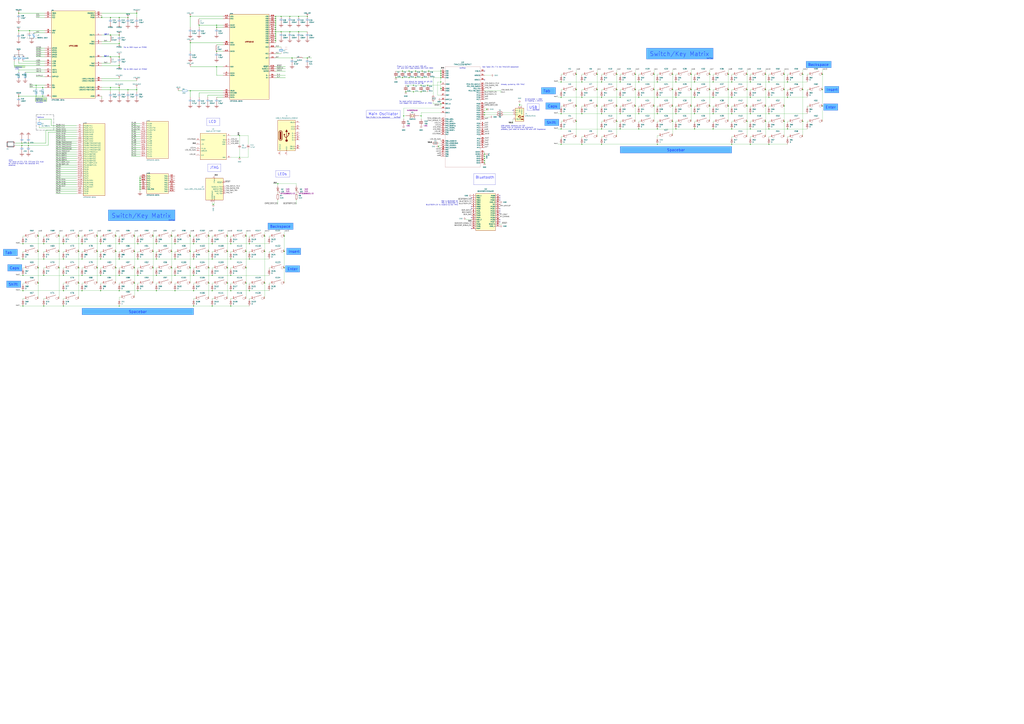
<source format=kicad_sch>
(kicad_sch (version 20230121) (generator eeschema)
  (paper "A0")
  (junction (at 320.04 21.59))
  (junction (at 177.8 311.15))
  (junction (at 511.81 95.25))
  (junction (at 806.45 113.03))
  (junction (at 320.04 44.45))
  (junction (at 346.71 36.83))
  (junction (at 763.27 149.86))
  (junction (at 320.04 36.83))
  (junction (at 720.09 149.86))
  (junction (at 320.04 24.13))
  (junction (at 25.4 166.37))
  (junction (at 231.14 29.21))
  (junction (at 278.13 157.48))
  (junction (at 889 123.19))
  (junction (at 285.75 292.1))
  (junction (at 716.28 86.36))
  (junction (at 128.27 40.64))
  (junction (at 867.41 86.36))
  (junction (at 336.55 19.05))
  (junction (at 562.61 184.15))
  (junction (at 698.5 132.08))
  (junction (at 95.25 320.04))
  (junction (at 716.28 104.14))
  (junction (at 251.46 59.69))
  (junction (at 224.79 337.82))
  (junction (at 160.02 283.21))
  (junction (at 467.36 82.55))
  (junction (at 320.04 19.05))
  (junction (at 955.04 123.19))
  (junction (at 160.02 320.04))
  (junction (at 138.43 320.04))
  (junction (at 889 104.14))
  (junction (at 73.66 320.04))
  (junction (at 651.51 149.86))
  (junction (at 177.8 274.32))
  (junction (at 562.61 186.69))
  (junction (at 781.05 104.14))
  (junction (at 116.84 300.99))
  (junction (at 741.68 113.03))
  (junction (at 806.45 132.08))
  (junction (at 320.04 46.99))
  (junction (at 781.05 123.19))
  (junction (at 26.67 320.04))
  (junction (at 482.6 90.17))
  (junction (at 511.81 85.09))
  (junction (at 871.22 113.03))
  (junction (at 73.66 355.6))
  (junction (at 50.8 300.99))
  (junction (at 181.61 337.82))
  (junction (at 91.44 274.32))
  (junction (at 669.29 86.36))
  (junction (at 138.43 50.8))
  (junction (at 264.16 328.93))
  (junction (at 781.05 140.97))
  (junction (at 128.27 20.32))
  (junction (at 511.81 120.65))
  (junction (at 490.22 90.17))
  (junction (at 138.43 283.21))
  (junction (at 892.81 132.08))
  (junction (at 113.03 311.15))
  (junction (at 467.36 90.17))
  (junction (at 21.59 35.56))
  (junction (at 511.81 90.17))
  (junction (at 741.68 149.86))
  (junction (at 50.8 283.21))
  (junction (at 651.51 113.03))
  (junction (at 763.27 95.25))
  (junction (at 199.39 311.15))
  (junction (at 158.75 104.14))
  (junction (at 824.23 86.36))
  (junction (at 91.44 328.93))
  (junction (at 910.59 86.36))
  (junction (at 320.04 26.67))
  (junction (at 138.43 337.82))
  (junction (at 562.61 189.23))
  (junction (at 285.75 274.32))
  (junction (at 845.82 86.36))
  (junction (at 511.81 87.63))
  (junction (at 871.22 149.86))
  (junction (at 509.27 170.18))
  (junction (at 203.2 337.82))
  (junction (at 828.04 149.86))
  (junction (at 824.23 104.14))
  (junction (at 806.45 95.25))
  (junction (at 330.2 292.1))
  (junction (at 914.4 95.25))
  (junction (at 511.81 82.55))
  (junction (at 651.51 95.25))
  (junction (at 932.18 86.36))
  (junction (at 138.43 101.6))
  (junction (at 33.02 166.37))
  (junction (at 562.61 181.61))
  (junction (at 160.02 300.99))
  (junction (at 224.79 283.21))
  (junction (at 698.5 167.64))
  (junction (at 203.2 300.99))
  (junction (at 759.46 86.36))
  (junction (at 330.2 274.32))
  (junction (at 741.68 95.25))
  (junction (at 955.04 86.36))
  (junction (at 138.43 76.2))
  (junction (at 603.25 121.92))
  (junction (at 199.39 292.1))
  (junction (at 251.46 31.75))
  (junction (at 802.64 123.19))
  (junction (at 91.44 292.1))
  (junction (at 49.53 101.6))
  (junction (at 468.63 134.62))
  (junction (at 264.16 292.1))
  (junction (at 955.04 104.14))
  (junction (at 320.04 31.75))
  (junction (at 741.68 132.08))
  (junction (at 330.2 311.15))
  (junction (at 68.58 274.32))
  (junction (at 849.63 167.64))
  (junction (at 220.98 274.32))
  (junction (at 562.61 179.07))
  (junction (at 828.04 132.08))
  (junction (at 669.29 140.97))
  (junction (at 320.04 29.21))
  (junction (at 737.87 123.19))
  (junction (at 871.22 95.25))
  (junction (at 44.45 311.15))
  (junction (at 892.81 113.03))
  (junction (at 134.62 311.15))
  (junction (at 181.61 320.04))
  (junction (at 845.82 123.19))
  (junction (at 889 86.36))
  (junction (at 339.09 67.31))
  (junction (at 26.67 337.82))
  (junction (at 156.21 328.93))
  (junction (at 511.81 102.87))
  (junction (at 44.45 292.1))
  (junction (at 285.75 328.93))
  (junction (at 251.46 29.21))
  (junction (at 675.64 113.03))
  (junction (at 156.21 311.15))
  (junction (at 33.02 168.91))
  (junction (at 471.17 106.68))
  (junction (at 737.87 104.14))
  (junction (at 285.75 311.15))
  (junction (at 759.46 104.14))
  (junction (at 336.55 36.83))
  (junction (at 177.8 292.1))
  (junction (at 698.5 149.86))
  (junction (at 802.64 86.36))
  (junction (at 50.8 320.04))
  (junction (at 49.53 111.76))
  (junction (at 73.66 337.82))
  (junction (at 138.43 20.32))
  (junction (at 41.91 111.76))
  (junction (at 116.84 337.82))
  (junction (at 322.58 213.36))
  (junction (at 784.86 132.08))
  (junction (at 251.46 77.47))
  (junction (at 716.28 140.97))
  (junction (at 669.29 104.14))
  (junction (at 480.06 99.06))
  (junction (at 849.63 149.86))
  (junction (at 156.21 292.1))
  (junction (at 242.57 292.1))
  (junction (at 490.22 82.55))
  (junction (at 488.95 134.62))
  (junction (at 289.56 300.99))
  (junction (at 242.57 311.15))
  (junction (at 138.43 300.99))
  (junction (at 26.67 355.6))
  (junction (at 138.43 66.04))
  (junction (at 716.28 123.19))
  (junction (at 562.61 130.81))
  (junction (at 892.81 167.64))
  (junction (at 867.41 140.97))
  (junction (at 203.2 320.04))
  (junction (at 488.95 99.06))
  (junction (at 784.86 95.25))
  (junction (at 849.63 132.08))
  (junction (at 134.62 274.32))
  (junction (at 158.75 15.24))
  (junction (at 220.98 292.1))
  (junction (at 867.41 123.19))
  (junction (at 497.84 82.55))
  (junction (at 763.27 113.03))
  (junction (at 828.04 113.03))
  (junction (at 246.38 283.21))
  (junction (at 267.97 355.6))
  (junction (at 203.2 283.21))
  (junction (at 845.82 104.14))
  (junction (at 914.4 113.03))
  (junction (at 278.13 182.88))
  (junction (at 21.59 15.24))
  (junction (at 246.38 320.04))
  (junction (at 267.97 320.04))
  (junction (at 488.95 106.68))
  (junction (at 242.57 274.32))
  (junction (at 118.11 20.32))
  (junction (at 148.59 104.14))
  (junction (at 181.61 283.21))
  (junction (at 693.42 104.14))
  (junction (at 95.25 300.99))
  (junction (at 914.4 149.86))
  (junction (at 320.04 41.91))
  (junction (at 307.34 292.1))
  (junction (at 474.98 82.55))
  (junction (at 849.63 95.25))
  (junction (at 781.05 86.36))
  (junction (at 162.56 219.71))
  (junction (at 267.97 300.99))
  (junction (at 892.81 95.25))
  (junction (at 565.15 127))
  (junction (at 116.84 283.21))
  (junction (at 199.39 274.32))
  (junction (at 116.84 320.04))
  (junction (at 720.09 113.03))
  (junction (at 693.42 86.36))
  (junction (at 849.63 113.03))
  (junction (at 68.58 311.15))
  (junction (at 162.56 217.17))
  (junction (at 134.62 292.1))
  (junction (at 41.91 99.06))
  (junction (at 496.57 99.06))
  (junction (at 480.06 106.68))
  (junction (at 759.46 123.19))
  (junction (at 720.09 95.25))
  (junction (at 264.16 274.32))
  (junction (at 162.56 212.09))
  (junction (at 307.34 328.93))
  (junction (at 220.98 49.53))
  (junction (at 246.38 355.6))
  (junction (at 737.87 86.36))
  (junction (at 95.25 337.82))
  (junction (at 289.56 283.21))
  (junction (at 220.98 19.05))
  (junction (at 871.22 132.08))
  (junction (at 26.67 300.99))
  (junction (at 562.61 133.35))
  (junction (at 356.87 19.05))
  (junction (at 932.18 104.14))
  (junction (at 651.51 167.64))
  (junction (at 474.98 90.17))
  (junction (at 220.98 105.41))
  (junction (at 802.64 104.14))
  (junction (at 693.42 123.19))
  (junction (at 910.59 104.14))
  (junction (at 892.81 149.86))
  (junction (at 113.03 292.1))
  (junction (at 246.38 300.99))
  (junction (at 910.59 140.97))
  (junction (at 267.97 283.21))
  (junction (at 247.65 237.49))
  (junction (at 25.4 168.91))
  (junction (at 326.39 19.05))
  (junction (at 651.51 132.08))
  (junction (at 675.64 167.64))
  (junction (at 68.58 292.1))
  (junction (at 320.04 39.37))
  (junction (at 138.43 40.64))
  (junction (at 156.21 274.32))
  (junction (at 73.66 300.99))
  (junction (at 806.45 149.86))
  (junction (at 720.09 132.08))
  (junction (at 910.59 123.19))
  (junction (at 264.16 311.15))
  (junction (at 698.5 95.25))
  (junction (at 784.86 149.86))
  (junction (at 675.64 95.25))
  (junction (at 889 140.97))
  (junction (at 162.56 209.55))
  (junction (at 698.5 113.03))
  (junction (at 871.22 167.64))
  (junction (at 346.71 19.05))
  (junction (at 162.56 214.63))
  (junction (at 162.56 207.01))
  (junction (at 148.59 20.32))
  (junction (at 784.86 113.03))
  (junction (at 675.64 132.08))
  (junction (at 356.87 67.31))
  (junction (at 128.27 66.04))
  (junction (at 113.03 274.32))
  (junction (at 459.74 90.17))
  (junction (at 181.61 300.99))
  (junction (at 669.29 123.19))
  (junction (at 828.04 95.25))
  (junction (at 267.97 337.82))
  (junction (at 160.02 337.82))
  (junction (at 824.23 123.19))
  (junction (at 307.34 274.32))
  (junction (at 246.38 337.82))
  (junction (at 326.39 36.83))
  (junction (at 21.59 111.76))
  (junction (at 50.8 355.6))
  (junction (at 26.67 283.21))
  (junction (at 128.27 101.6))
  (junction (at 763.27 167.64))
  (junction (at 44.45 274.32))
  (junction (at 44.45 328.93))
  (junction (at 95.25 283.21))
  (junction (at 220.98 311.15))
  (junction (at 867.41 104.14))
  (junction (at 34.29 35.56))
  (junction (at 482.6 82.55))
  (junction (at 289.56 337.82))
  (junction (at 138.43 355.6))
  (junction (at 242.57 328.93))
  (junction (at 91.44 311.15))
  (junction (at 224.79 300.99))
  (junction (at 320.04 34.29))
  (junction (at 73.66 283.21))
  (junction (at 224.79 320.04))
  (junction (at 932.18 140.97))
  (junction (at 224.79 355.6))
  (junction (at 763.27 132.08))
  (no_connect (at 580.39 227.33))
  (no_connect (at 547.37 240.03))
  (no_connect (at 547.37 229.87))
  (no_connect (at 547.37 265.43))
  (no_connect (at 595.63 128.27))
  (no_connect (at 580.39 229.87))
  (no_connect (at 547.37 252.73))
  (no_connect (at 580.39 257.81))
  (no_connect (at 580.39 242.57))
  (no_connect (at 580.39 232.41))
  (no_connect (at 580.39 245.11))
  (no_connect (at 580.39 247.65))
  (no_connect (at 562.61 92.71))
  (no_connect (at 547.37 242.57))
  (no_connect (at 580.39 255.27))
  (no_connect (at 562.61 82.55))
  (wire (pts (xy 562.61 125.73) (xy 565.15 125.73)))
  (wire (pts (xy 91.44 311.15) (xy 91.44 328.93)))
  (wire (pts (xy 259.08 77.47) (xy 251.46 77.47)) (stroke (width 0.254)))
  (wire (pts (xy 647.7 113.03) (xy 651.51 113.03)))
  (wire (pts (xy 116.84 283.21) (xy 138.43 283.21)))
  (wire (pts (xy 741.68 142.24) (xy 741.68 140.97)))
  (wire (pts (xy 181.61 320.04) (xy 203.2 320.04)))
  (wire (pts (xy 156.21 311.15) (xy 156.21 328.93)))
  (wire (pts (xy 88.9 158.75) (xy 64.77 158.75)) (stroke (width 0.254)))
  (wire (pts (xy 871.22 158.75) (xy 873.76 158.75)))
  (wire (pts (xy 259.08 19.05) (xy 220.98 19.05)) (stroke (width 0.254)))
  (wire (pts (xy 511.81 82.55) (xy 511.81 85.09)))
  (wire (pts (xy 50.8 274.32) (xy 53.34 274.32)))
  (wire (pts (xy 259.08 49.53) (xy 220.98 49.53)) (stroke (width 0.254)))
  (wire (pts (xy 910.59 140.97) (xy 910.59 158.75)))
  (wire (pts (xy 892.81 95.25) (xy 914.4 95.25)))
  (wire (pts (xy 914.4 142.24) (xy 914.4 140.97)))
  (wire (pts (xy 50.8 300.99) (xy 73.66 300.99)))
  (wire (pts (xy 246.38 312.42) (xy 246.38 311.15)))
  (wire (pts (xy 467.36 90.17) (xy 474.98 90.17)))
  (wire (pts (xy 95.25 337.82) (xy 116.84 337.82)))
  (wire (pts (xy 118.11 93.98) (xy 158.75 93.98)) (stroke (width 0.254)))
  (polyline (pts (xy 41.91 151.13) (xy 62.23 151.13)) (stroke (width 0.254) (type dash) (color 51 63 72 1)))
  (wire (pts (xy 759.46 86.36) (xy 759.46 104.14)))
  (wire (pts (xy 910.59 104.14) (xy 910.59 123.19)))
  (wire (pts (xy 134.62 311.15) (xy 134.62 328.93)))
  (wire (pts (xy 784.86 86.36) (xy 787.4 86.36)))
  (wire (pts (xy 806.45 149.86) (xy 828.04 149.86)))
  (wire (pts (xy 511.81 168.91) (xy 509.27 168.91)))
  (wire (pts (xy 336.55 19.05) (xy 346.71 19.05)) (stroke (width 0.254)))
  (wire (pts (xy 759.46 123.19) (xy 759.46 140.97)))
  (wire (pts (xy 95.25 283.21) (xy 116.84 283.21)))
  (wire (pts (xy 675.64 113.03) (xy 698.5 113.03)))
  (wire (pts (xy 802.64 104.14) (xy 802.64 123.19)))
  (wire (pts (xy 480.06 106.68) (xy 488.95 106.68)))
  (wire (pts (xy 914.4 158.75) (xy 916.94 158.75)))
  (wire (pts (xy 651.51 123.19) (xy 654.05 123.19)))
  (wire (pts (xy 224.79 283.21) (xy 246.38 283.21)))
  (wire (pts (xy 267.97 292.1) (xy 270.51 292.1)))
  (wire (pts (xy 50.8 312.42) (xy 50.8 311.15)))
  (wire (pts (xy 932.18 140.97) (xy 932.18 158.75)))
  (wire (pts (xy 914.4 160.02) (xy 914.4 158.75)))
  (wire (pts (xy 651.51 158.75) (xy 654.05 158.75)))
  (wire (pts (xy 459.74 82.55) (xy 467.36 82.55)))
  (wire (pts (xy 251.46 31.75) (xy 251.46 29.21)) (stroke (width 0.254)))
  (wire (pts (xy 203.2 337.82) (xy 224.79 337.82)))
  (wire (pts (xy 45.72 147.32) (xy 45.72 148.59)) (stroke (width 0.254)))
  (wire (pts (xy 320.04 46.99) (xy 320.04 44.45)) (stroke (width 0.254)))
  (wire (pts (xy 49.53 101.6) (xy 52.07 101.6)) (stroke (width 0.254)))
  (wire (pts (xy 21.59 73.66) (xy 52.07 73.66)) (stroke (width 0.254)))
  (wire (pts (xy 889 104.14) (xy 889 123.19)))
  (wire (pts (xy 955.04 104.14) (xy 955.04 123.19)))
  (wire (pts (xy 22.86 300.99) (xy 26.67 300.99)))
  (wire (pts (xy 220.98 19.05) (xy 220.98 31.75)) (stroke (width 0.254)))
  (wire (pts (xy 889 86.36) (xy 889 104.14)))
  (wire (pts (xy 955.04 81.28) (xy 955.04 86.36)))
  (wire (pts (xy 759.46 104.14) (xy 759.46 123.19)))
  (wire (pts (xy 64.77 166.37) (xy 88.9 166.37)) (stroke (width 0.254)))
  (wire (pts (xy 177.8 311.15) (xy 177.8 328.93)))
  (wire (pts (xy 34.29 35.56) (xy 34.29 38.1)) (stroke (width 0.254)))
  (wire (pts (xy 95.25 275.59) (xy 95.25 274.32)))
  (wire (pts (xy 267.97 347.98) (xy 267.97 346.71)))
  (wire (pts (xy 698.5 86.36) (xy 701.04 86.36)))
  (wire (pts (xy 716.28 140.97) (xy 716.28 158.75)))
  (wire (pts (xy 246.38 337.82) (xy 267.97 337.82)))
  (wire (pts (xy 849.63 158.75) (xy 852.17 158.75)))
  (wire (pts (xy 849.63 123.19) (xy 852.17 123.19)))
  (wire (pts (xy 781.05 86.36) (xy 781.05 104.14)))
  (wire (pts (xy 203.2 274.32) (xy 203.2 275.59)))
  (wire (pts (xy 320.04 90.17) (xy 331.47 90.17)) (stroke (width 0.254)))
  (wire (pts (xy 285.75 311.15) (xy 285.75 328.93)))
  (wire (pts (xy 33.02 168.91) (xy 25.4 168.91)) (stroke (width 0.254)))
  (wire (pts (xy 21.59 111.76) (xy 41.91 111.76)) (stroke (width 0.254)))
  (wire (pts (xy 50.8 347.98) (xy 50.8 346.71)))
  (wire (pts (xy 849.63 95.25) (xy 871.22 95.25)))
  (wire (pts (xy 675.64 105.41) (xy 675.64 104.14)))
  (wire (pts (xy 784.86 87.63) (xy 784.86 86.36)))
  (wire (pts (xy 259.08 110.49) (xy 241.3 110.49)) (stroke (width 0.254)))
  (wire (pts (xy 41.91 55.88) (xy 52.07 55.88)) (stroke (width 0.254)))
  (wire (pts (xy 160.02 320.04) (xy 181.61 320.04)))
  (wire (pts (xy 267.97 274.32) (xy 270.51 274.32)))
  (wire (pts (xy 871.22 86.36) (xy 873.76 86.36)))
  (wire (pts (xy 741.68 149.86) (xy 763.27 149.86)))
  (wire (pts (xy 488.95 99.06) (xy 496.57 99.06)))
  (wire (pts (xy 220.98 49.53) (xy 220.98 59.69)) (stroke (width 0.254)))
  (wire (pts (xy 693.42 81.28) (xy 693.42 86.36)))
  (wire (pts (xy 73.66 300.99) (xy 95.25 300.99)))
  (wire (pts (xy 849.63 140.97) (xy 852.17 140.97)))
  (wire (pts (xy 486.41 134.62) (xy 488.95 134.62)))
  (wire (pts (xy 741.68 105.41) (xy 741.68 104.14)))
  (wire (pts (xy 892.81 105.41) (xy 892.81 104.14)))
  (wire (pts (xy 267.97 283.21) (xy 289.56 283.21)))
  (wire (pts (xy 246.38 311.15) (xy 248.92 311.15)))
  (wire (pts (xy 698.5 167.64) (xy 763.27 167.64)))
  (wire (pts (xy 128.27 48.26) (xy 118.11 48.26)) (stroke (width 0.254)))
  (wire (pts (xy 669.29 81.28) (xy 669.29 86.36)))
  (wire (pts (xy 741.68 95.25) (xy 763.27 95.25)))
  (wire (pts (xy 16.51 76.2) (xy 16.51 71.12)) (stroke (width 0.254)))
  (wire (pts (xy 73.66 337.82) (xy 95.25 337.82)))
  (wire (pts (xy 322.58 224.79) (xy 322.58 223.52)))
  (wire (pts (xy 34.29 101.6) (xy 49.53 101.6)) (stroke (width 0.254)))
  (wire (pts (xy 320.04 49.53) (xy 320.04 46.99)) (stroke (width 0.254)))
  (wire (pts (xy 181.61 330.2) (xy 181.61 328.93)))
  (wire (pts (xy 285.75 269.24) (xy 285.75 274.32)))
  (wire (pts (xy 845.82 104.14) (xy 845.82 123.19)))
  (wire (pts (xy 651.51 160.02) (xy 651.51 158.75)))
  (wire (pts (xy 320.04 34.29) (xy 320.04 31.75)) (stroke (width 0.254)))
  (wire (pts (xy 26.67 292.1) (xy 29.21 292.1)))
  (wire (pts (xy 307.34 292.1) (xy 307.34 328.93)))
  (wire (pts (xy 160.02 283.21) (xy 181.61 283.21)))
  (wire (pts (xy 474.98 90.17) (xy 482.6 90.17)))
  (wire (pts (xy 177.8 274.32) (xy 177.8 292.1)))
  (polyline (pts (xy 41.91 133.35) (xy 41.91 151.13)) (stroke (width 0.254) (type dash) (color 51 63 72 1)))
  (wire (pts (xy 181.61 300.99) (xy 203.2 300.99)))
  (wire (pts (xy 651.51 132.08) (xy 675.64 132.08)))
  (wire (pts (xy 867.41 140.97) (xy 867.41 158.75)))
  (wire (pts (xy 781.05 123.19) (xy 781.05 140.97)))
  (wire (pts (xy 203.2 312.42) (xy 203.2 311.15)))
  (wire (pts (xy 158.75 104.14) (xy 148.59 104.14)) (stroke (width 0.254)))
  (wire (pts (xy 113.03 274.32) (xy 113.03 292.1)))
  (wire (pts (xy 698.5 95.25) (xy 720.09 95.25)))
  (wire (pts (xy 871.22 87.63) (xy 871.22 86.36)))
  (wire (pts (xy 490.22 82.55) (xy 497.84 82.55)))
  (wire (pts (xy 320.04 26.67) (xy 320.04 24.13)) (stroke (width 0.254)))
  (wire (pts (xy 160.02 328.93) (xy 162.56 328.93)))
  (wire (pts (xy 910.59 123.19) (xy 910.59 140.97)))
  (wire (pts (xy 248.92 237.49) (xy 247.65 237.49)))
  (wire (pts (xy 116.84 311.15) (xy 119.38 311.15)))
  (wire (pts (xy 22.86 320.04) (xy 26.67 320.04)))
  (wire (pts (xy 763.27 104.14) (xy 765.81 104.14)))
  (wire (pts (xy 162.56 219.71) (xy 162.56 217.17)) (stroke (width 0.254)))
  (wire (pts (xy 871.22 104.14) (xy 873.76 104.14)))
  (wire (pts (xy 26.67 311.15) (xy 29.21 311.15)))
  (wire (pts (xy 581.66 105.41) (xy 562.61 105.41)))
  (wire (pts (xy 288.29 167.64) (xy 288.29 157.48)))
  (wire (pts (xy 849.63 104.14) (xy 852.17 104.14)))
  (wire (pts (xy 138.43 320.04) (xy 160.02 320.04)))
  (wire (pts (xy 693.42 123.19) (xy 693.42 158.75)))
  (wire (pts (xy 289.56 347.98) (xy 289.56 346.71)))
  (wire (pts (xy 675.64 87.63) (xy 675.64 86.36)))
  (wire (pts (xy 44.45 269.24) (xy 44.45 274.32)))
  (wire (pts (xy 320.04 19.05) (xy 326.39 19.05)) (stroke (width 0.254)))
  (wire (pts (xy 508 110.49) (xy 508 95.25)))
  (wire (pts (xy 88.9 224.79) (xy 64.77 224.79)) (stroke (width 0.254)))
  (wire (pts (xy 320.04 29.21) (xy 320.04 26.67)) (stroke (width 0.254)))
  (wire (pts (xy 763.27 132.08) (xy 784.86 132.08)))
  (wire (pts (xy 241.3 110.49) (xy 241.3 113.03)) (stroke (width 0.254)))
  (wire (pts (xy 867.41 86.36) (xy 867.41 104.14)))
  (wire (pts (xy 64.77 156.21) (xy 88.9 156.21)) (stroke (width 0.254)))
  (wire (pts (xy 698.5 87.63) (xy 698.5 86.36)))
  (wire (pts (xy 871.22 105.41) (xy 871.22 104.14)))
  (wire (pts (xy 26.67 300.99) (xy 50.8 300.99)))
  (wire (pts (xy 138.43 91.44) (xy 118.11 91.44)) (stroke (width 0.254)))
  (wire (pts (xy 264.16 311.15) (xy 264.16 328.93)))
  (wire (pts (xy 224.79 337.82) (xy 246.38 337.82)))
  (wire (pts (xy 581.66 105.41) (xy 581.66 107.95)))
  (wire (pts (xy 162.56 153.67) (xy 152.4 153.67)) (stroke (width 0.254)))
  (wire (pts (xy 845.82 81.28) (xy 845.82 86.36)))
  (wire (pts (xy 871.22 124.46) (xy 871.22 123.19)))
  (wire (pts (xy 242.57 328.93) (xy 242.57 346.71)))
  (wire (pts (xy 203.2 293.37) (xy 203.2 292.1)))
  (wire (pts (xy 312.42 330.2) (xy 312.42 328.93)))
  (wire (pts (xy 955.04 86.36) (xy 955.04 104.14)))
  (wire (pts (xy 64.77 204.47) (xy 88.9 204.47)) (stroke (width 0.254)))
  (wire (pts (xy 326.39 19.05) (xy 336.55 19.05)) (stroke (width 0.254)))
  (wire (pts (xy 138.43 66.04) (xy 138.43 64.77)) (stroke (width 0.254)))
  (wire (pts (xy 824.23 86.36) (xy 824.23 104.14)))
  (wire (pts (xy 59.69 146.05) (xy 59.69 138.43)) (stroke (width 0.254)))
  (wire (pts (xy 889 81.28) (xy 889 86.36)))
  (wire (pts (xy 288.29 157.48) (xy 278.13 157.48)))
  (wire (pts (xy 511.81 102.87) (xy 511.81 99.06)))
  (wire (pts (xy 344.17 215.9) (xy 344.17 213.36)))
  (wire (pts (xy 322.58 213.36) (xy 322.58 215.9)))
  (wire (pts (xy 914.4 87.63) (xy 914.4 86.36)))
  (wire (pts (xy 160.02 311.15) (xy 162.56 311.15)))
  (wire (pts (xy 320.04 36.83) (xy 326.39 36.83)) (stroke (width 0.254)))
  (wire (pts (xy 802.64 123.19) (xy 802.64 140.97)))
  (wire (pts (xy 220.98 269.24) (xy 220.98 274.32)))
  (wire (pts (xy 220.98 292.1) (xy 220.98 311.15)))
  (wire (pts (xy 317.5 213.36) (xy 322.58 213.36)))
  (wire (pts (xy 231.14 107.95) (xy 231.14 113.03)) (stroke (width 0.254)))
  (wire (pts (xy 118.11 40.64) (xy 128.27 40.64)) (stroke (width 0.254)))
  (wire (pts (xy 156.21 274.32) (xy 156.21 292.1)))
  (wire (pts (xy 242.57 274.32) (xy 242.57 292.1)))
  (wire (pts (xy 763.27 157.48) (xy 765.81 157.48)))
  (wire (pts (xy 651.51 124.46) (xy 651.51 123.19)))
  (wire (pts (xy 871.22 123.19) (xy 873.76 123.19)))
  (wire (pts (xy 259.08 29.21) (xy 251.46 29.21)) (stroke (width 0.254)))
  (wire (pts (xy 113.03 311.15) (xy 113.03 328.93)))
  (wire (pts (xy 205.74 274.32) (xy 203.2 274.32)))
  (wire (pts (xy 784.86 104.14) (xy 787.4 104.14)))
  (wire (pts (xy 806.45 95.25) (xy 828.04 95.25)))
  (wire (pts (xy 44.45 328.93) (xy 44.45 346.71)))
  (wire (pts (xy 741.68 123.19) (xy 744.22 123.19)))
  (wire (pts (xy 152.4 163.83) (xy 162.56 163.83)) (stroke (width 0.254)))
  (wire (pts (xy 68.58 274.32) (xy 68.58 292.1)))
  (wire (pts (xy 68.58 292.1) (xy 68.58 311.15)))
  (wire (pts (xy 339.09 67.31) (xy 344.17 67.31)) (stroke (width 0.254)))
  (wire (pts (xy 26.67 337.82) (xy 73.66 337.82)))
  (wire (pts (xy 220.98 105.41) (xy 259.08 105.41)) (stroke (width 0.254)))
  (wire (pts (xy 138.43 355.6) (xy 224.79 355.6)))
  (wire (pts (xy 560.07 133.35) (xy 562.61 133.35)))
  (wire (pts (xy 326.39 36.83) (xy 336.55 36.83)) (stroke (width 0.254)))
  (wire (pts (xy 509.27 168.91) (xy 509.27 170.18)))
  (wire (pts (xy 116.84 320.04) (xy 138.43 320.04)))
  (wire (pts (xy 289.56 346.71) (xy 292.1 346.71)))
  (wire (pts (xy 584.2 133.35) (xy 595.63 133.35)))
  (wire (pts (xy 605.79 121.92) (xy 603.25 121.92)))
  (wire (pts (xy 828.04 95.25) (xy 849.63 95.25)))
  (wire (pts (xy 267.97 346.71) (xy 270.51 346.71)))
  (wire (pts (xy 289.56 337.82) (xy 312.42 337.82)))
  (wire (pts (xy 784.86 123.19) (xy 787.4 123.19)))
  (wire (pts (xy 490.22 90.17) (xy 497.84 90.17)))
  (wire (pts (xy 497.84 82.55) (xy 511.81 82.55)))
  (wire (pts (xy 26.67 347.98) (xy 26.67 346.71)))
  (wire (pts (xy 806.45 104.14) (xy 808.99 104.14)))
  (wire (pts (xy 937.26 123.19) (xy 939.8 123.19)))
  (wire (pts (xy 25.4 168.91) (xy 17.78 168.91)) (stroke (width 0.254)))
  (wire (pts (xy 45.72 148.59) (xy 88.9 148.59)) (stroke (width 0.254)))
  (wire (pts (xy 763.27 149.86) (xy 784.86 149.86)))
  (wire (pts (xy 867.41 81.28) (xy 867.41 86.36)))
  (wire (pts (xy 849.63 87.63) (xy 849.63 86.36)))
  (wire (pts (xy 651.51 87.63) (xy 651.51 86.36)))
  (wire (pts (xy 720.09 95.25) (xy 741.68 95.25)))
  (wire (pts (xy 849.63 105.41) (xy 849.63 104.14)))
  (wire (pts (xy 892.81 132.08) (xy 937.26 132.08)))
  (wire (pts (xy 259.08 59.69) (xy 251.46 59.69)) (stroke (width 0.254)))
  (wire (pts (xy 336.55 36.83) (xy 346.71 36.83)) (stroke (width 0.254)))
  (wire (pts (xy 203.2 320.04) (xy 224.79 320.04)))
  (wire (pts (xy 224.79 312.42) (xy 224.79 311.15)))
  (wire (pts (xy 488.95 130.81) (xy 511.81 130.81)))
  (wire (pts (xy 88.9 222.25) (xy 64.77 222.25)) (stroke (width 0.254)))
  (wire (pts (xy 346.71 36.83) (xy 356.87 36.83)) (stroke (width 0.254)))
  (wire (pts (xy 44.45 274.32) (xy 44.45 292.1)))
  (wire (pts (xy 763.27 160.02) (xy 763.27 157.48)))
  (wire (pts (xy 312.42 274.32) (xy 314.96 274.32)))
  (wire (pts (xy 128.27 106.68) (xy 128.27 101.6)) (stroke (width 0.254)))
  (wire (pts (xy 289.56 283.21) (xy 312.42 283.21)))
  (wire (pts (xy 320.04 36.83) (xy 320.04 34.29)) (stroke (width 0.254)))
  (wire (pts (xy 560.07 130.81) (xy 562.61 130.81)))
  (wire (pts (xy 849.63 86.36) (xy 852.17 86.36)))
  (wire (pts (xy 162.56 146.05) (xy 152.4 146.05)) (stroke (width 0.254)))
  (wire (pts (xy 118.11 101.6) (xy 128.27 101.6)) (stroke (width 0.254)))
  (wire (pts (xy 134.62 269.24) (xy 134.62 274.32)))
  (polyline (pts (xy 41.91 133.35) (xy 62.23 133.35)) (stroke (width 0.254) (type dash) (color 51 63 72 1)))
  (wire (pts (xy 203.2 300.99) (xy 224.79 300.99)))
  (wire (pts (xy 565.15 125.73) (xy 565.15 127)))
  (wire (pts (xy 720.09 123.19) (xy 722.63 123.19)))
  (wire (pts (xy 471.17 134.62) (xy 468.63 134.62)))
  (wire (pts (xy 562.61 176.53) (xy 562.61 179.07)))
  (wire (pts (xy 138.43 293.37) (xy 138.43 292.1)))
  (wire (pts (xy 871.22 167.64) (xy 892.81 167.64)))
  (wire (pts (xy 698.5 105.41) (xy 698.5 104.14)))
  (wire (pts (xy 289.56 330.2) (xy 289.56 328.93)))
  (wire (pts (xy 720.09 105.41) (xy 720.09 104.14)))
  (wire (pts (xy 95.25 312.42) (xy 95.25 311.15)))
  (wire (pts (xy 21.59 35.56) (xy 34.29 35.56)) (stroke (width 0.254)))
  (wire (pts (xy 181.61 293.37) (xy 181.61 292.1)))
  (wire (pts (xy 95.25 300.99) (xy 116.84 300.99)))
  (wire (pts (xy 158.75 104.14) (xy 158.75 101.6)) (stroke (width 0.254)))
  (wire (pts (xy 116.84 274.32) (xy 119.38 274.32)))
  (wire (pts (xy 511.81 171.45) (xy 509.27 171.45)))
  (wire (pts (xy 312.42 293.37) (xy 312.42 292.1)))
  (wire (pts (xy 64.77 163.83) (xy 88.9 163.83)) (stroke (width 0.254)))
  (wire (pts (xy 720.09 149.86) (xy 741.68 149.86)))
  (wire (pts (xy 320.04 21.59) (xy 320.04 19.05)) (stroke (width 0.254)))
  (wire (pts (xy 246.38 292.1) (xy 248.92 292.1)))
  (wire (pts (xy 508 95.25) (xy 511.81 95.25)))
  (wire (pts (xy 267.97 330.2) (xy 267.97 328.93)))
  (wire (pts (xy 892.81 104.14) (xy 895.35 104.14)))
  (wire (pts (xy 828.04 86.36) (xy 828.04 87.63)))
  (wire (pts (xy 675.64 123.19) (xy 678.18 123.19)))
  (wire (pts (xy 248.92 234.95) (xy 248.92 237.49)))
  (wire (pts (xy 763.27 105.41) (xy 763.27 104.14)))
  (wire (pts (xy 914.4 105.41) (xy 914.4 104.14)))
  (wire (pts (xy 330.2 292.1) (xy 330.2 311.15)))
  (wire (pts (xy 181.61 337.82) (xy 203.2 337.82)))
  (wire (pts (xy 181.61 275.59) (xy 181.61 274.32)))
  (wire (pts (xy 955.04 123.19) (xy 955.04 140.97)))
  (wire (pts (xy 828.04 149.86) (xy 849.63 149.86)))
  (wire (pts (xy 330.2 274.32) (xy 330.2 292.1)))
  (wire (pts (xy 267.97 312.42) (xy 267.97 311.15)))
  (wire (pts (xy 246.38 320.04) (xy 267.97 320.04)))
  (wire (pts (xy 509.27 166.37) (xy 511.81 166.37)))
  (wire (pts (xy 806.45 124.46) (xy 806.45 123.19)))
  (wire (pts (xy 651.51 95.25) (xy 675.64 95.25)))
  (wire (pts (xy 152.4 171.45) (xy 162.56 171.45)) (stroke (width 0.254)))
  (wire (pts (xy 64.77 184.15) (xy 88.9 184.15)) (stroke (width 0.254)))
  (wire (pts (xy 562.61 179.07) (xy 562.61 181.61)))
  (wire (pts (xy 26.67 328.93) (xy 29.21 328.93)))
  (wire (pts (xy 845.82 86.36) (xy 845.82 104.14)))
  (wire (pts (xy 467.36 82.55) (xy 474.98 82.55)))
  (wire (pts (xy 64.77 201.93) (xy 88.9 201.93)) (stroke (width 0.254)))
  (wire (pts (xy 651.51 105.41) (xy 651.51 104.14)))
  (wire (pts (xy 158.75 104.14) (xy 158.75 106.68)) (stroke (width 0.254)))
  (wire (pts (xy 128.27 73.66) (xy 118.11 73.66)) (stroke (width 0.254)))
  (wire (pts (xy 64.77 207.01) (xy 88.9 207.01)) (stroke (width 0.254)))
  (wire (pts (xy 73.66 347.98) (xy 73.66 346.71)))
  (wire (pts (xy 224.79 293.37) (xy 224.79 292.1)))
  (wire (pts (xy 320.04 24.13) (xy 320.04 21.59)) (stroke (width 0.254)))
  (wire (pts (xy 138.43 274.32) (xy 140.97 274.32)))
  (wire (pts (xy 158.75 15.24) (xy 118.11 15.24)) (stroke (width 0.254)))
  (wire (pts (xy 698.5 132.08) (xy 720.09 132.08)))
  (wire (pts (xy 541.02 254) (xy 541.02 255.27)))
  (wire (pts (xy 693.42 86.36) (xy 693.42 104.14)))
  (wire (pts (xy 698.5 113.03) (xy 720.09 113.03)))
  (wire (pts (xy 264.16 292.1) (xy 264.16 311.15)))
  (wire (pts (xy 720.09 113.03) (xy 741.68 113.03)))
  (wire (pts (xy 138.43 101.6) (xy 138.43 106.68)) (stroke (width 0.254)))
  (wire (pts (xy 162.56 222.25) (xy 162.56 219.71)) (stroke (width 0.254)))
  (wire (pts (xy 937.26 104.14) (xy 939.8 104.14)))
  (wire (pts (xy 849.63 142.24) (xy 849.63 140.97)))
  (wire (pts (xy 720.09 104.14) (xy 722.63 104.14)))
  (wire (pts (xy 828.04 105.41) (xy 828.04 104.14)))
  (wire (pts (xy 162.56 217.17) (xy 162.56 214.63)) (stroke (width 0.254)))
  (wire (pts (xy 134.62 274.32) (xy 134.62 292.1)))
  (wire (pts (xy 152.4 156.21) (xy 162.56 156.21)) (stroke (width 0.254)))
  (wire (pts (xy 784.86 95.25) (xy 806.45 95.25)))
  (wire (pts (xy 181.61 328.93) (xy 184.15 328.93)))
  (wire (pts (xy 50.8 292.1) (xy 53.34 292.1)))
  (wire (pts (xy 68.58 311.15) (xy 68.58 346.71)))
  (wire (pts (xy 698.5 123.19) (xy 701.04 123.19)))
  (wire (pts (xy 160.02 293.37) (xy 160.02 292.1)))
  (wire (pts (xy 267.97 300.99) (xy 289.56 300.99)))
  (wire (pts (xy 828.04 123.19) (xy 830.58 123.19)))
  (wire (pts (xy 806.45 142.24) (xy 806.45 140.97)))
  (wire (pts (xy 25.4 166.37) (xy 33.02 166.37)) (stroke (width 0.254)))
  (wire (pts (xy 737.87 86.36) (xy 737.87 104.14)))
  (wire (pts (xy 763.27 86.36) (xy 765.81 86.36)))
  (wire (pts (xy 259.08 52.07) (xy 251.46 52.07)) (stroke (width 0.254)))
  (wire (pts (xy 138.43 292.1) (xy 140.97 292.1)))
  (wire (pts (xy 246.38 355.6) (xy 267.97 355.6)))
  (wire (pts (xy 828.04 140.97) (xy 830.58 140.97)))
  (wire (pts (xy 330.2 269.24) (xy 330.2 274.32)))
  (wire (pts (xy 781.05 140.97) (xy 781.05 157.48)))
  (wire (pts (xy 867.41 123.19) (xy 867.41 140.97)))
  (wire (pts (xy 824.23 104.14) (xy 824.23 123.19)))
  (wire (pts (xy 21.59 15.24) (xy 52.07 15.24)) (stroke (width 0.254)))
  (wire (pts (xy 152.4 148.59) (xy 162.56 148.59)) (stroke (width 0.254)))
  (wire (pts (xy 246.38 274.32) (xy 248.92 274.32)))
  (wire (pts (xy 44.45 311.15) (xy 44.45 328.93)))
  (wire (pts (xy 937.26 124.46) (xy 937.26 123.19)))
  (wire (pts (xy 849.63 160.02) (xy 849.63 158.75)))
  (wire (pts (xy 41.91 63.5) (xy 52.07 63.5)) (stroke (width 0.254)))
  (wire (pts (xy 251.46 77.47) (xy 251.46 87.63)) (stroke (width 0.254)))
  (wire (pts (xy 784.86 113.03) (xy 806.45 113.03)))
  (wire (pts (xy 41.91 102.87) (xy 41.91 99.06)) (stroke (width 0.254)))
  (wire (pts (xy 33.02 166.37) (xy 53.34 166.37)) (stroke (width 0.254)))
  (wire (pts (xy 91.44 328.93) (xy 91.44 346.71)))
  (wire (pts (xy 199.39 274.32) (xy 199.39 292.1)))
  (wire (pts (xy 289.56 274.32) (xy 292.1 274.32)))
  (wire (pts (xy 95.25 330.2) (xy 95.25 328.93)))
  (wire (pts (xy 21.59 71.12) (xy 21.59 73.66)) (stroke (width 0.254)))
  (wire (pts (xy 741.68 104.14) (xy 744.22 104.14)))
  (wire (pts (xy 511.81 85.09) (xy 511.81 87.63)))
  (wire (pts (xy 502.92 110.49) (xy 502.92 90.17)))
  (wire (pts (xy 289.56 328.93) (xy 292.1 328.93)))
  (wire (pts (xy 246.38 237.49) (xy 247.65 237.49)))
  (wire (pts (xy 73.66 355.6) (xy 138.43 355.6)))
  (wire (pts (xy 95.25 320.04) (xy 116.84 320.04)))
  (wire (pts (xy 152.4 158.75) (xy 162.56 158.75)) (stroke (width 0.254)))
  (wire (pts (xy 488.95 106.68) (xy 496.57 106.68)))
  (wire (pts (xy 647.7 95.25) (xy 651.51 95.25)))
  (wire (pts (xy 242.57 311.15) (xy 242.57 328.93)))
  (wire (pts (xy 346.71 19.05) (xy 356.87 19.05)) (stroke (width 0.254)))
  (wire (pts (xy 160.02 274.32) (xy 162.56 274.32)))
  (wire (pts (xy 41.91 66.04) (xy 52.07 66.04)) (stroke (width 0.254)))
  (wire (pts (xy 784.86 105.41) (xy 784.86 104.14)))
  (wire (pts (xy 162.56 212.09) (xy 162.56 209.55)) (stroke (width 0.254)))
  (wire (pts (xy 892.81 87.63) (xy 892.81 86.36)))
  (wire (pts (xy 118.11 76.2) (xy 138.43 76.2)) (stroke (width 0.254)))
  (wire (pts (xy 651.51 140.97) (xy 654.05 140.97)))
  (wire (pts (xy 675.64 132.08) (xy 698.5 132.08)))
  (wire (pts (xy 698.5 140.97) (xy 701.04 140.97)))
  (wire (pts (xy 116.84 292.1) (xy 119.38 292.1)))
  (wire (pts (xy 845.82 123.19) (xy 845.82 140.97)))
  (wire (pts (xy 21.59 81.28) (xy 21.59 83.82)) (stroke (width 0.254)))
  (wire (pts (xy 312.42 275.59) (xy 312.42 274.32)))
  (wire (pts (xy 910.59 86.36) (xy 910.59 104.14)))
  (wire (pts (xy 471.17 106.68) (xy 480.06 106.68)))
  (wire (pts (xy 152.4 181.61) (xy 162.56 181.61)) (stroke (width 0.254)))
  (wire (pts (xy 937.26 142.24) (xy 937.26 140.97)))
  (wire (pts (xy 148.59 104.14) (xy 148.59 106.68)) (stroke (width 0.254)))
  (wire (pts (xy 224.79 311.15) (xy 227.33 311.15)))
  (wire (pts (xy 88.9 191.77) (xy 64.77 191.77)) (stroke (width 0.254)))
  (wire (pts (xy 53.34 151.13) (xy 88.9 151.13)) (stroke (width 0.254)))
  (wire (pts (xy 482.6 82.55) (xy 490.22 82.55)))
  (wire (pts (xy 44.45 292.1) (xy 44.45 311.15)))
  (wire (pts (xy 73.66 330.2) (xy 73.66 328.93)))
  (wire (pts (xy 278.13 157.48) (xy 278.13 167.64)))
  (wire (pts (xy 468.63 134.62) (xy 468.63 138.43)))
  (wire (pts (xy 892.81 113.03) (xy 914.4 113.03)))
  (wire (pts (xy 152.4 173.99) (xy 162.56 173.99)) (stroke (width 0.254)))
  (wire (pts (xy 116.84 275.59) (xy 116.84 274.32)))
  (wire (pts (xy 651.51 113.03) (xy 675.64 113.03)))
  (wire (pts (xy 562.61 184.15) (xy 562.61 186.69)))
  (wire (pts (xy 763.27 113.03) (xy 784.86 113.03)))
  (wire (pts (xy 937.26 86.36) (xy 939.8 86.36)))
  (wire (pts (xy 267.97 320.04) (xy 312.42 320.04)))
  (wire (pts (xy 116.84 293.37) (xy 116.84 292.1)))
  (wire (pts (xy 95.25 311.15) (xy 97.79 311.15)))
  (wire (pts (xy 511.81 102.87) (xy 511.81 105.41)))
  (wire (pts (xy 892.81 124.46) (xy 892.81 123.19)))
  (wire (pts (xy 64.77 181.61) (xy 88.9 181.61)) (stroke (width 0.254)))
  (wire (pts (xy 698.5 149.86) (xy 720.09 149.86)))
  (wire (pts (xy 716.28 81.28) (xy 716.28 86.36)))
  (wire (pts (xy 259.08 31.75) (xy 251.46 31.75)) (stroke (width 0.254)))
  (wire (pts (xy 562.61 181.61) (xy 562.61 184.15)))
  (wire (pts (xy 474.98 82.55) (xy 482.6 82.55)))
  (wire (pts (xy 152.4 168.91) (xy 162.56 168.91)) (stroke (width 0.254)))
  (wire (pts (xy 22.86 283.21) (xy 26.67 283.21)))
  (wire (pts (xy 763.27 124.46) (xy 763.27 123.19)))
  (wire (pts (xy 203.2 328.93) (xy 205.74 328.93)))
  (wire (pts (xy 156.21 292.1) (xy 156.21 311.15)))
  (wire (pts (xy 264.16 274.32) (xy 264.16 292.1)))
  (wire (pts (xy 468.63 134.62) (xy 468.63 125.73)))
  (wire (pts (xy 199.39 269.24) (xy 199.39 274.32)))
  (wire (pts (xy 459.74 90.17) (xy 467.36 90.17)))
  (wire (pts (xy 781.05 104.14) (xy 781.05 123.19)))
  (wire (pts (xy 118.11 20.32) (xy 118.11 17.78)) (stroke (width 0.254)))
  (wire (pts (xy 605.79 123.19) (xy 605.79 121.92)))
  (wire (pts (xy 199.39 311.15) (xy 199.39 328.93)))
  (wire (pts (xy 41.91 99.06) (xy 52.07 99.06)) (stroke (width 0.254)))
  (wire (pts (xy 138.43 48.26) (xy 138.43 50.8)) (stroke (width 0.254)))
  (wire (pts (xy 45.72 138.43) (xy 45.72 139.7)) (stroke (width 0.254)))
  (wire (pts (xy 720.09 86.36) (xy 722.63 86.36)))
  (wire (pts (xy 763.27 123.19) (xy 765.81 123.19)))
  (wire (pts (xy 138.43 300.99) (xy 160.02 300.99)))
  (wire (pts (xy 55.88 168.91) (xy 33.02 168.91)) (stroke (width 0.254)))
  (wire (pts (xy 152.4 166.37) (xy 162.56 166.37)) (stroke (width 0.254)))
  (wire (pts (xy 49.53 110.49) (xy 49.53 111.76)) (stroke (width 0.254)))
  (wire (pts (xy 914.4 86.36) (xy 916.94 86.36)))
  (wire (pts (xy 259.08 107.95) (xy 231.14 107.95)) (stroke (width 0.254)))
  (wire (pts (xy 203.2 311.15) (xy 205.74 311.15)))
  (wire (pts (xy 892.81 149.86) (xy 914.4 149.86)))
  (wire (pts (xy 116.84 300.99) (xy 138.43 300.99)))
  (wire (pts (xy 267.97 355.6) (xy 289.56 355.6)))
  (wire (pts (xy 565.15 128.27) (xy 565.15 127)))
  (wire (pts (xy 218.44 105.41) (xy 220.98 105.41)) (stroke (width 0.254)))
  (wire (pts (xy 73.66 274.32) (xy 76.2 274.32)))
  (wire (pts (xy 152.4 179.07) (xy 162.56 179.07)) (stroke (width 0.254)))
  (wire (pts (xy 511.81 87.63) (xy 511.81 90.17)))
  (wire (pts (xy 88.9 146.05) (xy 59.69 146.05)) (stroke (width 0.254)))
  (wire (pts (xy 468.63 125.73) (xy 511.81 125.73)))
  (wire (pts (xy 210.82 105.41) (xy 207.01 105.41)) (stroke (width 0.254)))
  (wire (pts (xy 892.81 123.19) (xy 895.35 123.19)))
  (wire (pts (xy 224.79 292.1) (xy 227.33 292.1)))
  (wire (pts (xy 160.02 330.2) (xy 160.02 328.93)))
  (wire (pts (xy 562.61 133.35) (xy 576.58 133.35)))
  (wire (pts (xy 91.44 292.1) (xy 91.44 311.15)))
  (wire (pts (xy 828.04 104.14) (xy 830.58 104.14)))
  (wire (pts (xy 22.86 337.82) (xy 26.67 337.82)))
  (wire (pts (xy 160.02 300.99) (xy 181.61 300.99)))
  (wire (pts (xy 177.8 269.24) (xy 177.8 274.32)))
  (wire (pts (xy 716.28 123.19) (xy 716.28 140.97)))
  (wire (pts (xy 156.21 328.93) (xy 156.21 345.44)))
  (wire (pts (xy 344.17 223.52) (xy 344.17 224.79)))
  (wire (pts (xy 162.56 214.63) (xy 162.56 212.09)) (stroke (width 0.254)))
  (wire (pts (xy 128.27 20.32) (xy 138.43 20.32)) (stroke (width 0.254)))
  (wire (pts (xy 784.86 124.46) (xy 784.86 123.19)))
  (wire (pts (xy 116.84 337.82) (xy 138.43 337.82)))
  (wire (pts (xy 806.45 105.41) (xy 806.45 104.14)))
  (wire (pts (xy 278.13 172.72) (xy 278.13 182.88)))
  (wire (pts (xy 246.38 234.95) (xy 246.38 237.49)))
  (wire (pts (xy 64.77 173.99) (xy 88.9 173.99)) (stroke (width 0.254)))
  (wire (pts (xy 52.07 81.28) (xy 21.59 81.28)) (stroke (width 0.254)))
  (wire (pts (xy 932.18 86.36) (xy 932.18 104.14)))
  (wire (pts (xy 278.13 182.88) (xy 267.97 182.88)))
  (wire (pts (xy 849.63 113.03) (xy 871.22 113.03)))
  (wire (pts (xy 871.22 142.24) (xy 871.22 140.97)))
  (wire (pts (xy 128.27 66.04) (xy 138.43 66.04)) (stroke (width 0.254)))
  (wire (pts (xy 251.46 87.63) (xy 259.08 87.63)) (stroke (width 0.254)))
  (wire (pts (xy 259.08 113.03) (xy 251.46 113.03)) (stroke (width 0.254)))
  (wire (pts (xy 509.27 171.45) (xy 509.27 170.18)))
  (wire (pts (xy 88.9 194.31) (xy 64.77 194.31)) (stroke (width 0.254)))
  (wire (pts (xy 50.8 355.6) (xy 73.66 355.6)))
  (wire (pts (xy 224.79 347.98) (xy 224.79 346.71)))
  (wire (pts (xy 675.64 86.36) (xy 678.18 86.36)))
  (wire (pts (xy 116.84 328.93) (xy 119.38 328.93)))
  (wire (pts (xy 34.29 99.06) (xy 41.91 99.06)) (stroke (width 0.254)))
  (wire (pts (xy 52.07 38.1) (xy 39.37 38.1)) (stroke (width 0.254)))
  (wire (pts (xy 73.66 311.15) (xy 76.2 311.15)))
  (wire (pts (xy 55.88 153.67) (xy 55.88 168.91)) (stroke (width 0.254)))
  (wire (pts (xy 889 140.97) (xy 889 158.75)))
  (wire (pts (xy 344.17 232.41) (xy 344.17 237.49)))
  (wire (pts (xy 73.66 346.71) (xy 76.2 346.71)))
  (wire (pts (xy 675.64 158.75) (xy 678.18 158.75)))
  (wire (pts (xy 224.79 355.6) (xy 246.38 355.6)))
  (wire (pts (xy 116.84 312.42) (xy 116.84 311.15)))
  (wire (pts (xy 937.26 87.63) (xy 937.26 86.36)))
  (wire (pts (xy 806.45 113.03) (xy 828.04 113.03)))
  (wire (pts (xy 95.25 328.93) (xy 97.79 328.93)))
  (wire (pts (xy 152.4 176.53) (xy 162.56 176.53)) (stroke (width 0.254)))
  (wire (pts (xy 203.2 330.2) (xy 203.2 328.93)))
  (wire (pts (xy 52.07 83.82) (xy 29.21 83.82)) (stroke (width 0.254)))
  (wire (pts (xy 344.17 213.36) (xy 322.58 213.36)))
  (wire (pts (xy 595.63 138.43) (xy 595.63 143.51)))
  (wire (pts (xy 603.25 119.38) (xy 603.25 121.92)))
  (wire (pts (xy 693.42 104.14) (xy 693.42 123.19)))
  (wire (pts (xy 95.25 293.37) (xy 95.25 292.1)))
  (wire (pts (xy 259.08 21.59) (xy 231.14 21.59)) (stroke (width 0.254)))
  (wire (pts (xy 511.81 123.19) (xy 511.81 120.65)))
  (wire (pts (xy 502.92 120.65) (xy 502.92 118.11)))
  (wire (pts (xy 52.07 71.12) (xy 26.67 71.12)) (stroke (width 0.254)))
  (wire (pts (xy 181.61 283.21) (xy 203.2 283.21)))
  (wire (pts (xy 562.61 135.89) (xy 568.96 135.89)))
  (wire (pts (xy 892.81 167.64) (xy 914.4 167.64)))
  (wire (pts (xy 806.45 123.19) (xy 808.99 123.19)))
  (wire (pts (xy 320.04 31.75) (xy 320.04 29.21)) (stroke (width 0.254)))
  (wire (pts (xy 488.95 134.62) (xy 488.95 138.43)))
  (wire (pts (xy 603.25 121.92) (xy 603.25 123.19)))
  (wire (pts (xy 741.68 132.08) (xy 763.27 132.08)))
  (wire (pts (xy 246.38 293.37) (xy 246.38 292.1)))
  (wire (pts (xy 251.46 77.47) (xy 220.98 77.47)) (stroke (width 0.254)))
  (wire (pts (xy 50.8 346.71) (xy 53.34 346.71)))
  (wire (pts (xy 246.38 330.2) (xy 246.38 328.93)))
  (wire (pts (xy 651.51 167.64) (xy 675.64 167.64)))
  (wire (pts (xy 541.02 255.27) (xy 547.37 255.27)))
  (wire (pts (xy 849.63 149.86) (xy 871.22 149.86)))
  (wire (pts (xy 651.51 104.14) (xy 654.05 104.14)))
  (wire (pts (xy 26.67 283.21) (xy 50.8 283.21)))
  (wire (pts (xy 91.44 269.24) (xy 91.44 274.32)))
  (wire (pts (xy 562.61 128.27) (xy 565.15 128.27)))
  (wire (pts (xy 203.2 292.1) (xy 205.74 292.1)))
  (wire (pts (xy 482.6 90.17) (xy 490.22 90.17)))
  (wire (pts (xy 759.46 81.28) (xy 759.46 86.36)))
  (wire (pts (xy 914.4 113.03) (xy 937.26 113.03)))
  (wire (pts (xy 138.43 283.21) (xy 160.02 283.21)))
  (wire (pts (xy 264.16 328.93) (xy 264.16 346.71)))
  (wire (pts (xy 763.27 140.97) (xy 765.81 140.97)))
  (wire (pts (xy 26.67 293.37) (xy 26.67 292.1)))
  (wire (pts (xy 91.44 274.32) (xy 91.44 292.1)))
  (wire (pts (xy 562.61 130.81) (xy 576.58 130.81)))
  (wire (pts (xy 224.79 274.32) (xy 227.33 274.32)))
  (wire (pts (xy 41.91 58.42) (xy 52.07 58.42)) (stroke (width 0.254)))
  (wire (pts (xy 289.56 300.99) (xy 312.42 300.99)))
  (wire (pts (xy 26.67 312.42) (xy 26.67 311.15)))
  (wire (pts (xy 138.43 345.44) (xy 140.97 345.44)))
  (wire (pts (xy 698.5 142.24) (xy 698.5 140.97)))
  (wire (pts (xy 330.2 311.15) (xy 330.2 328.93)))
  (wire (pts (xy 502.92 90.17) (xy 511.81 90.17)))
  (wire (pts (xy 698.5 124.46) (xy 698.5 123.19)))
  (wire (pts (xy 88.9 219.71) (xy 64.77 219.71)) (stroke (width 0.254)))
  (wire (pts (xy 64.77 179.07) (xy 88.9 179.07)) (stroke (width 0.254)))
  (wire (pts (xy 675.64 104.14) (xy 678.18 104.14)))
  (wire (pts (xy 242.57 269.24) (xy 242.57 274.32)))
  (wire (pts (xy 41.91 60.96) (xy 52.07 60.96)) (stroke (width 0.254)))
  (wire (pts (xy 22.86 355.6) (xy 26.67 355.6)))
  (wire (pts (xy 784.86 149.86) (xy 806.45 149.86)))
  (wire (pts (xy 698.5 104.14) (xy 701.04 104.14)))
  (wire (pts (xy 285.75 292.1) (xy 285.75 311.15)))
  (wire (pts (xy 320.04 87.63) (xy 331.47 87.63)) (stroke (width 0.254)))
  (wire (pts (xy 49.53 111.76) (xy 52.07 111.76)) (stroke (width 0.254)))
  (wire (pts (xy 181.61 311.15) (xy 184.15 311.15)))
  (wire (pts (xy 285.75 274.32) (xy 285.75 292.1)))
  (wire (pts (xy 763.27 142.24) (xy 763.27 140.97)))
  (wire (pts (xy 828.04 113.03) (xy 849.63 113.03)))
  (wire (pts (xy 651.51 86.36) (xy 654.05 86.36)))
  (wire (pts (xy 50.8 275.59) (xy 50.8 274.32)))
  (wire (pts (xy 562.61 87.63) (xy 570.23 87.63)))
  (wire (pts (xy 892.81 140.97) (xy 895.35 140.97)))
  (wire (pts (xy 289.56 293.37) (xy 289.56 292.1)))
  (wire (pts (xy 118.11 66.04) (xy 128.27 66.04)) (stroke (width 0.254)))
  (wire (pts (xy 26.67 330.2) (xy 26.67 328.93)))
  (wire (pts (xy 199.39 292.1) (xy 199.39 311.15)))
  (wire (pts (xy 289.56 275.59) (xy 289.56 274.32)))
  (wire (pts (xy 162.56 143.51) (xy 152.4 143.51)) (stroke (width 0.254)))
  (wire (pts (xy 937.26 140.97) (xy 939.8 140.97)))
  (wire (pts (xy 138.43 330.2) (xy 138.43 328.93)))
  (wire (pts (xy 224.79 320.04) (xy 246.38 320.04)))
  (wire (pts (xy 331.47 77.47) (xy 320.04 77.47)) (stroke (width 0.254)))
  (wire (pts (xy 138.43 312.42) (xy 138.43 311.15)))
  (wire (pts (xy 267.97 328.93) (xy 270.51 328.93)))
  (wire (pts (xy 52.07 76.2) (xy 16.51 76.2)) (stroke (width 0.254)))
  (wire (pts (xy 932.18 104.14) (xy 932.18 140.97)))
  (wire (pts (xy 914.4 149.86) (xy 937.26 149.86)))
  (wire (pts (xy 73.66 312.42) (xy 73.66 311.15)))
  (wire (pts (xy 320.04 67.31) (xy 339.09 67.31)) (stroke (width 0.254)))
  (wire (pts (xy 741.68 124.46) (xy 741.68 123.19)))
  (wire (pts (xy 64.77 168.91) (xy 88.9 168.91)) (stroke (width 0.254)))
  (wire (pts (xy 307.34 328.93) (xy 307.34 346.71)))
  (wire (pts (xy 871.22 113.03) (xy 892.81 113.03)))
  (wire (pts (xy 892.81 160.02) (xy 892.81 158.75)))
  (wire (pts (xy 716.28 104.14) (xy 716.28 123.19)))
  (wire (pts (xy 763.27 95.25) (xy 784.86 95.25)))
  (wire (pts (xy 871.22 149.86) (xy 892.81 149.86)))
  (wire (pts (xy 68.58 269.24) (xy 68.58 274.32)))
  (wire (pts (xy 156.21 269.24) (xy 156.21 274.32)))
  (wire (pts (xy 741.68 86.36) (xy 744.22 86.36)))
  (wire (pts (xy 224.79 330.2) (xy 224.79 328.93)))
  (wire (pts (xy 73.66 292.1) (xy 76.2 292.1)))
  (wire (pts (xy 246.38 300.99) (xy 267.97 300.99)))
  (wire (pts (xy 41.91 17.78) (xy 52.07 17.78)) (stroke (width 0.254)))
  (wire (pts (xy 511.81 80.01) (xy 511.81 82.55)))
  (wire (pts (xy 246.38 346.71) (xy 248.92 346.71)))
  (wire (pts (xy 251.46 29.21) (xy 231.14 29.21)) (stroke (width 0.254)))
  (wire (pts (xy 88.9 153.67) (xy 55.88 153.67)) (stroke (width 0.254)))
  (wire (pts (xy 784.86 140.97) (xy 787.4 140.97)))
  (wire (pts (xy 95.25 274.32) (xy 97.79 274.32)))
  (wire (pts (xy 511.81 110.49) (xy 508 110.49)))
  (wire (pts (xy 41.91 111.76) (xy 49.53 111.76)) (stroke (width 0.254)))
  (wire (pts (xy 806.45 140.97) (xy 808.99 140.97)))
  (wire (pts (xy 160.02 292.1) (xy 162.56 292.1)))
  (wire (pts (xy 26.67 320.04) (xy 50.8 320.04)))
  (wire (pts (xy 802.64 86.36) (xy 802.64 104.14)))
  (wire (pts (xy 285.75 328.93) (xy 285.75 346.71)))
  (wire (pts (xy 49.53 102.87) (xy 49.53 101.6)) (stroke (width 0.254)))
  (wire (pts (xy 914.4 104.14) (xy 916.94 104.14)))
  (wire (pts (xy 312.42 292.1) (xy 314.96 292.1)))
  (wire (pts (xy 181.61 292.1) (xy 184.15 292.1)))
  (wire (pts (xy 698.5 158.75) (xy 701.04 158.75)))
  (wire (pts (xy 88.9 186.69) (xy 64.77 186.69)) (stroke (width 0.254)))
  (wire (pts (xy 138.43 347.98) (xy 138.43 345.44)))
  (wire (pts (xy 73.66 293.37) (xy 73.66 292.1)))
  (wire (pts (xy 892.81 86.36) (xy 895.35 86.36)))
  (wire (pts (xy 26.67 346.71) (xy 29.21 346.71)))
  (wire (pts (xy 488.95 134.62) (xy 488.95 130.81)))
  (wire (pts (xy 73.66 320.04) (xy 95.25 320.04)))
  (wire (pts (xy 181.61 274.32) (xy 184.15 274.32)))
  (wire (pts (xy 246.38 275.59) (xy 246.38 274.32)))
  (wire (pts (xy 720.09 87.63) (xy 720.09 86.36)))
  (wire (pts (xy 781.05 81.28) (xy 781.05 86.36)))
  (wire (pts (xy 647.7 167.64) (xy 651.51 167.64)))
  (wire (pts (xy 720.09 124.46) (xy 720.09 123.19)))
  (wire (pts (xy 914.4 140.97) (xy 916.94 140.97)))
  (wire (pts (xy 267.97 157.48) (xy 278.13 157.48)))
  (wire (pts (xy 867.41 104.14) (xy 867.41 123.19)))
  (wire (pts (xy 892.81 158.75) (xy 895.35 158.75)))
  (wire (pts (xy 246.38 328.93) (xy 248.92 328.93)))
  (wire (pts (xy 720.09 142.24) (xy 720.09 140.97)))
  (wire (pts (xy 246.38 283.21) (xy 267.97 283.21)))
  (wire (pts (xy 322.58 232.41) (xy 322.58 237.49)))
  (wire (pts (xy 152.4 161.29) (xy 162.56 161.29)) (stroke (width 0.254)))
  (wire (pts (xy 326.39 62.23) (xy 320.04 62.23)) (stroke (width 0.254)))
  (wire (pts (xy 88.9 217.17) (xy 64.77 217.17)) (stroke (width 0.254)))
  (wire (pts (xy 138.43 311.15) (xy 140.97 311.15)))
  (wire (pts (xy 52.07 20.32) (xy 41.91 20.32)) (stroke (width 0.254)))
  (wire (pts (xy 871.22 132.08) (xy 892.81 132.08)))
  (wire (pts (xy 737.87 81.28) (xy 737.87 86.36)))
  (wire (pts (xy 138.43 275.59) (xy 138.43 274.32)))
  (wire (pts (xy 651.51 149.86) (xy 698.5 149.86)))
  (wire (pts (xy 128.27 40.64) (xy 138.43 40.64)) (stroke (width 0.254)))
  (wire (pts (xy 64.77 209.55) (xy 88.9 209.55)) (stroke (width 0.254)))
  (wire (pts (xy 64.77 212.09) (xy 88.9 212.09)) (stroke (width 0.254)))
  (wire (pts (xy 64.77 199.39) (xy 88.9 199.39)) (stroke (width 0.254)))
  (wire (pts (xy 160.02 275.59) (xy 160.02 274.32)))
  (wire (pts (xy 307.34 269.24) (xy 307.34 274.32)))
  (wire (pts (xy 510.54 123.19) (xy 511.81 123.19)))
  (wire (pts (xy 651.51 142.24) (xy 651.51 140.97)))
  (wire (pts (xy 307.34 274.32) (xy 307.34 292.1)))
  (wire (pts (xy 669.29 140.97) (xy 669.29 158.75)))
  (wire (pts (xy 737.87 104.14) (xy 737.87 123.19)))
  (wire (pts (xy 264.16 269.24) (xy 264.16 274.32)))
  (wire (pts (xy 511.81 95.25) (xy 511.81 97.79)))
  (wire (pts (xy 806.45 132.08) (xy 828.04 132.08)))
  (wire (pts (xy 871.22 95.25) (xy 892.81 95.25)))
  (wire (pts (xy 118.11 50.8) (xy 138.43 50.8)) (stroke (width 0.254)))
  (wire (pts (xy 511.81 162.56) (xy 511.81 163.83)))
  (wire (pts (xy 356.87 67.31) (xy 361.95 67.31)) (stroke (width 0.254)))
  (wire (pts (xy 267.97 311.15) (xy 270.51 311.15)))
  (wire (pts (xy 162.56 209.55) (xy 162.56 207.01)) (stroke (width 0.254)))
  (wire (pts (xy 647.7 132.08) (xy 651.51 132.08)))
  (wire (pts (xy 312.42 311.15) (xy 314.96 311.15)))
  (wire (pts (xy 50.8 320.04) (xy 73.66 320.04)))
  (wire (pts (xy 177.8 292.1) (xy 177.8 311.15)))
  (wire (pts (xy 41.91 111.76) (xy 41.91 110.49)) (stroke (width 0.254)))
  (wire (pts (xy 267.97 337.82) (xy 289.56 337.82)))
  (wire (pts (xy 64.77 171.45) (xy 88.9 171.45)) (stroke (width 0.254)))
  (wire (pts (xy 932.18 81.28) (xy 932.18 86.36)))
  (wire (pts (xy 312.42 312.42) (xy 312.42 311.15)))
  (wire (pts (xy 763.27 87.63) (xy 763.27 86.36)))
  (wire (pts (xy 889 123.19) (xy 889 140.97)))
  (polyline (pts (xy 62.23 133.35) (xy 62.23 151.13)) (stroke (width 0.254) (type dash) (color 51 63 72 1)))
  (wire (pts (xy 26.67 274.32) (xy 29.21 274.32)))
  (wire (pts (xy 34.29 35.56) (xy 52.07 35.56)) (stroke (width 0.254)))
  (wire (pts (xy 220.98 311.15) (xy 220.98 328.93)))
  (wire (pts (xy 152.4 151.13) (xy 162.56 151.13)) (stroke (width 0.254)))
  (wire (pts (xy 73.66 275.59) (xy 73.66 274.32)))
  (wire (pts (xy 128.27 101.6) (xy 138.43 101.6)) (stroke (width 0.254)))
  (wire (pts (xy 158.75 20.32) (xy 158.75 15.24)) (stroke (width 0.254)))
  (wire (pts (xy 824.23 81.28) (xy 824.23 86.36)))
  (wire (pts (xy 267.97 275.59) (xy 267.97 274.32)))
  (wire (pts (xy 871.22 160.02) (xy 871.22 158.75)))
  (wire (pts (xy 64.77 189.23) (xy 88.9 189.23)) (stroke (width 0.254)))
  (wire (pts (xy 910.59 81.28) (xy 910.59 86.36)))
  (wire (pts (xy 162.56 207.01) (xy 162.56 204.47)) (stroke (width 0.254)))
  (wire (pts (xy 675.64 160.02) (xy 675.64 158.75)))
  (wire (pts (xy 720.09 132.08) (xy 741.68 132.08)))
  (wire (pts (xy 220.98 274.32) (xy 220.98 292.1)))
  (wire (pts (xy 892.81 142.24) (xy 892.81 140.97)))
  (wire (pts (xy 914.4 95.25) (xy 937.26 95.25)))
  (wire (pts (xy 849.63 124.46) (xy 849.63 123.19)))
  (wire (pts (xy 64.77 176.53) (xy 88.9 176.53)) (stroke (width 0.254)))
  (wire (pts (xy 59.69 138.43) (xy 45.72 138.43)) (stroke (width 0.254)))
  (wire (pts (xy 806.45 87.63) (xy 806.45 86.36)))
  (wire (pts (xy 312.42 328.93) (xy 314.96 328.93)))
  (wire (pts (xy 64.77 161.29) (xy 88.9 161.29)) (stroke (width 0.254)))
  (wire (pts (xy 741.68 113.03) (xy 763.27 113.03)))
  (wire (pts (xy 21.59 35.56) (xy 21.59 38.1)) (stroke (width 0.254)))
  (wire (pts (xy 224.79 328.93) (xy 227.33 328.93)))
  (wire (pts (xy 242.57 292.1) (xy 242.57 311.15)))
  (wire (pts (xy 937.26 105.41) (xy 937.26 104.14)))
  (wire (pts (xy 118.11 114.3) (xy 118.11 111.76)) (stroke (width 0.254)))
  (wire (pts (xy 267.97 293.37) (xy 267.97 292.1)))
  (wire (pts (xy 502.92 120.65) (xy 511.81 120.65)))
  (wire (pts (xy 763.27 167.64) (xy 849.63 167.64)))
  (wire (pts (xy 716.28 86.36) (xy 716.28 104.14)))
  (wire (pts (xy 50.8 283.21) (xy 73.66 283.21)))
  (wire (pts (xy 320.04 41.91) (xy 320.04 39.37)) (stroke (width 0.254)))
  (wire (pts (xy 73.66 328.93) (xy 76.2 328.93)))
  (wire (pts (xy 784.86 142.24) (xy 784.86 140.97)))
  (wire (pts (xy 562.61 186.69) (xy 562.61 189.23)))
  (wire (pts (xy 669.29 123.19) (xy 669.29 140.97)))
  (wire (pts (xy 224.79 300.99) (xy 246.38 300.99)))
  (wire (pts (xy 160.02 312.42) (xy 160.02 311.15)))
  (wire (pts (xy 17.78 166.37) (xy 25.4 166.37)) (stroke (width 0.254)))
  (wire (pts (xy 50.8 293.37) (xy 50.8 292.1)))
  (wire (pts (xy 138.43 337.82) (xy 160.02 337.82)))
  (wire (pts (xy 828.04 142.24) (xy 828.04 140.97)))
  (wire (pts (xy 675.64 95.25) (xy 698.5 95.25)))
  (wire (pts (xy 118.11 104.14) (xy 148.59 104.14)) (stroke (width 0.254)))
  (wire (pts (xy 203.2 283.21) (xy 224.79 283.21)))
  (wire (pts (xy 50.8 311.15) (xy 53.34 311.15)))
  (wire (pts (xy 116.84 330.2) (xy 116.84 328.93)))
  (wire (pts (xy 737.87 123.19) (xy 737.87 140.97)))
  (wire (pts (xy 511.81 99.06) (xy 496.57 99.06)))
  (wire (pts (xy 231.14 29.21) (xy 231.14 31.75)) (stroke (width 0.254)))
  (wire (pts (xy 118.11 20.32) (xy 128.27 20.32)) (stroke (width 0.254)))
  (wire (pts (xy 246.38 347.98) (xy 246.38 346.71)))
  (wire (pts (xy 802.64 81.28) (xy 802.64 86.36)))
  (wire (pts (xy 351.79 67.31) (xy 356.87 67.31)) (stroke (width 0.254)))
  (wire (pts (xy 849.63 132.08) (xy 871.22 132.08)))
  (wire (pts (xy 669.29 104.14) (xy 669.29 123.19)))
  (wire (pts (xy 582.93 260.35) (xy 580.39 260.35)))
  (wire (pts (xy 828.04 124.46) (xy 828.04 123.19)))
  (wire (pts (xy 331.47 80.01) (xy 320.04 80.01)) (stroke (width 0.254)))
  (wire (pts (xy 784.86 132.08) (xy 806.45 132.08)))
  (wire (pts (xy 511.81 90.17) (xy 511.81 95.25)))
  (wire (pts (xy 26.67 355.6) (xy 50.8 355.6)))
  (wire (pts (xy 134.62 292.1) (xy 134.62 311.15)))
  (wire (pts (xy 741.68 87.63) (xy 741.68 86.36)))
  (wire (pts (xy 113.03 269.24) (xy 113.03 274.32)))
  (wire (pts (xy 288.29 182.88) (xy 278.13 182.88)))
  (wire (pts (xy 138.43 20.32) (xy 148.59 20.32)) (stroke (width 0.254)))
  (wire (pts (xy 73.66 283.21) (xy 95.25 283.21)))
  (wire (pts (xy 849.63 167.64) (xy 871.22 167.64)))
  (wire (pts (xy 288.29 172.72) (xy 288.29 182.88)))
  (wire (pts (xy 741.68 140.97) (xy 744.22 140.97)))
  (wire (pts (xy 720.09 140.97) (xy 722.63 140.97)))
  (wire (pts (xy 675.64 124.46) (xy 675.64 123.19)))
  (wire (pts (xy 64.77 196.85) (xy 88.9 196.85)) (stroke (width 0.254)))
  (wire (pts (xy 52.07 88.9) (xy 41.91 88.9)) (stroke (width 0.254)))
  (wire (pts (xy 53.34 166.37) (xy 53.34 151.13)) (stroke (width 0.254)))
  (wire (pts (xy 480.06 99.06) (xy 488.95 99.06)))
  (wire (pts (xy 871.22 140.97) (xy 873.76 140.97)))
  (wire (pts (xy 669.29 86.36) (xy 669.29 104.14)))
  (wire (pts (xy 289.56 292.1) (xy 292.1 292.1)))
  (wire (pts (xy 26.67 275.59) (xy 26.67 274.32)))
  (wire (pts (xy 181.61 312.42) (xy 181.61 311.15)))
  (wire (pts (xy 824.23 123.19) (xy 824.23 140.97)))
  (wire (pts (xy 220.98 113.03) (xy 220.98 105.41)) (stroke (width 0.254)))
  (wire (pts (xy 113.03 292.1) (xy 113.03 311.15)))
  (wire (pts (xy 326.39 54.61) (xy 320.04 54.61)) (stroke (width 0.254)))
  (wire (pts (xy 806.45 86.36) (xy 808.99 86.36)))
  (wire (pts (xy 471.17 99.06) (xy 480.06 99.06)))
  (wire (pts (xy 675.64 167.64) (xy 698.5 167.64)))
  (wire (pts (xy 88.9 214.63) (xy 64.77 214.63)) (stroke (width 0.254)))
  (wire (pts (xy 138.43 76.2) (xy 138.43 73.66)) (stroke (width 0.254)))
  (wire (pts (xy 320.04 44.45) (xy 320.04 41.91)) (stroke (width 0.254)))
  (wire (pts (xy 698.5 160.02) (xy 698.5 158.75)))
  (wire (pts (xy 95.25 292.1) (xy 97.79 292.1)))
  (wire (pts (xy 320.04 39.37) (xy 320.04 36.83)) (stroke (width 0.254)))
  (wire (pts (xy 138.43 328.93) (xy 140.97 328.93)))
  (wire (pts (xy 160.02 337.82) (xy 181.61 337.82)))
  (wire (pts (xy 584.2 130.81) (xy 595.63 130.81)))
  (wire (pts (xy 647.7 149.86) (xy 651.51 149.86)))
  (wire (pts (xy 331.47 82.55) (xy 320.04 82.55)) (stroke (width 0.254)))
  (wire (pts (xy 828.04 132.08) (xy 849.63 132.08)))
  (wire (pts (xy 830.58 86.36) (xy 828.04 86.36)))
  (wire (pts (xy 224.79 346.71) (xy 227.33 346.71)))
  (wire (pts (xy 224.79 275.59) (xy 224.79 274.32)))
  (image (at 289.449 36.104) (scale 0.37128))
  (image (at 85.09 43.0105) (scale 0.346523))
  (text_box "LEDs\n" (at 320.04 198.12 0) (size 16.51 7.62) (effects (font (size 3 3) (thickness 0.254) bold) (justify left top)))
  (text_box "USB" (at 612.14 120.65 0) (size 13.97 7.62) (effects (font (size 3 3) (thickness 0.254) bold) (justify left top)))
  (text_box "Shift" (at 7.62 326.39 0) (size 16.51 7.62) (fill (type color) (color 97 186 255 1)) (effects (font (size 3 3) (thickness 0.254) bold) (justify left top)))
  (text_box "Switch/Key Matrix\n" (at 750.57 55.88 0) (size 77.47 12.7) (fill (type color) (color 97 186 255 1)) (effects (font (size 5 5) (thickness 0.254) bold) (justify left top)))
  (text_box "Spacebar" (at 720.09 170.18 0) (size 129.54 7.62) (fill (type color) (color 97 186 255 1)) (effects (font (size 3 3) (thickness 0.254) bold) (justify top)))
  (text_box "Enter" (at 331.47 308.61 0) (size 16.51 7.62) (fill (type color) (color 97 186 255 1)) (effects (font (size 3 3) (thickness 0.254) bold) (justify left top)))
  (text_box "Note:\nThe value of CT1, CT2, CT3 and CT4 must be tuned to match the selected NFC antenna." (at 52.07 184.15 0) (size -43.18 13.97) (stroke (width -0.0001) (color 51 63 72 1)) (fill (type color) (color 255 255 255 1)) (effects (font (size 1.27 1.27)) (justify left top)))
  (text_box "Enter" (at 956.31 120.65 0) (size 16.51 7.62) (fill (type color) (color 97 186 255 1)) (effects (font (size 3 3) (thickness 0.254) bold) (justify left top)))
  (text_box "Switch/Key Matrix\n" (at 125.73 243.84 0) (size 77.47 12.7) (fill (type color) (color 97 186 255 1)) (effects (font (size 5 5) (thickness 0.254) bold) (justify left top)))
  (text_box "Tab" (at 628.65 101.6 0) (size 16.51 7.62) (fill (type color) (color 97 186 255 1)) (effects (font (size 3 3) (thickness 0.254) bold) (justify left top)))
  (text_box "Insert" (at 332.74 288.29 0) (size 16.51 7.62) (fill (type color) (color 97 186 255 1)) (effects (font (size 3 3) (thickness 0.254) bold) (justify left top)))
  (text_box "Caps" (at 633.73 119.38 0) (size 16.51 7.62) (fill (type color) (color 97 186 255 1)) (effects (font (size 3 3) (thickness 0.254) bold) (justify left top)))
  (text_box "Bluetooth" (at 549.91 201.93 0) (size 25.4 12.7) (effects (font (size 3 3) (thickness 0.254) bold) (justify left top)))
  (text_box "Spacebar" (at 95.25 358.14 0) (size 129.54 7.62) (fill (type color) (color 97 186 255 1)) (effects (font (size 3 3) (thickness 0.254) bold) (justify top)))
  (text_box "JTAG\n" (at 241.3 190.5 0) (size 15.24 8.89) (effects (font (size 3 3) (thickness 0.254) bold) (justify left top)))
  (text_box "Backspace" (at 935.99 71.12 0) (size 29.21 7.62) (fill (type color) (color 97 186 255 1)) (effects (font (size 3 3) (thickness 0.254) bold) (justify left top)))
  (text_box "Optional LEDs" (at 29.21 76.2 0) (size -12.7 2.54) (stroke (width -0.0001) (color 51 63 72 1)) (fill (type color) (color 182 215 168 1)) (effects (font (size 1.27 1.27)) (justify left top)))
  (text_box "Insert" (at 957.58 100.33 0) (size 16.51 7.62) (fill (type color) (color 97 186 255 1)) (effects (font (size 3 3) (thickness 0.254) bold) (justify left top)))
  (text_box "Backspace" (at 311.15 259.08 0) (size 29.21 7.62) (fill (type color) (color 97 186 255 1)) (effects (font (size 3 3) (thickness 0.254) bold) (justify left top)))
  (text_box "Shift" (at 632.46 138.43 0) (size 16.51 7.62) (fill (type color) (color 97 186 255 1)) (effects (font (size 3 3) (thickness 0.254) bold) (justify left top)))
  (text_box "Optional TWI pull-up resistors" (at 54.61 113.03 0) (size -13.97 5.08) (stroke (width -0.0001) (color 51 63 72 1)) (fill (type color) (color 182 215 168 1)) (effects (font (size 1.27 1.27)) (justify left top)))
  (text_box "Main Oscillator\n" (at 425.45 128.27 0) (size 39.37 8.89) (effects (font (size 3 3) (thickness 0.254) bold) (justify left top)))
  (text_box "LCD" (at 240.03 137.16 0) (size 15.24 8.89) (effects (font (size 3 3) (thickness 0.254) bold) (justify left top)))
  (text_box "Tab" (at 3.81 289.56 0) (size 16.51 7.62) (fill (type color) (color 97 186 255 1)) (effects (font (size 3 3) (thickness 0.254) bold) (justify left top)))
  (text_box "Caps" (at 8.89 307.34 0) (size 16.51 7.62) (fill (type color) (color 97 186 255 1)) (effects (font (size 3 3) (thickness 0.254) bold) (justify left top)))
  (text "No reset switch necessary\nJust toggle the power (switch or JTAG)" (at 463.55 120.65 0) (effects (font (size 1.27 1.27)) (justify left bottom)))
  (text "Verified\n" (at 618.49 128.27 0) (effects (font (size 1.27 1.27)) (justify left bottom)))
  (text "Optional" (at 43.18 137.16 0) (effects (font (size 1.27 1.27)) (justify left bottom)))
  (text "C14 should be placed on pin 25\nC11/12/13 on pin 56" (at 469.9 97.79 0) (effects (font (size 1.27 1.27)) (justify left bottom)))
  (text "Verified\n" (at 457.2 137.16 0) (effects (font (size 1.27 1.27)) (justify left bottom)))
  (text "ID Grounded = HOST\nID Floating = DEVICE\n" (at 609.6 118.11 0) (effects (font (size 1.27 1.27)) (justify left bottom)))
  (text "Verified\n" (at 820.42 68.58 0) (effects (font (size 1.27 1.27)) (justify left bottom)))
  (text "Verified\n" (at 533.4 80.01 0) (effects (font (size 1.27 1.27)) (justify left bottom)))
  (text "See Table 23-7 in the TM4C123 datasheet" (at 560.07 78.74 0) (effects (font (size 1.27 1.27)) (justify left bottom)))
  (text "Via to GND-layer on PVSS1" (at 143.51 55.88 0) (effects (font (size 1.27 1.27)) (justify left bottom)))
  (text "Already pulled by ICDI TM4C\n" (at 581.66 99.06 0) (effects (font (size 1.27 1.27)) (justify left bottom)))
  (text "USB series resistors are ???\nripped from an example KB schematic\nprobably just need to ensure 90 ohm diff impedance\n" (at 581.66 151.13 0) (effects (font (size 1.27 1.27)) (justify left bottom)))
  (text "1.8 V" (at 120.65 40.64 0) (effects (font (size 1.27 1.27) bold) (justify left bottom)))
  (text "Place a .1uF cap on each VDD pin\n1uF and 10nF caps isolate VDD from VDDA" (at 461.01 80.01 0) (effects (font (size 1.27 1.27)) (justify left bottom)))
  (text "Via to GND-layer on PVSS2" (at 143.51 81.28 0) (effects (font (size 1.27 1.27)) (justify left bottom)))
  (text "PB2 is BGM220P RX\nPB1 is BGM220P TX\nBLUETOOTH_?X is relative to the TM4C\n" (at 532.13 238.76 0) (effects (font (size 1.27 1.27)) (justify right bottom)))
  (text "Verified\n" (at 195.58 256.54 0) (effects (font (size 1.27 1.27)) (justify left bottom)))
  (text "3.0 V" (at 120.65 66.04 0) (effects (font (size 1.27 1.27) bold) (justify left bottom)))
  (text "See 24.9.5 in the datasheet\n" (at 425.45 137.16 0) (effects (font (size 1.27 1.27)) (justify left bottom)))
  (label "P0.13/QSPI0" (at 64.77 179.07 180))
  (label "CC1" (at 41.91 17.78 180))
  (label "BLUETOOTH_RX" (at 562.61 107.95 0))
  (label "P1.01" (at 152.4 146.05 180))
  (label "P0.30" (at 64.77 222.25 180))
  (label "row3" (at 647.7 149.86 180))
  (label "P0.19" (at 64.77 194.31 180))
  (label "P0.12/TRACECLK" (at 64.77 176.53 180))
  (label "~{BLUETOOTH_LED}" (at 344.17 237.49 180))
  (label "col12" (at 932.18 81.28 0))
  (label "LCD_DC" (at 227.33 180.34 180))
  (label "row2" (at 22.86 320.04 180))
  (label "SCL" (at 34.29 99.06 180))
  (label "col12" (at 511.81 173.99 180))
  (label "row4" (at 647.7 167.64 180))
  (label "P0.28/AIN7" (at 64.77 217.17 180))
  (label "LCD_fs" (at 511.81 146.05 180))
  (label "EM4_WAKEUP" (at 562.61 120.65 0))
  (label "col9" (at 242.57 269.24 0))
  (label "P0.22" (at 64.77 201.93 180))
  (label "JTAG_TDI" (at 261.62 224.79 0))
  (label "col4" (at 134.62 269.24 0))
  (label "~{CAPS_LOCK_LED}" (at 562.61 123.19 0))
  (label "XC1" (at 320.04 62.23 180))
  (label "GPIO0" (at 41.91 55.88 180))
  (label "D_N" (at 321.31 87.63 180))
  (label "JTAG_SWO_TDO" (at 581.66 105.41 0))
  (label "P1.08" (at 152.4 163.83 180))
  (label "JTAG_SWDIO_TMS" (at 562.61 100.33 0))
  (label "col2" (at 91.44 269.24 0))
  (label "LCD_MISO" (at 511.81 148.59 180))
  (label "col1" (at 68.58 269.24 0))
  (label "row1" (at 647.7 113.03 180))
  (label "col5" (at 562.61 148.59 0))
  (label "P1.14" (at 152.4 179.07 180))
  (label "col6" (at 562.61 151.13 0))
  (label "row1" (at 22.86 300.99 180))
  (label "row4" (at 22.86 355.6 180))
  (label "col0" (at 562.61 113.03 0))
  (label "col1" (at 693.42 81.28 0))
  (label "GPIO1" (at 41.91 58.42 180))
  (label "P1.00" (at 152.4 143.51 180))
  (label "col9" (at 867.41 81.28 0))
  (label "EM4_WAKEUP" (at 580.39 240.03 0))
  (label "SWDCLK" (at 321.31 80.01 180))
  (label "LCD_SD_Card" (at 227.33 175.26 180))
  (label "P0.25/AIN4" (at 64.77 209.55 180))
  (label "P0.31" (at 64.77 224.79 180))
  (label "row1" (at 562.61 166.37 0))
  (label "row3" (at 22.86 337.82 180))
  (label "col7" (at 824.23 81.28 0))
  (label "col3" (at 737.87 81.28 0))
  (label "BGM_SWCLK" (at 547.37 245.11 180))
  (label "P1.10" (at 152.4 168.91 180))
  (label "P1.03/TWI" (at 152.4 151.13 180))
  (label "SW2" (at 120.65 73.66 180))
  (label "P0.07/AIN3" (at 64.77 163.83 180))
  (label "LCD_DC" (at 511.81 153.67 180))
  (label "col13" (at 511.81 176.53 180))
  (label "JTAG_SWCLK_TCLK" (at 562.61 97.79 0))
  (label "P0.10/TRACEDATA1" (at 64.77 171.45 180))
  (label "CC2" (at 41.91 20.32 180))
  (label "3V3" (at 547.37 257.81 180) (effects (font bold)))
  (label "col8" (at 220.98 269.24 0))
  (label "P0.15/QSPI2" (at 64.77 184.15 180))
  (label "col7" (at 562.61 171.45 0))
  (label "JTAG_SWCLK_TCLK" (at 261.62 217.17 0))
  (label "P0.05/AIN1" (at 64.77 158.75 180))
  (label "P0.29" (at 64.77 219.71 180))
  (label "LED0" (at 41.91 71.12 180))
  (label "row0" (at 22.86 283.21 180))
  (label "LCD_Reset" (at 227.33 162.56 180))
  (label "~{BLUETOOTH_LED}" (at 547.37 232.41 180))
  (label "SW1" (at 120.65 48.26 180))
  (label "SHPHLD" (at 41.91 88.9 180))
  (label "~{CAPS_LOCK_LED}" (at 322.58 237.49 180))
  (label "P1.07" (at 152.4 161.29 180))
  (label "XC2" (at 320.04 54.61 180))
  (label "LCD_SD_Card" (at 511.81 162.56 180))
  (label "col6" (at 177.8 269.24 0))
  (label "col3" (at 113.03 269.24 0))
  (label "BLUETOOTH_TX" (at 562.61 110.49 0))
  (label "P0.09/TRACEDATA2" (at 64.77 168.91 180))
  (label "col13" (at 330.2 269.24 0))
  (label "BLUETOOTH_TX" (at 547.37 234.95 180))
  (label "P1.02/TWI" (at 152.4 148.59 180))
  (label "JTAG_SWDIO_TMS" (at 261.62 219.71 0))
  (label "3V3" (at 227.33 167.64 180) (effects (font bold)))
  (label "3V3" (at 511.81 80.01 0) (effects (font bold)))
  (label "col3" (at 562.61 143.51 0))
  (label "col2" (at 716.28 81.28 0))
  (label "~{RESET}" (at 321.31 77.47 180))
  (label "LCD_clk" (at 511.81 143.51 180))
  (label "GPIO4" (at 41.91 66.04 180))
  (label "P1.11" (at 152.4 171.45 180))
  (label "P0.02/NFC1" (at 64.77 151.13 180))
  (label "P0.24" (at 64.77 207.01 180))
  (label "P0.14/QSPI1" (at 64.77 181.61 180))
  (label "row0" (at 562.61 168.91 0))
  (label "LCD_Reset" (at 511.81 156.21 180))
  (label "col10" (at 264.16 269.24 0))
  (label "VBUS" (at 501.65 166.37 180) (effects (font (thickness 0.254) bold)))
  (label "P1.15" (at 152.4 181.61 180))
  (label "3V3" (at 278.13 157.48 90) (effects (font bold)))
  (label "P0.11/TRACEDATA0" (at 64.77 173.99 180))
  (label "BLUETOOTH_RX" (at 547.37 237.49 180))
  (label "VSET1" (at 41.91 81.28 180))
  (label "col11" (at 285.75 269.24 0))
  (label "P0.26/AIN5" (at 64.77 212.09 180))
  (label "col1" (at 562.61 115.57 0))
  (label "~{RESET}" (at 261.62 212.09 0))
  (label "SDA" (at 34.29 101.6 180))
  (label "3V3" (at 248.92 204.47 0) (effects (font bold)))
  (label "P1.12" (at 152.4 173.99 180))
  (label "BGM220P_DEBUG_TX" (at 547.37 260.35 180))
  (label "TM4C_DEBUG_RX" (at 511.81 138.43 180))
  (label "PTI_DOUT" (at 580.39 250.19 0))
  (label "LCD_MOSI" (at 267.97 167.64 0))
  (label "P0.00/XL1" (at 64.77 146.05 180))
  (label "col11" (at 562.61 153.67 0))
  (label "col9" (at 511.81 179.07 180))
  (label "ANT" (at 320.04 67.31 180))
  (label "3V3" (at 317.5 213.36 0) (effects (font bold)))
  (label "col5" (at 781.05 81.28 0))
  (label "~{RESET}" (at 510.54 123.19 180))
  (label "row4" (at 581.66 107.95 0))
  (label "D_P" (at 321.31 90.17 180))
  (label "BGM220P_DEBUG_RX" (at 547.37 262.89 180))
  (label "LED2" (at 41.91 76.2 180))
  (label "VSET2" (at 41.91 83.82 180))
  (label "LCD_MISO" (at 267.97 165.1 0))
  (label "col4" (at 759.46 81.28 0))
  (label "SWDIO" (at 321.31 82.55 180))
  (label "P0.08/TRACEDATA3" (at 64.77 166.37 180))
  (label "~{RESET}" (at 582.93 260.35 0))
  (label "P0.04/AIN0" (at 64.77 156.21 180))
  (label "row2" (at 647.7 132.08 180))
  (label "P1.09" (at 152.4 166.37 180))
  (label "JTAG_TDI" (at 562.61 102.87 0))
  (label "P0.06/AIN2" (at 64.77 161.29 180))
  (label "P0.01/XL2" (at 64.77 148.59 180))
  (label "P0.20" (at 64.77 196.85 180))
  (label "row0" (at 647.7 95.25 180))
  (label "P0.23" (at 64.77 204.47 180))
  (label "col0" (at 669.29 81.28 0))
  (label "BGM_SWDIO" (at 547.37 247.65 180))
  (label "P0.03/NFC2" (at 64.77 153.67 180))
  (label "row3" (at 562.61 161.29 0))
  (label "LCD_MOSI" (at 511.81 151.13 180))
  (label "col13" (at 955.04 81.28 0))
  (label "LCD_clk" (at 267.97 162.56 0))
  (label "col8" (at 511.81 181.61 180))
  (label "P0.17/QSPI_CLK" (at 64.77 189.23 180))
  (label "P1.04" (at 152.4 153.67 180))
  (label "VBUS" (at 595.63 143.51 180) (effects (font (thickness 0.254) bold)))
  (label "P1.05" (at 152.4 156.21 180))
  (label "col12" (at 307.34 269.24 0))
  (label "P0.16/QSPI3" (at 64.77 186.69 180))
  (label "col8" (at 845.82 81.28 0))
  (label "NTC" (at 41.91 38.1 180))
  (label "TM4C_DEBUG_TX" (at 511.81 140.97 180))
  (label "P0.18/QSPI_CS" (at 64.77 191.77 180))
  (label "col6" (at 802.64 81.28 0))
  (label "P0.21" (at 64.77 199.39 180))
  (label "JTAG_SWO_TDO" (at 261.62 222.25 0))
  (label "BGM_SWO" (at 547.37 250.19 180))
  (label "P1.13" (at 152.4 176.53 180))
  (label "row2" (at 562.61 163.83 0))
  (label "col5" (at 156.21 269.24 0))
  (label "P1.06" (at 152.4 158.75 180))
  (label "RF" (at 358.14 67.31 180))
  (label "P0.27/AIN6" (at 64.77 214.63 180))
  (label "col2" (at 562.61 138.43 0))
  (label "col10" (at 562.61 156.21 0))
  (label "GPIO3" (at 41.91 63.5 180))
  (label "PTI_DFRAME" (at 580.39 252.73 0))
  (label "col4" (at 562.61 146.05 0))
  (label "col11" (at 910.59 81.28 0))
  (label "col0" (at 44.45 269.24 0))
  (label "col7" (at 199.39 269.24 0))
  (label "LED1" (at 41.91 73.66 180))
  (label "GPIO2" (at 41.91 60.96 180))
  (label "LCD_fs" (at 227.33 172.72 180))
  (label "col10" (at 889 81.28 0))
  (symbol (lib_id "keyboard_parts:KEYSW") (at 751.84 104.14 0) (unit 1)
    (property "Reference" "K20" (at 751.84 97.79 0) (effects (font (size 1.524 1.524))))
    (property "Value" "KEYSW" (effects hide))
    (property "Footprint" "MX_Hotswap:MX-Hotswap-1U" (effects hide))
  )
  (symbol (lib_id "nrf5340_qkaa_config2-altium-import:GND") (at 336.55 44.45 0) (unit 1)
    (property "Reference" "#PWR052" (effects hide))
    (property "Value" "GND" (effects hide))
  )
  (symbol (lib_id "keyboard_parts:KEYSW") (at 859.79 86.36 0) (unit 1)
    (property "Reference" "K40" (at 859.79 80.01 0) (effects (font (size 1.524 1.524))))
    (property "Value" "KEYSW" (effects hide))
    (property "Footprint" "MX_Hotswap:MX-Hotswap-1U" (effects hide))
  )
  (symbol (lib_id "npm1300_qeaa_config1-altium-import:VDDIO") (at 21.59 111.76 180) (unit 1)
    (property "Reference" "#PWR066" (effects hide))
    (property "Value" "VDDIO" (at 21.59 107.95 0))
  )
  (symbol (lib_id "Device:D") (at 806.45 146.05 270) (unit 1)
    (property "Reference" "D38" (at 808.99 144.78 90) (effects (justify left)))
    (property "Value" "D" (at 808.99 147.32 90) (effects (justify left)))
    (property "Footprint" "Diode_SMD:D_SOD-123" (effects hide))
    (property "Sim.Device" "D" (effects hide))
    (property "Sim.Pins" "1=K 2=A" (effects hide))
  )
  (symbol (lib_id "Device:D") (at 698.5 163.83 270) (unit 1)
    (property "Reference" "D17" (at 701.04 162.56 90) (effects (justify left)))
    (property "Value" "D" (at 701.04 165.1 90) (effects (justify left)))
    (property "Footprint" "Diode_SMD:D_SOD-123" (effects hide))
    (property "Sim.Device" "D" (effects hide))
    (property "Sim.Pins" "1=K 2=A" (effects hide))
  )
  (symbol (lib_id "keyboard_parts:KEYSW") (at 881.38 104.14 0) (unit 1)
    (property "Reference" "K46" (at 881.38 97.79 0) (effects (font (size 1.524 1.524))))
    (property "Value" "KEYSW" (effects hide))
    (property "Footprint" "MX_Hotswap:MX-Hotswap-1U" (effects hide))
  )
  (symbol (lib_id "keyboard_parts:KEYSW") (at 105.41 274.32 0) (unit 1)
    (property "Reference" "K77" (at 105.41 267.97 0) (effects (font (size 1.524 1.524))))
    (property "Value" "KEYSW" (effects hide))
    (property "Footprint" "MX_Hotswap:MX-Hotswap-1U" (effects hide))
  )
  (symbol (lib_id "npm1300_qeaa_config1-altium-import:root_1_CAP") (at 138.43 27.94 0) (unit 1)
    (property "Reference" "C43" (at 140.97 24.13 0) (effects (justify left bottom)))
    (property "Value" "${ALTIUM_VALUE}" (at 140.97 26.67 0) (effects (justify left bottom)))
    (property "Footprint" "CAPC1608X06L" (effects hide))
    (property "PART NUMBER" "C0603-10µ" (effects hide))
    (property "MANUFACTURER" "N.A." (effects hide))
    (property "MANUFACTURER PART NUMBER" "N.A." (effects hide))
    (property "COMPONENTLINK1URL" "N.A." (effects hide))
    (property "COMPONENTLINK1DESCRIPTION" "Datasheet" (effects hide))
    (property "COMPONENTLINK2URL" "N.A." (effects hide))
    (property "COMPONENTLINK2DESCRIPTION" "Supplier link" (effects hide))
    (property "HELPURL" "N.A." (effects hide))
    (property "FOOTPRINT DOC" "0603" (effects hide))
    (property "LATESTREVISIONDATE" "2011-01-17" (effects hide))
    (property "PUBLISHED" "2011-01-17" (effects hide))
    (property "ALTIUM_VALUE" "10µF" (effects hide))
    (property "NOTE" "6.3V" (effects hide))
    (property "SUPPLIER 1" "N.A." (effects hide))
    (property "SUPPLIER PART NUMBER 1" "N.A." (effects hide))
    (property "SUPPLIER 2" "N.A." (effects hide))
    (property "SUPPLIER PART NUMBER 2" "N.A." (effects hide))
    (property "ARTIKKELNR NOCA" "20039234" (effects hide))
    (property "PART NUMBER IPS" "00000007785" (effects hide))
    (property "COMPONENT CLASS" "Capacitors" (effects hide))
    (property "PAD COUNT" "2" (effects hide))
    (property "PARTID" "100200275" (effects hide))
    (property "AUTHOR" "rsk" (effects hide))
    (property "PART NUMBER NORAUTRON" "N.A." (effects hide))
    (property "COMPONENT STATUS" "Active" (effects hide))
    (property "PART NUMBER NEMS" "100200275" (effects hide))
  )
  (symbol (lib_id "Device:D") (at 95.25 297.18 270) (unit 1)
    (property "Reference" "D80" (at 97.79 295.91 90) (effects (justify left)))
    (property "Value" "D" (at 97.79 298.45 90) (effects (justify left)))
    (property "Footprint" "Diode_SMD:D_SOD-123" (effects hide))
    (property "Sim.Device" "D" (effects hide))
    (property "Sim.Pins" "1=K 2=A" (effects hide))
  )
  (symbol (lib_id "power:GND") (at 580.39 234.95 90) (unit 1)
    (property "Reference" "#PWR029" (effects hide))
    (property "Value" "GND" (at 584.2 234.95 90) (effects (justify right)))
  )
  (symbol (lib_id "nrf5340_qkaa_config2-altium-import:GND") (at 356.87 74.93 0) (unit 1)
    (property "Reference" "#PWR059" (effects hide))
    (property "Value" "GND" (effects hide))
  )
  (symbol (lib_id "keyboard_parts:KEYSW") (at 708.66 140.97 0) (unit 1)
    (property "Reference" "K13" (at 708.66 134.62 0) (effects (font (size 1.524 1.524))))
    (property "Value" "KEYSW" (effects hide))
    (property "Footprint" "MX_Hotswap:MX-Hotswap-1U" (effects hide))
  )
  (symbol (lib_id "Device:C") (at 467.36 86.36 0) (unit 1)
    (property "Reference" "C3" (at 468.63 83.82 0) (effects (justify left)))
    (property "Value" "0.1u" (at 468.63 88.9 0) (effects (justify left)))
    (property "Footprint" "Capacitor_SMD:C_0603_1608Metric_Pad1.08x0.95mm_HandSolder" (effects hide))
  )
  (symbol (lib_id "Device:D") (at 289.56 351.79 270) (unit 1)
    (property "Reference" "D122" (at 292.1 350.52 90) (effects (justify left)))
    (property "Value" "D" (at 292.1 353.06 90) (effects (justify left)))
    (property "Footprint" "Diode_SMD:D_SOD-123" (effects hide))
    (property "Sim.Device" "D" (effects hide))
    (property "Sim.Pins" "1=K 2=A" (effects hide))
  )
  (symbol (lib_id "Device:C") (at 468.63 142.24 0) (unit 1)
    (property "Reference" "C4" (at 472.44 140.97 0) (effects (justify left)))
    (property "Value" "10p" (at 472.44 143.51 0) (effects (justify left)))
    (property "Footprint" "Capacitor_SMD:C_0603_1608Metric_Pad1.08x0.95mm_HandSolder" (effects hide))
    (property "Tolerance" "<5%" (at 473.71 146.05 0))
  )
  (symbol (lib_id "keyboard_parts:KEYSW") (at 730.25 123.19 0) (unit 1)
    (property "Reference" "K17" (at 730.25 116.84 0) (effects (font (size 1.524 1.524))))
    (property "Value" "KEYSW" (effects hide))
    (property "Footprint" "MX_Hotswap:MX-Hotswap-1U" (effects hide))
  )
  (symbol (lib_id "npm1300_qeaa_config1-altium-import:root_3_mirrored_RES") (at 21.59 83.82 0) (unit 1)
    (property "Reference" "R10" (at 17.78 87.63 0) (effects (justify left bottom)))
    (property "Value" "${ALTIUM_VALUE}" (at 22.86 90.17 90) (effects (justify left bottom)))
    (property "Footprint" "RESC0603X03L_C" (effects hide))
    (property "PART NUMBER" "R0201-47k" (effects hide))
    (property "PARTID" "100100076" (effects hide))
    (property "COMPONENT CLASS" "Resistors" (effects hide))
    (property "AUTHOR" "rsk" (effects hide))
    (property "COMPONENT STATUS" "Active" (effects hide))
    (property "MANUFACTURER" "N.A." (effects hide))
    (property "MANUFACTURER PART NUMBER" "N.A." (effects hide))
    (property "COMPONENTLINK1URL" "N.A." (effects hide))
    (property "COMPONENTLINK1DESCRIPTION" "Datasheet" (effects hide))
    (property "COMPONENTLINK2URL" "N.A." (effects hide))
    (property "COMPONENTLINK2DESCRIPTION" "Supplier link" (effects hide))
    (property "HELPURL" "N.A." (effects hide))
    (property "LATESTREVISIONDATE" "2014-11-13" (effects hide))
    (property "PUBLISHED" "2014-11-13" (effects hide))
    (property "PAD COUNT" "2" (effects hide))
    (property "FOOTPRINT DOC" "0201" (effects hide))
    (property "ALTIUM_VALUE" "47k" (effects hide))
    (property "NOTE" "Chip Res 1%" (effects hide))
    (property "SUPPLIER 1" "N.A." (effects hide))
    (property "SUPPLIER PART NUMBER 1" "N.A." (effects hide))
    (property "SUPPLIER 2" "N.A." (effects hide))
    (property "SUPPLIER PART NUMBER 2" "N.A." (effects hide))
    (property "ARTIKKELNR NOCA" "N.A." (effects hide))
    (property "PART NUMBER IPS" "00000001423" (effects hide))
    (property "PART NUMBER NORAUTRON" "N.A." (effects hide))
    (property "PART NUMBER NEMS" "100100076" (effects hide))
  )
  (symbol (lib_id "nrf5340_qkaa_config2-altium-import:root_1_CAP") (at 231.14 39.37 0) (unit 1)
    (property "Reference" "C22" (at 233.172 36.83 0) (effects (justify left bottom)))
    (property "Value" "${ALTIUM_VALUE}" (at 233.172 39.37 0) (effects (justify left bottom)))
    (property "Footprint" "CAPC1005X04L" (effects hide))
    (property "ALTIUM_VALUE" "1.0µF" (effects hide))
    (property "FOOTPRINT DOC" "0402" (effects hide))
    (property "COMPONENT CLASS" "Capacitors" (effects hide))
    (property "PAD COUNT" "2" (effects hide))
  )
  (symbol (lib_id "Device:C") (at 459.74 86.36 0) (unit 1)
    (property "Reference" "C2" (at 461.01 83.82 0) (effects (justify left)))
    (property "Value" "1.0u" (at 461.01 88.9 0) (effects (justify left)))
    (property "Footprint" "Capacitor_SMD:C_0603_1608Metric_Pad1.08x0.95mm_HandSolder" (effects hide))
  )
  (symbol (lib_id "npm1300_qeaa_config1-altium-import:root_0_D{colon}LED_RGB") (at 16.51 63.5 0) (unit 1)
    (property "Reference" "LD1" (at 29.718 68.326 0) (effects (justify left bottom)))
    (property "Value" "${ALTIUM_VALUE}" (effects hide))
    (property "Footprint" "LED_RGB_0603" (effects hide))
    (property "PART NUMBER" "APHF1608LSEEQBDZGKC" (effects hide))
    (property "PARTID" "101400123" (effects hide))
    (property "COMPONENT CLASS" "Optoelectronics" (effects hide))
    (property "AUTHOR" "rsk" (effects hide))
    (property "MANUFACTURER" "Kingbright Company LLC" (effects hide))
    (property "MANUFACTURER PART NUMBER" "APHF1608LSEEQBDZGKC" (effects hide))
    (property "COMPONENTLINK1URL" "N.A." (effects hide))
    (property "COMPONENTLINK1DESCRIPTION" "Datasheet" (effects hide))
    (property "COMPONENTLINK2URL" "N.A." (effects hide))
    (property "COMPONENTLINK2DESCRIPTION" "Supplier link" (effects hide))
    (property "HELPURL" "http://www.kingbrightusa.com/images/catalog/SPEC/APHF1608LSEEQBDZGKC.pdf" (effects hide))
    (property "FOOTPRINT DOC" "LED_RGB_0603" (effects hide))
    (property "LATESTREVISIONDATE" "2017-11-09" (effects hide))
    (property "PAD COUNT" "4" (effects hide))
    (property "PUBLISHED" "2017-09-18" (effects hide))
    (property "ALTIUM_VALUE" "LED RGB" (effects hide))
    (property "NOTE" "N.A." (effects hide))
    (property "SUPPLIER 1" "Digi-Key" (effects hide))
    (property "SUPPLIER PART NUMBER 1" "754-2143-1-ND" (effects hide))
    (property "SUPPLIER 2" "N.A." (effects hide))
    (property "SUPPLIER PART NUMBER 2" "N.A." (effects hide))
    (property "ARTIKKELNR NOCA" "N.A." (effects hide))
    (property "PART NUMBER IPS" "00000001254" (effects hide))
    (property "PART NUMBER NORAUTRON" "26470023" (effects hide))
    (property "COMPONENT STATUS" "Active" (effects hide))
    (property "PART NUMBER NEMS" "101400123" (effects hide))
  )
  (symbol (lib_id "Device:D") (at 246.38 351.79 270) (unit 1)
    (property "Reference" "D113" (at 248.92 350.52 90) (effects (justify left)))
    (property "Value" "D" (at 248.92 353.06 90) (effects (justify left)))
    (property "Footprint" "Diode_SMD:D_SOD-123" (effects hide))
    (property "Sim.Device" "D" (effects hide))
    (property "Sim.Pins" "1=K 2=A" (effects hide))
  )
  (symbol (lib_id "Device:D") (at 937.26 146.05 270) (unit 1)
    (property "Reference" "D65" (at 939.8 144.78 90) (effects (justify left)))
    (property "Value" "D" (at 939.8 147.32 90) (effects (justify left)))
    (property "Footprint" "Diode_SMD:D_SOD-123" (effects hide))
    (property "Sim.Device" "D" (effects hide))
    (property "Sim.Pins" "1=K 2=A" (effects hide))
  )
  (symbol (lib_id "nrf5340_qkaa_config2-altium-import:VDD_nRF") (at 220.98 19.05 180) (unit 1)
    (property "Reference" "#PWR036" (effects hide))
    (property "Value" "VDD_nRF" (at 220.98 15.24 0))
  )
  (symbol (lib_id "keyboard_parts:KEYSW") (at 170.18 274.32 0) (unit 1)
    (property "Reference" "K90" (at 170.18 267.97 0) (effects (font (size 1.524 1.524))))
    (property "Value" "KEYSW" (effects hide))
    (property "Footprint" "MX_Hotswap:MX-Hotswap-1U" (effects hide))
  )
  (symbol (lib_id "keyboard_parts:KEYSW") (at 947.42 123.19 0) (unit 1)
    (property "Reference" "K61" (at 947.42 116.84 0) (effects (font (size 1.524 1.524))))
    (property "Value" "KEYSW" (effects hide))
    (property "Footprint" "MX_Hotswap:MX-Hotswap-2.25U" (effects hide))
  )
  (symbol (lib_id "Device:D") (at 892.81 146.05 270) (unit 1)
    (property "Reference" "D56" (at 895.35 144.78 90) (effects (justify left)))
    (property "Value" "D" (at 895.35 147.32 90) (effects (justify left)))
    (property "Footprint" "Diode_SMD:D_SOD-123" (effects hide))
    (property "Sim.Device" "D" (effects hide))
    (property "Sim.Pins" "1=K 2=A" (effects hide))
  )
  (symbol (lib_id "nrf5340_qkaa_config2-altium-import:root_1_CAP") (at 251.46 120.65 0) (unit 1)
    (property "Reference" "C27" (at 253.492 118.11 0) (effects (justify left bottom)))
    (property "Value" "${ALTIUM_VALUE}" (at 253.492 120.65 0) (effects (justify left bottom)))
    (property "Footprint" "CAPC1005X04L" (effects hide))
    (property "ALTIUM_VALUE" "1.0µF" (effects hide))
    (property "FOOTPRINT DOC" "0402" (effects hide))
    (property "COMPONENT CLASS" "Capacitors" (effects hide))
    (property "PAD COUNT" "2" (effects hide))
  )
  (symbol (lib_id "keyboard_parts:KEYSW") (at 773.43 86.36 0) (unit 1)
    (property "Reference" "K23" (at 773.43 80.01 0) (effects (font (size 1.524 1.524))))
    (property "Value" "KEYSW" (effects hide))
    (property "Footprint" "MX_Hotswap:MX-Hotswap-1U" (effects hide))
  )
  (symbol (lib_id "Device:D") (at 651.51 146.05 270) (unit 1)
    (property "Reference" "D7" (at 654.05 144.78 90) (effects (justify left)))
    (property "Value" "D" (at 654.05 147.32 90) (effects (justify left)))
    (property "Footprint" "Diode_SMD:D_SOD-123" (effects hide))
    (property "Sim.Device" "D" (effects hide))
    (property "Sim.Pins" "1=K 2=A" (effects hide))
  )
  (symbol (lib_id "keyboard_parts:KEYSW") (at 730.25 86.36 0) (unit 1)
    (property "Reference" "K15" (at 730.25 80.01 0) (effects (font (size 1.524 1.524))))
    (property "Value" "KEYSW" (effects hide))
    (property "Footprint" "MX_Hotswap:MX-Hotswap-1U" (effects hide))
  )
  (symbol (lib_id "keyboard_parts:KEYSW") (at 127 274.32 0) (unit 1)
    (property "Reference" "K81" (at 127 267.97 0) (effects (font (size 1.524 1.524))))
    (property "Value" "KEYSW" (effects hide))
    (property "Footprint" "MX_Hotswap:MX-Hotswap-1U" (effects hide))
  )
  (symbol (lib_id "npm1300_qeaa_config1-altium-import:VSYS") (at 21.59 60.96 180) (unit 1)
    (property "Reference" "#PWR064" (effects hide))
    (property "Value" "VSYS" (at 21.59 57.15 0))
  )
  (symbol (lib_id "nrf5340_qkaa_config2-altium-import:root_1_CAP") (at 251.46 67.31 0) (unit 1)
    (property "Reference" "C26" (at 253.492 64.77 0) (effects (justify left bottom)))
    (property "Value" "${ALTIUM_VALUE}" (at 253.492 67.31 0) (effects (justify left bottom)))
    (property "Footprint" "CAPC1005X04L" (effects hide))
    (property "ALTIUM_VALUE" "1.0µF" (effects hide))
    (property "FOOTPRINT DOC" "0402" (effects hide))
    (property "COMPONENT CLASS" "Capacitors" (effects hide))
    (property "PAD COUNT" "2" (effects hide))
  )
  (symbol (lib_id "Device:D") (at 138.43 279.4 270) (unit 1)
    (property "Reference" "D87" (at 140.97 278.13 90) (effects (justify left)))
    (property "Value" "D" (at 140.97 280.67 90) (effects (justify left)))
    (property "Footprint" "Diode_SMD:D_SOD-123" (effects hide))
    (property "Sim.Device" "D" (effects hide))
    (property "Sim.Pins" "1=K 2=A" (effects hide))
  )
  (symbol (lib_id "keyboard_parts:KEYSW") (at 859.79 123.19 0) (unit 1)
    (property "Reference" "K42" (at 859.79 116.84 0) (effects (font (size 1.524 1.524))))
    (property "Value" "KEYSW" (effects hide))
    (property "Footprint" "MX_Hotswap:MX-Hotswap-1U" (effects hide))
  )
  (symbol (lib_id "Device:D") (at 914.4 163.83 270) (unit 1)
    (property "Reference" "D61" (at 916.94 162.56 90) (effects (justify left)))
    (property "Value" "D" (at 916.94 165.1 90) (effects (justify left)))
    (property "Footprint" "Diode_SMD:D_SOD-123" (effects hide))
    (property "Sim.Device" "D" (effects hide))
    (property "Sim.Pins" "1=K 2=A" (effects hide))
  )
  (symbol (lib_id "Device:R") (at 344.17 228.6 180) (unit 1)
    (property "Reference" "R8" (at 346.71 227.33 0) (effects (justify right)))
    (property "Value" "1.1k" (at 346.71 229.87 0) (effects (justify right)))
    (property "Footprint" "Resistor_SMD:R_0402_1005Metric" (effects hide))
  )
  (symbol (lib_id "nrf5340_qkaa_config2-altium-import:root_1_CAP") (at 356.87 74.93 0) (unit 1)
    (property "Reference" "C37" (at 358.902 72.39 0) (effects (justify left bottom)))
    (property "Value" "${ALTIUM_VALUE}" (at 358.902 74.93 0) (effects (justify left bottom)))
    (property "Footprint" "CAPC0603X03L_C_NC" (effects hide))
    (property "ALTIUM_VALUE" "N.C." (effects hide))
    (property "FOOTPRINT DOC" "0201" (effects hide))
    (property "ASSEMBLY" "Not mounted" (effects hide))
    (property "COMPONENT CLASS" "Capacitors" (effects hide))
    (property "PAD COUNT" "2" (effects hide))
  )
  (symbol (lib_id "keyboard_parts:KEYSW") (at 947.42 104.14 0) (unit 1)
    (property "Reference" "K60" (at 947.42 97.79 0) (effects (font (size 1.524 1.524))))
    (property "Value" "KEYSW" (effects hide))
    (property "Footprint" "MX_Hotswap:MX-Hotswap-1.5U" (effects hide))
  )
  (symbol (lib_id "Device:D") (at 181.61 334.01 270) (unit 1)
    (property "Reference" "D99" (at 184.15 332.74 90) (effects (justify left)))
    (property "Value" "D" (at 184.15 335.28 90) (effects (justify left)))
    (property "Footprint" "Diode_SMD:D_SOD-123" (effects hide))
    (property "Sim.Device" "D" (effects hide))
    (property "Sim.Pins" "1=K 2=A" (effects hide))
  )
  (symbol (lib_id "nrf5340_qkaa_config2-altium-import:root_3_CAP") (at 231.14 113.03 0) (unit 1)
    (property "Reference" "C23" (at 233.172 118.11 0) (effects (justify left bottom)))
    (property "Value" "${ALTIUM_VALUE}" (at 233.172 120.65 0) (effects (justify left bottom)))
    (property "Footprint" "CAPC1608X06L" (effects hide))
    (property "ALTIUM_VALUE" "4.7µF" (effects hide))
    (property "FOOTPRINT DOC" "0603" (effects hide))
    (property "COMPONENT CLASS" "Capacitors" (effects hide))
    (property "PAD COUNT" "2" (effects hide))
  )
  (symbol (lib_id "power:GND") (at 547.37 227.33 270) (unit 1)
    (property "Reference" "#PWR028" (effects hide))
    (property "Value" "GND" (at 543.56 227.33 90) (effects (justify right)))
  )
  (symbol (lib_id "nrf5340_qkaa_config2-altium-import:root_1_IND") (at 231.14 29.21 0) (unit 1)
    (property "Reference" "L1" (at 231.902 24.892 0) (effects (justify left bottom)))
    (property "Value" "${ALTIUM_VALUE}" (at 231.902 27.432 0) (effects (justify left bottom)))
    (property "Footprint" "INDC1608X06L" (effects hide))
    (property "ALTIUM_VALUE" "10µH" (effects hide))
    (property "FOOTPRINT DOC" "0603" (effects hide))
    (property "COMPONENT CLASS" "Inductors" (effects hide))
    (property "PAD COUNT" "2" (effects hide))
  )
  (symbol (lib_id "keyboard_parts:KEYSW") (at 795.02 104.14 0) (unit 1)
    (property "Reference" "K29" (at 795.02 97.79 0) (effects (font (size 1.524 1.524))))
    (property "Value" "KEYSW" (effects hide))
    (property "Footprint" "MX_Hotswap:MX-Hotswap-1U" (effects hide))
  )
  (symbol (lib_id "Device:D") (at 246.38 297.18 270) (unit 1)
    (property "Reference" "D110" (at 248.92 295.91 90) (effects (justify left)))
    (property "Value" "D" (at 248.92 298.45 90) (effects (justify left)))
    (property "Footprint" "Diode_SMD:D_SOD-123" (effects hide))
    (property "Sim.Device" "D" (effects hide))
    (property "Sim.Pins" "1=K 2=A" (effects hide))
  )
  (symbol (lib_id "keyboard_parts:KEYSW") (at 661.67 86.36 0) (unit 1)
    (property "Reference" "K1" (at 661.67 80.01 0) (effects (font (size 1.524 1.524))))
    (property "Value" "KEYSW" (effects hide))
    (property "Footprint" "MX_Hotswap:MX-Hotswap-1U" (effects hide))
  )
  (symbol (lib_id "keyboard_parts:KEYSW") (at 881.38 86.36 0) (unit 1)
    (property "Reference" "K45" (at 881.38 80.01 0) (effects (font (size 1.524 1.524))))
    (property "Value" "KEYSW" (effects hide))
    (property "Footprint" "MX_Hotswap:MX-Hotswap-1U" (effects hide))
  )
  (symbol (lib_id "npm1300_qeaa_config1-altium-import:root_3_mirrored_RES") (at 29.21 83.82 0) (unit 1)
    (property "Reference" "R11" (at 25.4 87.63 0) (effects (justify left bottom)))
    (property "Value" "${ALTIUM_VALUE}" (at 30.48 90.17 90) (effects (justify left bottom)))
    (property "Footprint" "RESC0603X03L_C" (effects hide))
    (property "PART NUMBER" "R0201-150k" (effects hide))
    (property "PARTID" "100100082" (effects hide))
    (property "COMPONENT CLASS" "Resistors" (effects hide))
    (property "AUTHOR" "rsk" (effects hide))
    (property "COMPONENT STATUS" "Active" (effects hide))
    (property "MANUFACTURER" "N.A." (effects hide))
    (property "MANUFACTURER PART NUMBER" "N.A." (effects hide))
    (property "COMPONENTLINK1URL" "N.A." (effects hide))
    (property "COMPONENTLINK1DESCRIPTION" "Datasheet" (effects hide))
    (property "COMPONENTLINK2URL" "N.A." (effects hide))
    (property "COMPONENTLINK2DESCRIPTION" "Supplier link" (effects hide))
    (property "HELPURL" "N.A." (effects hide))
    (property "LATESTREVISIONDATE" "2014-11-13" (effects hide))
    (property "PUBLISHED" "2014-11-13" (effects hide))
    (property "PAD COUNT" "2" (effects hide))
    (property "FOOTPRINT DOC" "0201" (effects hide))
    (property "ALTIUM_VALUE" "150k" (effects hide))
    (property "NOTE" "Chip Res 1%" (effects hide))
    (property "SUPPLIER 1" "N.A." (effects hide))
    (property "SUPPLIER PART NUMBER 1" "N.A." (effects hide))
    (property "SUPPLIER 2" "N.A." (effects hide))
    (property "SUPPLIER PART NUMBER 2" "N.A." (effects hide))
    (property "ARTIKKELNR NOCA" "N.A." (effects hide))
    (property "PART NUMBER IPS" "00000001422" (effects hide))
    (property "PART NUMBER NORAUTRON" "N.A." (effects hide))
    (property "PART NUMBER NEMS" "100100082" (effects hide))
  )
  (symbol (lib_id "npm1300_qeaa_config1-altium-import:GND") (at 138.43 114.3 0) (unit 1)
    (property "Reference" "#PWR080" (effects hide))
    (property "Value" "GND" (effects hide))
  )
  (symbol (lib_id "keyboard_parts:KEYSW") (at 83.82 274.32 0) (unit 1)
    (property "Reference" "K72" (at 83.82 267.97 0) (effects (font (size 1.524 1.524))))
    (property "Value" "KEYSW" (effects hide))
    (property "Footprint" "MX_Hotswap:MX-Hotswap-1U" (effects hide))
  )
  (symbol (lib_id "Device:D") (at 892.81 91.44 270) (unit 1)
    (property "Reference" "D53" (at 895.35 90.17 90) (effects (justify left)))
    (property "Value" "D" (at 895.35 92.71 90) (effects (justify left)))
    (property "Footprint" "Diode_SMD:D_SOD-123" (effects hide))
    (property "Sim.Device" "D" (effects hide))
    (property "Sim.Pins" "1=K 2=A" (effects hide))
  )
  (symbol (lib_id "keyboard_parts:KEYSW") (at 685.8 123.19 0) (unit 1)
    (property "Reference" "K8" (at 685.8 116.84 0) (effects (font (size 1.524 1.524))))
    (property "Value" "KEYSW" (effects hide))
    (property "Footprint" "MX_Hotswap:MX-Hotswap-1U" (effects hide))
  )
  (symbol (lib_id "keyboard_parts:KEYSW") (at 127 311.15 0) (unit 1)
    (property "Reference" "K83" (at 127 304.8 0) (effects (font (size 1.524 1.524))))
    (property "Value" "KEYSW" (effects hide))
    (property "Footprint" "MX_Hotswap:MX-Hotswap-1U" (effects hide))
  )
  (symbol (lib_id "nrf5340_qkaa_config2-altium-import:VDD_nRF") (at 220.98 77.47 180) (unit 1)
    (property "Reference" "#PWR040" (effects hide))
    (property "Value" "VDD_nRF" (at 220.98 73.66 0))
  )
  (symbol (lib_id "keyboard_parts:KEYSW") (at 661.67 158.75 0) (unit 1)
    (property "Reference" "K5" (at 661.67 152.4 0) (effects (font (size 1.524 1.524))))
    (property "Value" "KEYSW" (effects hide))
    (property "Footprint" "MX_Hotswap:MX-Hotswap-1.25U" (effects hide))
  )
  (symbol (lib_id "Device:D") (at 73.66 351.79 270) (unit 1)
    (property "Reference" "D78" (at 76.2 350.52 90) (effects (justify left)))
    (property "Value" "D" (at 76.2 353.06 90) (effects (justify left)))
    (property "Footprint" "Diode_SMD:D_SOD-123" (effects hide))
    (property "Sim.Device" "D" (effects hide))
    (property "Sim.Pins" "1=K 2=A" (effects hide))
  )
  (symbol (lib_id "Device:C") (at 497.84 86.36 0) (unit 1)
    (property "Reference" "C16" (at 499.11 83.82 0) (effects (justify left)))
    (property "Value" "0.01u" (at 499.11 88.9 0) (effects (justify left)))
    (property "Footprint" "Capacitor_SMD:C_0603_1608Metric_Pad1.08x0.95mm_HandSolder" (effects hide))
  )
  (symbol (lib_id "keyboard_parts:KEYSW") (at 322.58 311.15 0) (unit 1)
    (property "Reference" "K123" (at 322.58 304.8 0) (effects (font (size 1.524 1.524))))
    (property "Value" "KEYSW" (effects hide))
    (property "Footprint" "MX_Hotswap:MX-Hotswap-2.25U" (effects hide))
  )
  (symbol (lib_id "keyboard_parts:KEYSW") (at 773.43 104.14 0) (unit 1)
    (property "Reference" "K24" (at 773.43 97.79 0) (effects (font (size 1.524 1.524))))
    (property "Value" "KEYSW" (effects hide))
    (property "Footprint" "MX_Hotswap:MX-Hotswap-1U" (effects hide))
  )
  (symbol (lib_id "nrf5340_qkaa_config2-altium-import:GND") (at 25.4 176.53 0) (unit 1)
    (property "Reference" "#PWR032" (effects hide))
    (property "Value" "GND" (effects hide))
  )
  (symbol (lib_id "keyboard_parts:KEYSW") (at 795.02 86.36 0) (unit 1)
    (property "Reference" "K28" (at 795.02 80.01 0) (effects (font (size 1.524 1.524))))
    (property "Value" "KEYSW" (effects hide))
    (property "Footprint" "MX_Hotswap:MX-Hotswap-1U" (effects hide))
  )
  (symbol (lib_id "Device:D") (at 116.84 334.01 270) (unit 1)
    (property "Reference" "D86" (at 119.38 332.74 90) (effects (justify left)))
    (property "Value" "D" (at 119.38 335.28 90) (effects (justify left)))
    (property "Footprint" "Diode_SMD:D_SOD-123" (effects hide))
    (property "Sim.Device" "D" (effects hide))
    (property "Sim.Pins" "1=K 2=A" (effects hide))
  )
  (symbol (lib_id "nrf5340_qkaa_config2-altium-import:root_1_CAP") (at 220.98 67.31 0) (unit 1)
    (property "Reference" "C20" (at 223.012 64.77 0) (effects (justify left bottom)))
    (property "Value" "${ALTIUM_VALUE}" (at 223.012 67.31 0) (effects (justify left bottom)))
    (property "Footprint" "CAPC1005X04L" (effects hide))
    (property "ALTIUM_VALUE" "1.0µF" (effects hide))
    (property "FOOTPRINT DOC" "0402" (effects hide))
    (property "COMPONENT CLASS" "Capacitors" (effects hide))
    (property "PAD COUNT" "2" (effects hide))
  )
  (symbol (lib_id "nrf5340_qkaa_config2-altium-import:root_3_CAP") (at 346.71 36.83 0) (unit 1)
    (property "Reference" "C34" (at 348.742 41.91 0) (effects (justify left bottom)))
    (property "Value" "${ALTIUM_VALUE}" (at 348.742 44.45 0) (effects (justify left bottom)))
    (property "Footprint" "CAPC0603X03L_C" (effects hide))
    (property "ALTIUM_VALUE" "100nF" (effects hide))
    (property "FOOTPRINT DOC" "0201" (effects hide))
    (property "COMPONENT CLASS" "Capacitors" (effects hide))
    (property "PAD COUNT" "2" (effects hide))
  )
  (symbol (lib_id "npm1300_qeaa_config1-altium-import:root_1_CAP") (at 21.59 22.86 0) (unit 1)
    (property "Reference" "C38" (at 24.13 19.05 0) (effects (justify left bottom)))
    (property "Value" "${ALTIUM_VALUE}" (at 24.13 21.59 0) (effects (justify left bottom)))
    (property "Footprint" "CAPC1608X06L" (effects hide))
    (property "PART NUMBER" "C0603-1µ0-10V-X5R" (effects hide))
    (property "MANUFACTURER" "N.A." (effects hide))
    (property "MANUFACTURER PART NUMBER" "N.A." (effects hide))
    (property "FOOTPRINT DOC" "0603" (effects hide))
    (property "LATESTREVISIONDATE" "2022-10-06" (effects hide))
    (property "PUBLISHED" "2022-10-06" (effects hide))
    (property "ALTIUM_VALUE" "1.0µF" (effects hide))
    (property "NOTE" "10V" (effects hide))
    (property "ARTIKKELNR NOCA" "N.A." (effects hide))
    (property "PART NUMBER IPS" "N.A." (effects hide))
    (property "COMPONENTLINK1URL" "N.A." (effects hide))
    (property "COMPONENTLINK1DESCRIPTION" "Datasheet" (effects hide))
    (property "COMPONENTLINK2URL" "N.A." (effects hide))
    (property "COMPONENTLINK2DESCRIPTION" "Supplier link" (effects hide))
    (property "HELPURL" "N.A." (effects hide))
    (property "SUPPLIER 1" "N.A." (effects hide))
    (property "SUPPLIER PART NUMBER 1" "N.A." (effects hide))
    (property "SUPPLIER 2" "N.A." (effects hide))
    (property "SUPPLIER PART NUMBER 2" "N.A." (effects hide))
    (property "PAD COUNT" "2" (effects hide))
    (property "COMPONENT CLASS" "Capacitors" (effects hide))
    (property "PARTID" "100200528" (effects hide))
    (property "AUTHOR" "getr" (effects hide))
    (property "PART NUMBER NORAUTRON" "N.A." (effects hide))
    (property "COMPONENT STATUS" "Active" (effects hide))
    (property "PART NUMBER NEMS" "100200528" (effects hide))
  )
  (symbol (lib_id "keyboard_parts:KEYSW") (at 127 292.1 0) (unit 1)
    (property "Reference" "K82" (at 127 285.75 0) (effects (font (size 1.524 1.524))))
    (property "Value" "KEYSW" (effects hide))
    (property "Footprint" "MX_Hotswap:MX-Hotswap-1U" (effects hide))
  )
  (symbol (lib_id "npm1300_qeaa_config1-altium-import:GND") (at 21.59 22.86 0) (unit 1)
    (property "Reference" "#PWR061" (effects hide))
    (property "Value" "GND" (effects hide))
  )
  (symbol (lib_id "Connector:TestPoint") (at 562.61 179.07 270) (unit 1)
    (property "Reference" "TP4" (at 567.69 177.8 0) (effects (justify left)))
    (property "Value" "GND" (at 565.15 180.34 0) (effects (justify left)))
    (property "Footprint" "TestPoint:TestPoint_Pad_2.5x2.5mm" (effects hide))
  )
  (symbol (lib_id "Device:D") (at 267.97 351.79 270) (unit 1)
    (property "Reference" "D118" (at 270.51 350.52 90) (effects (justify left)))
    (property "Value" "D" (at 270.51 353.06 90) (effects (justify left)))
    (property "Footprint" "Diode_SMD:D_SOD-123" (effects hide))
    (property "Sim.Device" "D" (effects hide))
    (property "Sim.Pins" "1=K 2=A" (effects hide))
  )
  (symbol (lib_id "Device:D") (at 246.38 316.23 270) (unit 1)
    (property "Reference" "D111" (at 248.92 314.96 90) (effects (justify left)))
    (property "Value" "D" (at 248.92 317.5 90) (effects (justify left)))
    (property "Footprint" "Diode_SMD:D_SOD-123" (effects hide))
    (property "Sim.Device" "D" (effects hide))
    (property "Sim.Pins" "1=K 2=A" (effects hide))
  )
  (symbol (lib_id "Device:D") (at 289.56 297.18 270) (unit 1)
    (property "Reference" "D120" (at 292.1 295.91 90) (effects (justify left)))
    (property "Value" "D" (at 292.1 298.45 90) (effects (justify left)))
    (property "Footprint" "Diode_SMD:D_SOD-123" (effects hide))
    (property "Sim.Device" "D" (effects hide))
    (property "Sim.Pins" "1=K 2=A" (effects hide))
  )
  (symbol (lib_id "keyboard_parts:KEYSW") (at 256.54 292.1 0) (unit 1)
    (property "Reference" "K108" (at 256.54 285.75 0) (effects (font (size 1.524 1.524))))
    (property "Value" "KEYSW" (effects hide))
    (property "Footprint" "MX_Hotswap:MX-Hotswap-1U" (effects hide))
  )
  (symbol (lib_id "Device:D") (at 160.02 316.23 270) (unit 1)
    (property "Reference" "D94" (at 162.56 314.96 90) (effects (justify left)))
    (property "Value" "D" (at 162.56 317.5 90) (effects (justify left)))
    (property "Footprint" "Diode_SMD:D_SOD-123" (effects hide))
    (property "Sim.Device" "D" (effects hide))
    (property "Sim.Pins" "1=K 2=A" (effects hide))
  )
  (symbol (lib_id "keyboard_parts:KEYSW") (at 60.96 292.1 0) (unit 1)
    (property "Reference" "K69" (at 60.96 285.75 0) (effects (font (size 1.524 1.524))))
    (property "Value" "KEYSW" (effects hide))
    (property "Footprint" "MX_Hotswap:MX-Hotswap-1U" (effects hide))
  )
  (symbol (lib_id "Device:C") (at 488.95 142.24 0) (unit 1)
    (property "Reference" "C13" (at 492.76 140.97 0) (effects (justify left)))
    (property "Value" "10p" (at 492.76 143.51 0) (effects (justify left)))
    (property "Footprint" "Capacitor_SMD:C_0603_1608Metric_Pad1.08x0.95mm_HandSolder" (effects hide))
    (property "Tolerance" "<5%" (at 494.03 146.05 0))
  )
  (symbol (lib_id "npm1300_qeaa_config1-altium-import:GND") (at 148.59 27.94 0) (unit 1)
    (property "Reference" "#PWR082" (effects hide))
    (property "Value" "GND" (effects hide))
  )
  (symbol (lib_id "Device:D") (at 26.67 316.23 270) (unit 1)
    (property "Reference" "D67" (at 29.21 314.96 90) (effects (justify left)))
    (property "Value" "D" (at 29.21 317.5 90) (effects (justify left)))
    (property "Footprint" "Diode_SMD:D_SOD-123" (effects hide))
    (property "Sim.Device" "D" (effects hide))
    (property "Sim.Pins" "1=K 2=A" (effects hide))
  )
  (symbol (lib_id "keyboard_parts:KEYSW") (at 60.96 311.15 0) (unit 1)
    (property "Reference" "K70" (at 60.96 304.8 0) (effects (font (size 1.524 1.524))))
    (property "Value" "KEYSW" (effects hide))
    (property "Footprint" "MX_Hotswap:MX-Hotswap-1U" (effects hide))
  )
  (symbol (lib_id "Device:D") (at 73.66 316.23 270) (unit 1)
    (property "Reference" "D76" (at 76.2 314.96 90) (effects (justify left)))
    (property "Value" "D" (at 76.2 317.5 90) (effects (justify left)))
    (property "Footprint" "Diode_SMD:D_SOD-123" (effects hide))
    (property "Sim.Device" "D" (effects hide))
    (property "Sim.Pins" "1=K 2=A" (effects hide))
  )
  (symbol (lib_id "keyboard_parts:KEYSW") (at 322.58 328.93 0) (unit 1)
    (property "Reference" "K124" (at 322.58 322.58 0) (effects (font (size 1.524 1.524))))
    (property "Value" "KEYSW" (effects hide))
    (property "Footprint" "MX_Hotswap:MX-Hotswap-1.25U" (effects hide))
  )
  (symbol (lib_id "keyboard_parts:KEYSW") (at 881.38 123.19 0) (unit 1)
    (property "Reference" "K47" (at 881.38 116.84 0) (effects (font (size 1.524 1.524))))
    (property "Value" "KEYSW" (effects hide))
    (property "Footprint" "MX_Hotswap:MX-Hotswap-1U" (effects hide))
  )
  (symbol (lib_id "Device:D") (at 116.84 297.18 270) (unit 1)
    (property "Reference" "D84" (at 119.38 295.91 90) (effects (justify left)))
    (property "Value" "D" (at 119.38 298.45 90) (effects (justify left)))
    (property "Footprint" "Diode_SMD:D_SOD-123" (effects hide))
    (property "Sim.Device" "D" (effects hide))
    (property "Sim.Pins" "1=K 2=A" (effects hide))
  )
  (symbol (lib_id "keyboard_parts:KEYSW") (at 773.43 140.97 0) (unit 1)
    (property "Reference" "K26" (at 773.43 134.62 0) (effects (font (size 1.524 1.524))))
    (property "Value" "KEYSW" (effects hide))
    (property "Footprint" "MX_Hotswap:MX-Hotswap-1U" (effects hide))
  )
  (symbol (lib_id "nrf5340_qkaa_config2-altium-import:GND") (at 251.46 39.37 0) (unit 1)
    (property "Reference" "#PWR045" (effects hide))
    (property "Value" "GND" (effects hide))
  )
  (symbol (lib_id "keyboard_parts:KEYSW") (at 83.82 292.1 0) (unit 1)
    (property "Reference" "K73" (at 83.82 285.75 0) (effects (font (size 1.524 1.524))))
    (property "Value" "KEYSW" (effects hide))
    (property "Footprint" "MX_Hotswap:MX-Hotswap-1U" (effects hide))
  )
  (symbol (lib_id "keyboard_parts:KEYSW") (at 708.66 158.75 0) (unit 1)
    (property "Reference" "K14" (at 708.66 152.4 0) (effects (font (size 1.524 1.524))))
    (property "Value" "KEYSW" (effects hide))
    (property "Footprint" "MX_Hotswap:MX-Hotswap-1.25U" (effects hide))
  )
  (symbol (lib_id "power:GND") (at 471.17 106.68 0) (unit 1)
    (property "Reference" "#PWR06" (effects hide))
    (property "Value" "GND" (at 471.17 111.76 0))
  )
  (symbol (lib_id "Device:D") (at 849.63 128.27 270) (unit 1)
    (property "Reference" "D45" (at 852.17 127 90) (effects (justify left)))
    (property "Value" "D" (at 852.17 129.54 90) (effects (justify left)))
    (property "Footprint" "Diode_SMD:D_SOD-123" (effects hide))
    (property "Sim.Device" "D" (effects hide))
    (property "Sim.Pins" "1=K 2=A" (effects hide))
  )
  (symbol (lib_id "nrf5340_qkaa_config2-altium-import:root_3_CAP") (at 220.98 113.03 0) (unit 1)
    (property "Reference" "C21" (at 223.012 118.11 0) (effects (justify left bottom)))
    (property "Value" "${ALTIUM_VALUE}" (at 223.012 120.65 0) (effects (justify left bottom)))
    (property "Footprint" "CAPC1608X06L" (effects hide))
    (property "ALTIUM_VALUE" "4.7µF" (effects hide))
    (property "FOOTPRINT DOC" "0603" (effects hide))
    (property "COMPONENT CLASS" "Capacitors" (effects hide))
    (property "PAD COUNT" "2" (effects hide))
  )
  (symbol (lib_id "Device:D") (at 741.68 146.05 270) (unit 1)
    (property "Reference" "D25" (at 744.22 144.78 90) (effects (justify left)))
    (property "Value" "D" (at 744.22 147.32 90) (effects (justify left)))
    (property "Footprint" "Diode_SMD:D_SOD-123" (effects hide))
    (property "Sim.Device" "D" (effects hide))
    (property "Sim.Pins" "1=K 2=A" (effects hide))
  )
  (symbol (lib_id "keyboard_parts:KEYSW") (at 278.13 311.15 0) (unit 1)
    (property "Reference" "K114" (at 278.13 304.8 0) (effects (font (size 1.524 1.524))))
    (property "Value" "KEYSW" (effects hide))
    (property "Footprint" "MX_Hotswap:MX-Hotswap-1U" (effects hide))
  )
  (symbol (lib_id "nrf5340_qkaa_config2-altium-import:root_0_nRF5340_QKAA") (at 170.18 140.97 0) (unit 3)
    (property "Reference" "U4" (at 170.18 140.97 0) (effects (justify left bottom)))
    (property "Value" "${ALTIUM_VALUE}" (at 170.18 186.69 0) (effects (justify left bottom)))
    (property "Footprint" "AQFN40P700X700X85_HS-99N" (effects hide))
    (property "FOOTPRINT DOC" "AQFN-98" (effects hide))
    (property "ALTIUM_VALUE" "nRF5340-QKAA" (effects hide))
    (property "COMPONENT CLASS" "nRF_Devices" (effects hide))
    (property "PAD COUNT" "98" (effects hide))
  )
  (symbol (lib_id "keyboard_parts:KEYSW") (at 299.72 292.1 0) (unit 1)
    (property "Reference" "K118" (at 299.72 285.75 0) (effects (font (size 1.524 1.524))))
    (property "Value" "KEYSW" (effects hide))
    (property "Footprint" "MX_Hotswap:MX-Hotswap-1U" (effects hide))
  )
  (symbol (lib_id "keyboard_parts:KEYSW") (at 902.97 158.75 0) (unit 1)
    (property "Reference" "K54" (at 902.97 152.4 0) (effects (font (size 1.524 1.524))))
    (property "Value" "KEYSW" (effects hide))
    (property "Footprint" "MX_Hotswap:MX-Hotswap-1.25U" (effects hide))
  )
  (symbol (lib_id "Connector:USB_C_Receptacle_USB2.0") (at 332.74 157.48 0) (unit 1)
    (property "Reference" "J1" (at 332.74 134.62 0))
    (property "Value" "USB_C_Receptacle_USB2.0" (at 332.74 137.16 0))
    (property "Footprint" "Connector_USB:USB_C_Receptacle_GCT_USB4135-GF-A_6P_TopMnt_Horizontal" (effects hide))
    (property "Datasheet" "https://www.usb.org/sites/default/files/documents/usb_type-c.zip" (effects hide))
  )
  (symbol (lib_id "keyboard_parts:KEYSW") (at 322.58 274.32 0) (unit 1)
    (property "Reference" "K121" (at 322.58 267.97 0) (effects (font (size 1.524 1.524))))
    (property "Value" "KEYSW" (effects hide))
    (property "Footprint" "MX_Hotswap:MX-Hotswap-2U" (effects hide))
  )
  (symbol (lib_id "keyboard_parts:KEYSW") (at 191.77 328.93 0) (unit 1)
    (property "Reference" "K97" (at 191.77 322.58 0) (effects (font (size 1.524 1.524))))
    (property "Value" "KEYSW" (effects hide))
    (property "Footprint" "MX_Hotswap:MX-Hotswap-1U" (effects hide))
  )
  (symbol (lib_id "keyboard_parts:KEYSW") (at 256.54 346.71 0) (unit 1)
    (property "Reference" "K111" (at 256.54 340.36 0) (effects (font (size 1.524 1.524))))
    (property "Value" "KEYSW" (effects hide))
    (property "Footprint" "MX_Hotswap:MX-Hotswap-1.25U" (effects hide))
  )
  (symbol (lib_id "keyboard_parts:KEYSW") (at 902.97 140.97 0) (unit 1)
    (property "Reference" "K53" (at 902.97 134.62 0) (effects (font (size 1.524 1.524))))
    (property "Value" "KEYSW" (effects hide))
    (property "Footprint" "MX_Hotswap:MX-Hotswap-1U" (effects hide))
  )
  (symbol (lib_id "npm1300_qeaa_config1-altium-import:root_0_nPM1300_QEAA") (at 59.69 12.7 0) (unit 1)
    (property "Reference" "U5" (at 59.69 12.7 0) (effects (justify left bottom)))
    (property "Value" "${ALTIUM_VALUE}" (at 59.69 116.84 0) (effects (justify left bottom)))
    (property "Footprint" "Nordic_QFN50P500X500X90-33N" (effects hide))
    (property "PART NUMBER" "nPM1300-QEAA" (effects hide))
    (property "PARTID" "102000252" (effects hide))
    (property "COMPONENT CLASS" "nRF_Devices" (effects hide))
    (property "AUTHOR" "eisk" (effects hide))
    (property "COMPONENT STATUS" "Active" (effects hide))
    (property "MANUFACTURER" "Nordic Semiconductor" (effects hide))
    (property "MANUFACTURER PART NUMBER" "nPM1300-QEAA" (effects hide))
    (property "COMPONENTLINK1URL" "N.A." (effects hide))
    (property "COMPONENTLINK1DESCRIPTION" "Datasheet" (effects hide))
    (property "COMPONENTLINK2URL" "N.A." (effects hide))
    (property "COMPONENTLINK2DESCRIPTION" "Supplier link" (effects hide))
    (property "HELPURL" "N.A." (effects hide))
    (property "LATESTREVISIONDATE" "2022-11-14" (effects hide))
    (property "PUBLISHED" "2022-02-17" (effects hide))
    (property "PAD COUNT" "33" (effects hide))
    (property "FOOTPRINT DOC" "QFN-32" (effects hide))
    (property "ALTIUM_VALUE" "nPM1300-QEAA" (effects hide))
    (property "NOTE" "N.A." (effects hide))
    (property "SUPPLIER 1" "Nordic Semiconductor" (effects hide))
    (property "SUPPLIER PART NUMBER 1" "nPM1300-QEAA" (effects hide))
    (property "SUPPLIER 2" "N.A." (effects hide))
    (property "SUPPLIER PART NUMBER 2" "N.A." (effects hide))
    (property "ARTIKKELNR NOCA" "N.A." (effects hide))
    (property "PART NUMBER IPS" "N.A." (effects hide))
    (property "PART NUMBER NORAUTRON" "N.A." (effects hide))
    (property "PART NUMBER NEMS" "102000252" (effects hide))
  )
  (symbol (lib_id "Device:D") (at 224.79 297.18 270) (unit 1)
    (property "Reference" "D105" (at 227.33 295.91 90) (effects (justify left)))
    (property "Value" "D" (at 227.33 298.45 90) (effects (justify left)))
    (property "Footprint" "Diode_SMD:D_SOD-123" (effects hide))
    (property "Sim.Device" "D" (effects hide))
    (property "Sim.Pins" "1=K 2=A" (effects hide))
  )
  (symbol (lib_id "keyboard_parts:KEYSW") (at 170.18 328.93 0) (unit 1)
    (property "Reference" "K93" (at 170.18 322.58 0) (effects (font (size 1.524 1.524))))
    (property "Value" "KEYSW" (effects hide))
    (property "Footprint" "MX_Hotswap:MX-Hotswap-1U" (effects hide))
  )
  (symbol (lib_id "Device:D") (at 224.79 334.01 270) (unit 1)
    (property "Reference" "D107" (at 227.33 332.74 90) (effects (justify left)))
    (property "Value" "D" (at 227.33 335.28 90) (effects (justify left)))
    (property "Footprint" "Diode_SMD:D_SOD-123" (effects hide))
    (property "Sim.Device" "D" (effects hide))
    (property "Sim.Pins" "1=K 2=A" (effects hide))
  )
  (symbol (lib_id "keyboard_parts:KEYSW") (at 148.59 311.15 0) (unit 1)
    (property "Reference" "K87" (at 148.59 304.8 0) (effects (font (size 1.524 1.524))))
    (property "Value" "KEYSW" (effects hide))
    (property "Footprint" "MX_Hotswap:MX-Hotswap-1U" (effects hide))
  )
  (symbol (lib_id "Device:D") (at 138.43 316.23 270) (unit 1)
    (property "Reference" "D89" (at 140.97 314.96 90) (effects (justify left)))
    (property "Value" "D" (at 140.97 317.5 90) (effects (justify left)))
    (property "Footprint" "Diode_SMD:D_SOD-123" (effects hide))
    (property "Sim.Device" "D" (effects hide))
    (property "Sim.Pins" "1=K 2=A" (effects hide))
  )
  (symbol (lib_id "keyboard_parts:KEYSW") (at 278.13 274.32 0) (unit 1)
    (property "Reference" "K112" (at 278.13 267.97 0) (effects (font (size 1.524 1.524))))
    (property "Value" "KEYSW" (effects hide))
    (property "Footprint" "MX_Hotswap:MX-Hotswap-1U" (effects hide))
  )
  (symbol (lib_id "Device:D") (at 806.45 91.44 270) (unit 1)
    (property "Reference" "D35" (at 808.99 90.17 90) (effects (justify left)))
    (property "Value" "D" (at 808.99 92.71 90) (effects (justify left)))
    (property "Footprint" "Diode_SMD:D_SOD-123" (effects hide))
    (property "Sim.Device" "D" (effects hide))
    (property "Sim.Pins" "1=K 2=A" (effects hide))
  )
  (symbol (lib_id "nrf5340_qkaa_config2-altium-import:root_3_CAP") (at 346.71 19.05 0) (unit 1)
    (property "Reference" "C33" (at 348.742 24.13 0) (effects (justify left bottom)))
    (property "Value" "${ALTIUM_VALUE}" (at 348.742 26.67 0) (effects (justify left bottom)))
    (property "Footprint" "CAPC0603X03L_C" (effects hide))
    (property "ALTIUM_VALUE" "100nF" (effects hide))
    (property "FOOTPRINT DOC" "0201" (effects hide))
    (property "COMPONENT CLASS" "Capacitors" (effects hide))
    (property "PAD COUNT" "2" (effects hide))
  )
  (symbol (lib_id "nrf5340_qkaa_config2-altium-import:GND") (at 356.87 44.45 0) (unit 1)
    (property "Reference" "#PWR058" (effects hide))
    (property "Value" "GND" (effects hide))
  )
  (symbol (lib_id "Device:D") (at 892.81 109.22 270) (unit 1)
    (property "Reference" "D54" (at 895.35 107.95 90) (effects (justify left)))
    (property "Value" "D" (at 895.35 110.49 90) (effects (justify left)))
    (property "Footprint" "Diode_SMD:D_SOD-123" (effects hide))
    (property "Sim.Device" "D" (effects hide))
    (property "Sim.Pins" "1=K 2=A" (effects hide))
  )
  (symbol (lib_id "keyboard_parts:KEYSW") (at 299.72 346.71 0) (unit 1)
    (property "Reference" "K120" (at 299.72 340.36 0) (effects (font (size 1.524 1.524))))
    (property "Value" "KEYSW" (effects hide))
    (property "Footprint" "MX_Hotswap:MX-Hotswap-1.25U" (effects hide))
  )
  (symbol (lib_id "npm1300_qeaa_config1-altium-import:root_1_CAP") (at 158.75 27.94 0) (unit 1)
    (property "Reference" "C49" (at 161.29 24.13 0) (effects (justify left bottom)))
    (property "Value" "${ALTIUM_VALUE}" (at 161.29 26.67 0) (effects (justify left bottom)))
    (property "Footprint" "CAPC1608X06L" (effects hide))
    (property "PART NUMBER" "C0603-1µ0-10V-X5R" (effects hide))
    (property "MANUFACTURER" "N.A." (effects hide))
    (property "MANUFACTURER PART NUMBER" "N.A." (effects hide))
    (property "FOOTPRINT DOC" "0603" (effects hide))
    (property "LATESTREVISIONDATE" "2022-10-06" (effects hide))
    (property "PUBLISHED" "2022-10-06" (effects hide))
    (property "ALTIUM_VALUE" "1.0µF" (effects hide))
    (property "NOTE" "10V" (effects hide))
    (property "ARTIKKELNR NOCA" "N.A." (effects hide))
    (property "PART NUMBER IPS" "N.A." (effects hide))
    (property "COMPONENTLINK1URL" "N.A." (effects hide))
    (property "COMPONENTLINK1DESCRIPTION" "Datasheet" (effects hide))
    (property "COMPONENTLINK2URL" "N.A." (effects hide))
    (property "COMPONENTLINK2DESCRIPTION" "Supplier link" (effects hide))
    (property "HELPURL" "N.A." (effects hide))
    (property "SUPPLIER 1" "N.A." (effects hide))
    (property "SUPPLIER PART NUMBER 1" "N.A." (effects hide))
    (property "SUPPLIER 2" "N.A." (effects hide))
    (property "SUPPLIER PART NUMBER 2" "N.A." (effects hide))
    (property "PAD COUNT" "2" (effects hide))
    (property "COMPONENT CLASS" "Capacitors" (effects hide))
    (property "PARTID" "100200528" (effects hide))
    (property "AUTHOR" "getr" (effects hide))
    (property "PART NUMBER NORAUTRON" "N.A." (effects hide))
    (property "COMPONENT STATUS" "Active" (effects hide))
    (property "PART NUMBER NEMS" "100200528" (effects hide))
  )
  (symbol (lib_id "Device:D") (at 914.4 109.22 270) (unit 1)
    (property "Reference" "D59" (at 916.94 107.95 90) (effects (justify left)))
    (property "Value" "D" (at 916.94 110.49 90) (effects (justify left)))
    (property "Footprint" "Diode_SMD:D_SOD-123" (effects hide))
    (property "Sim.Device" "D" (effects hide))
    (property "Sim.Pins" "1=K 2=A" (effects hide))
  )
  (symbol (lib_id "Device:D") (at 698.5 146.05 270) (unit 1)
    (property "Reference" "D16" (at 701.04 144.78 90) (effects (justify left)))
    (property "Value" "D" (at 701.04 147.32 90) (effects (justify left)))
    (property "Footprint" "Diode_SMD:D_SOD-123" (effects hide))
    (property "Sim.Device" "D" (effects hide))
    (property "Sim.Pins" "1=K 2=A" (effects hide))
  )
  (symbol (lib_id "keyboard_parts:KEYSW") (at 234.95 311.15 0) (unit 1)
    (property "Reference" "K104" (at 234.95 304.8 0) (effects (font (size 1.524 1.524))))
    (property "Value" "KEYSW" (effects hide))
    (property "Footprint" "MX_Hotswap:MX-Hotswap-1U" (effects hide))
  )
  (symbol (lib_id "npm1300_qeaa_config1-altium-import:VINLDO2") (at 158.75 93.98 180) (unit 1)
    (property "Reference" "#PWR086" (effects hide))
    (property "Value" "VINLDO2" (at 158.75 90.17 0))
  )
  (symbol (lib_id "nrf5340_qkaa_config2-altium-import:root_0_mirrored_IND") (at 351.79 67.31 0) (unit 1)
    (property "Reference" "L3" (at 344.932 66.548 0) (effects (justify left bottom)))
    (property "Value" "${ALTIUM_VALUE}" (at 344.932 70.612 0) (effects (justify left bottom)))
    (property "Footprint" "INDC0603X03L_C" (effects hide))
    (property "FOOTPRINT DOC" "0201" (effects hide))
    (property "ALTIUM_VALUE" "2.2nH" (effects hide))
    (property "COMPONENT CLASS" "Inductors" (effects hide))
    (property "PAD COUNT" "2" (effects hide))
  )
  (symbol (lib_id "nrf5340_qkaa_config2-altium-import:GND") (at 220.98 67.31 0) (unit 1)
    (property "Reference" "#PWR039" (effects hide))
    (property "Value" "GND" (effects hide))
  )
  (symbol (lib_id "nrf5340_qkaa_config2-altium-import:root_0_nRF5340_QKAA") (at 170.18 201.93 0) (unit 4)
    (property "Reference" "U4" (at 170.18 201.93 0) (effects (justify left bottom)))
    (property "Value" "${ALTIUM_VALUE}" (at 170.18 227.33 0) (effects (justify left bottom)))
    (property "Footprint" "AQFN40P700X700X85_HS-99N" (effects hide))
    (property "FOOTPRINT DOC" "AQFN-98" (effects hide))
    (property "ALTIUM_VALUE" "nRF5340-QKAA" (effects hide))
    (property "PAD COUNT" "98" (effects hide))
    (property "COMPONENT CLASS" "nRF_Devices" (effects hide))
  )
  (symbol (lib_id "keyboard_parts:KEYSW") (at 902.97 123.19 0) (unit 1)
    (property "Reference" "K52" (at 902.97 116.84 0) (effects (font (size 1.524 1.524))))
    (property "Value" "KEYSW" (effects hide))
    (property "Footprint" "MX_Hotswap:MX-Hotswap-1U" (effects hide))
  )
  (symbol (lib_id "keyboard_parts:KEYSW") (at 191.77 274.32 0) (unit 1)
    (property "Reference" "K94" (at 191.77 267.97 0) (effects (font (size 1.524 1.524))))
    (property "Value" "KEYSW" (effects hide))
    (property "Footprint" "MX_Hotswap:MX-Hotswap-1U" (effects hide))
  )
  (symbol (lib_id "Device:D") (at 871.22 163.83 270) (unit 1)
    (property "Reference" "D52" (at 873.76 162.56 90) (effects (justify left)))
    (property "Value" "D" (at 873.76 165.1 90) (effects (justify left)))
    (property "Footprint" "Diode_SMD:D_SOD-123" (effects hide))
    (property "Sim.Device" "D" (effects hide))
    (property "Sim.Pins" "1=K 2=A" (effects hide))
  )
  (symbol (lib_id "nrf5340_qkaa_config2-altium-import:GND") (at 241.3 120.65 0) (unit 1)
    (property "Reference" "#PWR044" (effects hide))
    (property "Value" "GND" (effects hide))
  )
  (symbol (lib_id "keyboard_parts:KEYSW") (at 105.41 328.93 0) (unit 1)
    (property "Reference" "K80" (at 105.41 322.58 0) (effects (font (size 1.524 1.524))))
    (property "Value" "KEYSW" (effects hide))
    (property "Footprint" "MX_Hotswap:MX-Hotswap-1U" (effects hide))
  )
  (symbol (lib_id "keyboard_parts:KEYSW") (at 730.25 140.97 0) (unit 1)
    (property "Reference" "K18" (at 730.25 134.62 0) (effects (font (size 1.524 1.524))))
    (property "Value" "KEYSW" (effects hide))
    (property "Footprint" "MX_Hotswap:MX-Hotswap-1U" (effects hide))
  )
  (symbol (lib_id "nrf5340_qkaa_config2-altium-import:GND") (at 231.14 39.37 0) (unit 1)
    (property "Reference" "#PWR042" (effects hide))
    (property "Value" "GND" (effects hide))
  )
  (symbol (lib_id "Device:D") (at 73.66 297.18 270) (unit 1)
    (property "Reference" "D75" (at 76.2 295.91 90) (effects (justify left)))
    (property "Value" "D" (at 76.2 298.45 90) (effects (justify left)))
    (property "Footprint" "Diode_SMD:D_SOD-123" (effects hide))
    (property "Sim.Device" "D" (effects hide))
    (property "Sim.Pins" "1=K 2=A" (effects hide))
  )
  (symbol (lib_id "npm1300_qeaa_config1-altium-import:GND") (at 36.83 45.72 0) (unit 1)
    (property "Reference" "#PWR069" (effects hide))
    (property "Value" "GND" (effects hide))
  )
  (symbol (lib_id "keyboard_parts:KEYSW") (at 256.54 274.32 0) (unit 1)
    (property "Reference" "K107" (at 256.54 267.97 0) (effects (font (size 1.524 1.524))))
    (property "Value" "KEYSW" (effects hide))
    (property "Footprint" "MX_Hotswap:MX-Hotswap-1U" (effects hide))
  )
  (symbol (lib_id "Device:D") (at 914.4 146.05 270) (unit 1)
    (property "Reference" "D60" (at 916.94 144.78 90) (effects (justify left)))
    (property "Value" "D" (at 916.94 147.32 90) (effects (justify left)))
    (property "Footprint" "Diode_SMD:D_SOD-123" (effects hide))
    (property "Sim.Device" "D" (effects hide))
    (property "Sim.Pins" "1=K 2=A" (effects hide))
  )
  (symbol (lib_id "Device:R") (at 322.58 228.6 180) (unit 1)
    (property "Reference" "R7" (at 325.12 227.33 0) (effects (justify right)))
    (property "Value" "1.1k" (at 325.12 229.87 0) (effects (justify right)))
    (property "Footprint" "Resistor_SMD:R_0402_1005Metric" (effects hide))
  )
  (symbol (lib_id "Device:D") (at 50.8 316.23 270) (unit 1)
    (property "Reference" "D72" (at 53.34 314.96 90) (effects (justify left)))
    (property "Value" "D" (at 53.34 317.5 90) (effects (justify left)))
    (property "Footprint" "Diode_SMD:D_SOD-123" (effects hide))
    (property "Sim.Device" "D" (effects hide))
    (property "Sim.Pins" "1=K 2=A" (effects hide))
  )
  (symbol (lib_id "nrf5340_qkaa_config2-altium-import:GND") (at 162.56 222.25 0) (unit 1)
    (property "Reference" "#PWR050" (effects hide))
    (property "Value" "GND" (effects hide))
  )
  (symbol (lib_id "Device:D") (at 312.42 297.18 270) (unit 1)
    (property "Reference" "D124" (at 314.96 295.91 90) (effects (justify left)))
    (property "Value" "D" (at 314.96 298.45 90) (effects (justify left)))
    (property "Footprint" "Diode_SMD:D_SOD-123" (effects hide))
    (property "Sim.Device" "D" (effects hide))
    (property "Sim.Pins" "1=K 2=A" (effects hide))
  )
  (symbol (lib_id "Device:D") (at 849.63 163.83 270) (unit 1)
    (property "Reference" "D47" (at 852.17 162.56 90) (effects (justify left)))
    (property "Value" "D" (at 852.17 165.1 90) (effects (justify left)))
    (property "Footprint" "Diode_SMD:D_SOD-123" (effects hide))
    (property "Sim.Device" "D" (effects hide))
    (property "Sim.Pins" "1=K 2=A" (effects hide))
  )
  (symbol (lib_id "keyboard_parts:KEYSW") (at 751.84 123.19 0) (unit 1)
    (property "Reference" "K21" (at 751.84 116.84 0) (effects (font (size 1.524 1.524))))
    (property "Value" "KEYSW" (effects hide))
    (property "Footprint" "MX_Hotswap:MX-Hotswap-1U" (effects hide))
  )
  (symbol (lib_id "keyboard_parts:KEYSW") (at 838.2 123.19 0) (unit 1)
    (property "Reference" "K38" (at 838.2 116.84 0) (effects (font (size 1.524 1.524))))
    (property "Value" "KEYSW" (effects hide))
    (property "Footprint" "MX_Hotswap:MX-Hotswap-1U" (effects hide))
  )
  (symbol (lib_id "npm1300_qeaa_config1-altium-import:PVSS1") (at 138.43 50.8 0) (unit 1)
    (property "Reference" "#PWR075" (effects hide))
    (property "Value" "PVSS1" (at 138.43 54.61 0))
  )
  (symbol (lib_id "npm1300_qeaa_config1-altium-import:root_1_CAP") (at 138.43 48.26 0) (unit 1)
    (property "Reference" "C44" (at 140.97 44.45 0) (effects (justify left bottom)))
    (property "Value" "${ALTIUM_VALUE}" (at 140.97 46.99 0) (effects (justify left bottom)))
    (property "Footprint" "CAPC1608X06L" (effects hide))
    (property "PART NUMBER" "C0603-10µ" (effects hide))
    (property "MANUFACTURER" "N.A." (effects hide))
    (property "MANUFACTURER PART NUMBER" "N.A." (effects hide))
    (property "COMPONENTLINK1URL" "N.A." (effects hide))
    (property "COMPONENTLINK1DESCRIPTION" "Datasheet" (effects hide))
    (property "COMPONENTLINK2URL" "N.A." (effects hide))
    (property "COMPONENTLINK2DESCRIPTION" "Supplier link" (effects hide))
    (property "HELPURL" "N.A." (effects hide))
    (property "FOOTPRINT DOC" "0603" (effects hide))
    (property "LATESTREVISIONDATE" "2011-01-17" (effects hide))
    (property "PUBLISHED" "2011-01-17" (effects hide))
    (property "ALTIUM_VALUE" "10µF" (effects hide))
    (property "NOTE" "6.3V" (effects hide))
    (property "SUPPLIER 1" "N.A." (effects hide))
    (property "SUPPLIER PART NUMBER 1" "N.A." (effects hide))
    (property "SUPPLIER 2" "N.A." (effects hide))
    (property "SUPPLIER PART NUMBER 2" "N.A." (effects hide))
    (property "ARTIKKELNR NOCA" "20039234" (effects hide))
    (property "PART NUMBER IPS" "00000007785" (effects hide))
    (property "COMPONENT CLASS" "Capacitors" (effects hide))
    (property "PAD COUNT" "2" (effects hide))
    (property "PARTID" "100200275" (effects hide))
    (property "AUTHOR" "rsk" (effects hide))
    (property "PART NUMBER NORAUTRON" "N.A." (effects hide))
    (property "COMPONENT STATUS" "Active" (effects hide))
    (property "PART NUMBER NEMS" "100200275" (effects hide))
  )
  (symbol (lib_id "keyboard_parts:KEYSW") (at 36.83 346.71 0) (unit 1)
    (property "Reference" "K67" (at 36.83 340.36 0) (effects (font (size 1.524 1.524))))
    (property "Value" "KEYSW" (effects hide))
    (property "Footprint" "MX_Hotswap:MX-Hotswap-1.25U" (effects hide))
  )
  (symbol (lib_id "keyboard_parts:KEYSW") (at 924.56 86.36 0) (unit 1)
    (property "Reference" "K55" (at 924.56 80.01 0) (effects (font (size 1.524 1.524))))
    (property "Value" "KEYSW" (effects hide))
    (property "Footprint" "MX_Hotswap:MX-Hotswap-1U" (effects hide))
  )
  (symbol (lib_id "npm1300_qeaa_config1-altium-import:PVSS2") (at 138.43 27.94 0) (unit 1)
    (property "Reference" "#PWR073" (effects hide))
    (property "Value" "PVSS2" (at 138.43 31.75 0))
  )
  (symbol (lib_id "nrf5340_qkaa_config2-altium-import:root_3_XTAL_2-pin") (at 45.72 139.7 0) (unit 1)
    (property "Reference" "X2" (at 48.006 144.526 0) (effects (justify left bottom)))
    (property "Value" "${ALTIUM_VALUE}" (at 48.006 147.066 0) (effects (justify left bottom)))
    (property "Footprint" "XTAL_2012" (effects hide))
    (property "ALTIUM_VALUE" "32.768kHz" (effects hide))
    (property "FOOTPRINT DOC" "XTAL_2012" (effects hide))
    (property "COMPONENT CLASS" "Oscillators" (effects hide))
    (property "PAD COUNT" "2" (effects hide))
  )
  (symbol (lib_id "nrf5340_qkaa_config2-altium-import:root_3_mirrored_CAP") (at 33.02 158.75 0) (unit 1)
    (property "Reference" "CT3" (at 35.052 166.37 0) (effects (justify left bottom)))
    (property "Value" "${ALTIUM_VALUE}" (effects hide))
    (property "Footprint" "CAPC0603X03L_C" (effects hide))
    (property "FOOTPRINT DOC" "0201" (effects hide))
    (property "ALTIUM_VALUE" "Antenna dependent" (effects hide))
    (property "COMPONENT CLASS" "Capacitors" (effects hide))
    (property "PAD COUNT" "2" (effects hide))
  )
  (symbol (lib_id "Device:R") (at 580.39 130.81 90) (unit 1)
    (property "Reference" "R5" (at 580.39 128.27 90))
    (property "Value" "22" (at 580.39 130.81 90))
    (property "Footprint" "Resistor_SMD:R_0402_1005Metric" (effects hide))
  )
  (symbol (lib_id "keyboard_parts:KEYSW") (at 105.41 292.1 0) (unit 1)
    (property "Reference" "K78" (at 105.41 285.75 0) (effects (font (size 1.524 1.524))))
    (property "Value" "KEYSW" (effects hide))
    (property "Footprint" "MX_Hotswap:MX-Hotswap-1U" (effects hide))
  )
  (symbol (lib_id "power:GND") (at 568.96 135.89 90) (unit 1)
    (property "Reference" "#PWR021" (effects hide))
    (property "Value" "GND" (at 572.77 135.89 90) (effects (justify right)))
  )
  (symbol (lib_id "keyboard_parts:KEYSW") (at 170.18 311.15 0) (unit 1)
    (property "Reference" "K92" (at 170.18 304.8 0) (effects (font (size 1.524 1.524))))
    (property "Value" "KEYSW" (effects hide))
    (property "Footprint" "MX_Hotswap:MX-Hotswap-1U" (effects hide))
  )
  (symbol (lib_id "keyboard_parts:KEYSW") (at 730.25 104.14 0) (unit 1)
    (property "Reference" "K16" (at 730.25 97.79 0) (effects (font (size 1.524 1.524))))
    (property "Value" "KEYSW" (effects hide))
    (property "Footprint" "MX_Hotswap:MX-Hotswap-1U" (effects hide))
  )
  (symbol (lib_id "Device:D") (at 871.22 146.05 270) (unit 1)
    (property "Reference" "D51" (at 873.76 144.78 90) (effects (justify left)))
    (property "Value" "D" (at 873.76 147.32 90) (effects (justify left)))
    (property "Footprint" "Diode_SMD:D_SOD-123" (effects hide))
    (property "Sim.Device" "D" (effects hide))
    (property "Sim.Pins" "1=K 2=A" (effects hide))
  )
  (symbol (lib_id "adafruit_st7735r:Adafruit ST7735R") (at 247.65 170.18 0) (unit 1)
    (property "Reference" "U1" (at 247.65 149.86 0))
    (property "Value" "Adafruit ST7735R" (at 247.65 152.4 0))
    (property "Footprint" "footprints:adafruit_st7735r" (effects hide))
    (property "Datasheet" "https://www.mouser.com/datasheet/2/737/ST7735R_V0_2-2489618.pdf" (effects hide))
    (property "Distributor" "Mouser" (effects hide))
    (property "Manufacturer" "Adafruit" (effects hide))
    (property "P/N" "358" (effects hide))
    (property "Cost" "19.95" (effects hide))
  )
  (symbol (lib_id "keyboard_parts:KEYSW") (at 83.82 328.93 0) (unit 1)
    (property "Reference" "K75" (at 83.82 322.58 0) (effects (font (size 1.524 1.524))))
    (property "Value" "KEYSW" (effects hide))
    (property "Footprint" "MX_Hotswap:MX-Hotswap-1U" (effects hide))
  )
  (symbol (lib_id "Device:D") (at 312.42 316.23 270) (unit 1)
    (property "Reference" "D125" (at 314.96 314.96 90) (effects (justify left)))
    (property "Value" "D" (at 314.96 317.5 90) (effects (justify left)))
    (property "Footprint" "Diode_SMD:D_SOD-123" (effects hide))
    (property "Sim.Device" "D" (effects hide))
    (property "Sim.Pins" "1=K 2=A" (effects hide))
  )
  (symbol (lib_id "Device:D") (at 937.26 109.22 270) (unit 1)
    (property "Reference" "D63" (at 939.8 107.95 90) (effects (justify left)))
    (property "Value" "D" (at 939.8 110.49 90) (effects (justify left)))
    (property "Footprint" "Diode_SMD:D_SOD-123" (effects hide))
    (property "Sim.Device" "D" (effects hide))
    (property "Sim.Pins" "1=K 2=A" (effects hide))
  )
  (symbol (lib_id "keyboard_parts:KEYSW") (at 708.66 104.14 0) (unit 1)
    (property "Reference" "K11" (at 708.66 97.79 0) (effects (font (size 1.524 1.524))))
    (property "Value" "KEYSW" (effects hide))
    (property "Footprint" "MX_Hotswap:MX-Hotswap-1U" (effects hide))
  )
  (symbol (lib_id "Device:D") (at 784.86 146.05 270) (unit 1)
    (property "Reference" "D34" (at 787.4 144.78 90) (effects (justify left)))
    (property "Value" "D" (at 787.4 147.32 90) (effects (justify left)))
    (property "Footprint" "Diode_SMD:D_SOD-123" (effects hide))
    (property "Sim.Device" "D" (effects hide))
    (property "Sim.Pins" "1=K 2=A" (effects hide))
  )
  (symbol (lib_id "keyboard_parts:KEYSW") (at 838.2 86.36 0) (unit 1)
    (property "Reference" "K36" (at 838.2 80.01 0) (effects (font (size 1.524 1.524))))
    (property "Value" "KEYSW" (effects hide))
    (property "Footprint" "MX_Hotswap:MX-Hotswap-1U" (effects hide))
  )
  (symbol (lib_id "keyboard_parts:KEYSW") (at 256.54 328.93 0) (unit 1)
    (property "Reference" "K110" (at 256.54 322.58 0) (effects (font (size 1.524 1.524))))
    (property "Value" "KEYSW" (effects hide))
    (property "Footprint" "MX_Hotswap:MX-Hotswap-1U" (effects hide))
  )
  (symbol (lib_id "keyboard_parts:KEYSW") (at 148.59 345.44 0) (unit 1)
    (property "Reference" "K89" (at 148.59 339.09 0) (effects (font (size 1.524 1.524))))
    (property "Value" "KEYSW" (effects hide))
    (property "Footprint" "MX_Hotswap:MX-Hotswap-6.25U" (effects hide))
  )
  (symbol (lib_id "Device:D") (at 289.56 279.4 270) (unit 1)
    (property "Reference" "D119" (at 292.1 278.13 90) (effects (justify left)))
    (property "Value" "D" (at 292.1 280.67 90) (effects (justify left)))
    (property "Footprint" "Diode_SMD:D_SOD-123" (effects hide))
    (property "Sim.Device" "D" (effects hide))
    (property "Sim.Pins" "1=K 2=A" (effects hide))
  )
  (symbol (lib_id "nrf5340_qkaa_config2-altium-import:GND") (at 251.46 67.31 0) (unit 1)
    (property "Reference" "#PWR046" (effects hide))
    (property "Value" "GND" (effects hide))
  )
  (symbol (lib_id "Connector:Conn_ARM_JTAG_SWD_10") (at 248.92 219.71 0) (unit 1)
    (property "Reference" "J2" (at 236.22 217.17 0) (effects (justify right)))
    (property "Value" "Conn_ARM_JTAG_SWD_10" (at 237.49 219.71 0) (effects (justify right)))
    (property "Datasheet" "http://infocenter.arm.com/help/topic/com.arm.doc.ddi0314h/DDI0314H_coresight_components_trm.pdf" (effects hide))
  )
  (symbol (lib_id "nrf5340_qkaa_config2-altium-import:GND") (at 346.71 44.45 0) (unit 1)
    (property "Reference" "#PWR055" (effects hide))
    (property "Value" "GND" (effects hide))
  )
  (symbol (lib_id "keyboard_parts:KEYSW") (at 859.79 158.75 0) (unit 1)
    (property "Reference" "K44" (at 859.79 152.4 0) (effects (font (size 1.524 1.524))))
    (property "Value" "KEYSW" (effects hide))
    (property "Footprint" "MX_Hotswap:MX-Hotswap-1.25U" (effects hide))
  )
  (symbol (lib_id "nrf5340_qkaa_config2-altium-import:root_3_CAP") (at 326.39 19.05 0) (unit 1)
    (property "Reference" "C28" (at 328.422 24.13 0) (effects (justify left bottom)))
    (property "Value" "${ALTIUM_VALUE}" (at 328.422 26.67 0) (effects (justify left bottom)))
    (property "Footprint" "CAPC0603X03L_C" (effects hide))
    (property "ALTIUM_VALUE" "100nF" (effects hide))
    (property "FOOTPRINT DOC" "0201" (effects hide))
    (property "COMPONENT CLASS" "Capacitors" (effects hide))
    (property "PAD COUNT" "2" (effects hide))
  )
  (symbol (lib_id "Device:D") (at 784.86 128.27 270) (unit 1)
    (property "Reference" "D33" (at 787.4 127 90) (effects (justify left)))
    (property "Value" "D" (at 787.4 129.54 90) (effects (justify left)))
    (property "Footprint" "Diode_SMD:D_SOD-123" (effects hide))
    (property "Sim.Device" "D" (effects hide))
    (property "Sim.Pins" "1=K 2=A" (effects hide))
  )
  (symbol (lib_id "npm1300_qeaa_config1-altium-import:GND") (at 158.75 27.94 0) (unit 1)
    (property "Reference" "#PWR085" (effects hide))
    (property "Value" "GND" (effects hide))
  )
  (symbol (lib_id "Device:D") (at 26.67 279.4 270) (unit 1)
    (property "Reference" "D1" (at 29.21 278.13 90) (effects (justify left)))
    (property "Value" "D" (at 29.21 280.67 90) (effects (justify left)))
    (property "Footprint" "Diode_SMD:D_SOD-123" (effects hide))
    (property "Sim.Device" "D" (effects hide))
    (property "Sim.Pins" "1=K 2=A" (effects hide))
  )
  (symbol (lib_id "keyboard_parts:KEYSW") (at 859.79 140.97 0) (unit 1)
    (property "Reference" "K43" (at 859.79 134.62 0) (effects (font (size 1.524 1.524))))
    (property "Value" "KEYSW" (effects hide))
    (property "Footprint" "MX_Hotswap:MX-Hotswap-1U" (effects hide))
  )
  (symbol (lib_id "power:GND") (at 488.95 146.05 0) (unit 1)
    (property "Reference" "#PWR09" (effects hide))
    (property "Value" "GND" (at 488.95 151.13 0))
  )
  (symbol (lib_id "keyboard_parts:KEYSW") (at 751.84 86.36 0) (unit 1)
    (property "Reference" "K19" (at 751.84 80.01 0) (effects (font (size 1.524 1.524))))
    (property "Value" "KEYSW" (effects hide))
    (property "Footprint" "MX_Hotswap:MX-Hotswap-1U" (effects hide))
  )
  (symbol (lib_id "npm1300_qeaa_config1-altium-import:root_1_CAP") (at 21.59 45.72 0) (unit 1)
    (property "Reference" "C39" (at 24.13 41.91 0) (effects (justify left bottom)))
    (property "Value" "${ALTIUM_VALUE}" (at 24.13 44.45 0) (effects (justify left bottom)))
    (property "Footprint" "CAPC1608X06L" (effects hide))
    (property "PART NUMBER" "C0603-2.2µ-16V-X7R" (effects hide))
    (property "PARTID" "100200439" (effects hide))
    (property "COMPONENT CLASS" "Capacitors" (effects hide))
    (property "AUTHOR" "rsk" (effects hide))
    (property "COMPONENT STATUS" "Active" (effects hide))
    (property "MANUFACTURER" "Taiyo Yuden" (effects hide))
    (property "MANUFACTURER PART NUMBER" "EMK107BB7225KA-T" (effects hide))
    (property "COMPONENTLINK1URL" "https://ds.yuden.co.jp/TYCOMPAS/ut/specSheet?pn=EMK107BB7225KA-T" (effects hide))
    (property "COMPONENTLINK1DESCRIPTION" "Datasheet" (effects hide))
    (property "COMPONENTLINK2URL" "https://ds.yuden.co.jp/TYCOMPAS/ut/detail?pn=EMK107BB7225KA-T&u=M" (effects hide))
    (property "COMPONENTLINK2DESCRIPTION" "Supplier link" (effects hide))
    (property "HELPURL" "https://www.digikey.no/product-detail/en/taiyo-yuden/EMK107BB7225KA-T/587-5835-2-ND/4970646" (effects hide))
    (property "LATESTREVISIONDATE" "2020-10-13" (effects hide))
    (property "PUBLISHED" "2020-02-03" (effects hide))
    (property "PAD COUNT" "2" (effects hide))
    (property "FOOTPRINT DOC" "0603" (effects hide))
    (property "ALTIUM_VALUE" "2.2µF" (effects hide))
    (property "NOTE" "16V" (effects hide))
    (property "SUPPLIER 1" "Digi-Key" (effects hide))
    (property "SUPPLIER PART NUMBER 1" "587-5835-2-ND" (effects hide))
    (property "SUPPLIER 2" "N.A." (effects hide))
    (property "SUPPLIER PART NUMBER 2" "N.A." (effects hide))
    (property "ARTIKKELNR NOCA" "N.A." (effects hide))
    (property "PART NUMBER IPS" "N.A." (effects hide))
    (property "PART NUMBER NORAUTRON" "N.A." (effects hide))
    (property "PART NUMBER NEMS" "100200439" (effects hide))
  )
  (symbol (lib_id "npm1300_qeaa_config1-altium-import:root_1_CAP") (at 148.59 27.94 0) (unit 1)
    (property "Reference" "C47" (at 151.13 24.13 0) (effects (justify left bottom)))
    (property "Value" "${ALTIUM_VALUE}" (at 151.13 26.67 0) (effects (justify left bottom)))
    (property "Footprint" "CAPC1608X06L" (effects hide))
    (property "PART NUMBER" "C0603-10µ" (effects hide))
    (property "MANUFACTURER" "N.A." (effects hide))
    (property "MANUFACTURER PART NUMBER" "N.A." (effects hide))
    (property "COMPONENTLINK1URL" "N.A." (effects hide))
    (property "COMPONENTLINK1DESCRIPTION" "Datasheet" (effects hide))
    (property "COMPONENTLINK2URL" "N.A." (effects hide))
    (property "COMPONENTLINK2DESCRIPTION" "Supplier link" (effects hide))
    (property "HELPURL" "N.A." (effects hide))
    (property "FOOTPRINT DOC" "0603" (effects hide))
    (property "LATESTREVISIONDATE" "2011-01-17" (effects hide))
    (property "PUBLISHED" "2011-01-17" (effects hide))
    (property "ALTIUM_VALUE" "10µF" (effects hide))
    (property "NOTE" "6.3V" (effects hide))
    (property "SUPPLIER 1" "N.A." (effects hide))
    (property "SUPPLIER PART NUMBER 1" "N.A." (effects hide))
    (property "SUPPLIER 2" "N.A." (effects hide))
    (property "SUPPLIER PART NUMBER 2" "N.A." (effects hide))
    (property "ARTIKKELNR NOCA" "20039234" (effects hide))
    (property "PART NUMBER IPS" "00000007785" (effects hide))
    (property "COMPONENT CLASS" "Capacitors" (effects hide))
    (property "PAD COUNT" "2" (effects hide))
    (property "PARTID" "100200275" (effects hide))
    (property "AUTHOR" "rsk" (effects hide))
    (property "PART NUMBER NORAUTRON" "N.A." (effects hide))
    (property "COMPONENT STATUS" "Active" (effects hide))
    (property "PART NUMBER NEMS" "100200275" (effects hide))
  )
  (symbol (lib_id "Device:D") (at 651.51 109.22 270) (unit 1)
    (property "Reference" "D5" (at 654.05 107.95 90) (effects (justify left)))
    (property "Value" "D" (at 654.05 110.49 90) (effects (justify left)))
    (property "Footprint" "Diode_SMD:D_SOD-123" (effects hide))
    (property "Sim.Device" "D" (effects hide))
    (property "Sim.Pins" "1=K 2=A" (effects hide))
  )
  (symbol (lib_id "Device:D") (at 763.27 91.44 270) (unit 1)
    (property "Reference" "D26" (at 765.81 90.17 90) (effects (justify left)))
    (property "Value" "D" (at 765.81 92.71 90) (effects (justify left)))
    (property "Footprint" "Diode_SMD:D_SOD-123" (effects hide))
    (property "Sim.Device" "D" (effects hide))
    (property "Sim.Pins" "1=K 2=A" (effects hide))
  )
  (symbol (lib_id "Device:R") (at 580.39 133.35 90) (unit 1)
    (property "Reference" "R6" (at 580.39 135.89 90))
    (property "Value" "22" (at 580.39 133.35 90))
    (property "Footprint" "Resistor_SMD:R_0402_1005Metric" (effects hide))
  )
  (symbol (lib_id "nrf5340_qkaa_config2-altium-import:GND") (at 356.87 26.67 0) (unit 1)
    (property "Reference" "#PWR057" (effects hide))
    (property "Value" "GND" (effects hide))
  )
  (symbol (lib_id "Device:D") (at 741.68 128.27 270) (unit 1)
    (property "Reference" "D24" (at 744.22 127 90) (effects (justify left)))
    (property "Value" "D" (at 744.22 129.54 90) (effects (justify left)))
    (property "Footprint" "Diode_SMD:D_SOD-123" (effects hide))
    (property "Sim.Device" "D" (effects hide))
    (property "Sim.Pins" "1=K 2=A" (effects hide))
  )
  (symbol (lib_id "Device:D") (at 784.86 109.22 270) (unit 1)
    (property "Reference" "D32" (at 787.4 107.95 90) (effects (justify left)))
    (property "Value" "D" (at 787.4 110.49 90) (effects (justify left)))
    (property "Footprint" "Diode_SMD:D_SOD-123" (effects hide))
    (property "Sim.Device" "D" (effects hide))
    (property "Sim.Pins" "1=K 2=A" (effects hide))
  )
  (symbol (lib_id "npm1300_qeaa_config1-altium-import:VBAT") (at 21.59 35.56 180) (unit 1)
    (property "Reference" "#PWR062" (effects hide))
    (property "Value" "VBAT" (at 21.59 31.75 0))
  )
  (symbol (lib_id "power:GND") (at 468.63 146.05 0) (unit 1)
    (property "Reference" "#PWR05" (effects hide))
    (property "Value" "GND" (at 468.63 151.13 0))
  )
  (symbol (lib_id "nrf5340_qkaa_config2-altium-import:GND") (at 326.39 44.45 0) (unit 1)
    (property "Reference" "#PWR049" (effects hide))
    (property "Value" "GND" (effects hide))
  )
  (symbol (lib_id "Device:C") (at 490.22 86.36 0) (unit 1)
    (property "Reference" "C14" (at 491.49 83.82 0) (effects (justify left)))
    (property "Value" "0.1u" (at 491.49 88.9 0) (effects (justify left)))
    (property "Footprint" "Capacitor_SMD:C_0603_1608Metric_Pad1.08x0.95mm_HandSolder" (effects hide))
  )
  (symbol (lib_id "Device:D") (at 828.04 128.27 270) (unit 1)
    (property "Reference" "D41" (at 830.58 127 90) (effects (justify left)))
    (property "Value" "D" (at 830.58 129.54 90) (effects (justify left)))
    (property "Footprint" "Diode_SMD:D_SOD-123" (effects hide))
    (property "Sim.Device" "D" (effects hide))
    (property "Sim.Pins" "1=K 2=A" (effects hide))
  )
  (symbol (lib_id "keyboard_parts:KEYSW") (at 816.61 140.97 0) (unit 1)
    (property "Reference" "K35" (at 816.61 134.62 0) (effects (font (size 1.524 1.524))))
    (property "Value" "KEYSW" (effects hide))
    (property "Footprint" "MX_Hotswap:MX-Hotswap-1U" (effects hide))
  )
  (symbol (lib_id "keyboard_parts:KEYSW") (at 36.83 292.1 0) (unit 1)
    (property "Reference" "K64" (at 36.83 285.75 0) (effects (font (size 1.524 1.524))))
    (property "Value" "KEYSW" (effects hide))
    (property "Footprint" "MX_Hotswap:MX-Hotswap-1.5U" (effects hide))
  )
  (symbol (lib_id "keyboard_parts:KEYSW") (at 773.43 157.48 0) (unit 1)
    (property "Reference" "K27" (at 773.43 151.13 0) (effects (font (size 1.524 1.524))))
    (property "Value" "KEYSW" (effects hide))
    (property "Footprint" "MX_Hotswap:MX-Hotswap-6.25U" (effects hide))
  )
  (symbol (lib_id "Device:D") (at 312.42 279.4 270) (unit 1)
    (property "Reference" "D123" (at 314.96 278.13 90) (effects (justify left)))
    (property "Value" "D" (at 314.96 280.67 90) (effects (justify left)))
    (property "Footprint" "Diode_SMD:D_SOD-123" (effects hide))
    (property "Sim.Device" "D" (effects hide))
    (property "Sim.Pins" "1=K 2=A" (effects hide))
  )
  (symbol (lib_id "npm1300_qeaa_config1-altium-import:VOUTLDO1") (at 138.43 101.6 180) (unit 1)
    (property "Reference" "#PWR079" (effects hide))
    (property "Value" "VOUTLDO1" (at 138.43 97.79 0))
  )
  (symbol (lib_id "keyboard_parts:KEYSW") (at 278.13 292.1 0) (unit 1)
    (property "Reference" "K113" (at 278.13 285.75 0) (effects (font (size 1.524 1.524))))
    (property "Value" "KEYSW" (effects hide))
    (property "Footprint" "MX_Hotswap:MX-Hotswap-1U" (effects hide))
  )
  (symbol (lib_id "npm1300_qeaa_config1-altium-import:VBUSOUT") (at 158.75 15.24 180) (unit 1)
    (property "Reference" "#PWR084" (effects hide))
    (property "Value" "VBUSOUT" (at 158.75 11.43 0))
  )
  (symbol (lib_id "keyboard_parts:KEYSW") (at 773.43 123.19 0) (unit 1)
    (property "Reference" "K25" (at 773.43 116.84 0) (effects (font (size 1.524 1.524))))
    (property "Value" "KEYSW" (effects hide))
    (property "Footprint" "MX_Hotswap:MX-Hotswap-1U" (effects hide))
  )
  (symbol (lib_id "keyboard_parts:KEYSW") (at 685.8 158.75 0) (unit 1)
    (property "Reference" "K9" (at 685.8 152.4 0) (effects (font (size 1.524 1.524))))
    (property "Value" "KEYSW" (effects hide))
    (property "Footprint" "MX_Hotswap:MX-Hotswap-1.25U" (effects hide))
  )
  (symbol (lib_id "Device:D") (at 892.81 163.83 270) (unit 1)
    (property "Reference" "D57" (at 895.35 162.56 90) (effects (justify left)))
    (property "Value" "D" (at 895.35 165.1 90) (effects (justify left)))
    (property "Footprint" "Diode_SMD:D_SOD-123" (effects hide))
    (property "Sim.Device" "D" (effects hide))
    (property "Sim.Pins" "1=K 2=A" (effects hide))
  )
  (symbol (lib_id "nrf5340_qkaa_config2-altium-import:root_1_XTAL_4-pin_grounded") (at 326.39 62.23 0) (unit 1)
    (property "Reference" "X3" (at 328.676 59.436 0) (effects (justify left bottom)))
    (property "Value" "${ALTIUM_VALUE}" (at 328.676 61.976 0) (effects (justify left bottom)))
    (property "Footprint" "BT-XTAL_2016" (effects hide))
    (property "ALTIUM_VALUE" "32MHz" (effects hide))
    (property "FOOTPRINT DOC" "XTAL_2016" (effects hide))
    (property "COMPONENT CLASS" "Oscillators" (effects hide))
    (property "PAD COUNT" "4" (effects hide))
  )
  (symbol (lib_id "Device:D") (at 224.79 351.79 270) (unit 1)
    (property "Reference" "D108" (at 227.33 350.52 90) (effects (justify left)))
    (property "Value" "D" (at 227.33 353.06 90) (effects (justify left)))
    (property "Footprint" "Diode_SMD:D_SOD-123" (effects hide))
    (property "Sim.Device" "D" (effects hide))
    (property "Sim.Pins" "1=K 2=A" (effects hide))
  )
  (symbol (lib_id "nrf5340_qkaa_config2-altium-import:GND") (at 251.46 120.65 0) (unit 1)
    (property "Reference" "#PWR047" (effects hide))
    (property "Value" "GND" (effects hide))
  )
  (symbol (lib_id "Device:D") (at 849.63 91.44 270) (unit 1)
    (property "Reference" "D43" (at 852.17 90.17 90) (effects (justify left)))
    (property "Value" "D" (at 852.17 92.71 90) (effects (justify left)))
    (property "Footprint" "Diode_SMD:D_SOD-123" (effects hide))
    (property "Sim.Device" "D" (effects hide))
    (property "Sim.Pins" "1=K 2=A" (effects hide))
  )
  (symbol (lib_id "Device:D") (at 50.8 351.79 270) (unit 1)
    (property "Reference" "D73" (at 53.34 350.52 90) (effects (justify left)))
    (property "Value" "D" (at 53.34 353.06 90) (effects (justify left)))
    (property "Footprint" "Diode_SMD:D_SOD-123" (effects hide))
    (property "Sim.Device" "D" (effects hide))
    (property "Sim.Pins" "1=K 2=A" (effects hide))
  )
  (symbol (lib_id "nrf5340_qkaa_config2-altium-import:GND") (at 220.98 120.65 0) (unit 1)
    (property "Reference" "#PWR041" (effects hide))
    (property "Value" "GND" (effects hide))
  )
  (symbol (lib_id "keyboard_parts:KEYSW") (at 105.41 311.15 0) (unit 1)
    (property "Reference" "K79" (at 105.41 304.8 0) (effects (font (size 1.524 1.524))))
    (property "Value" "KEYSW" (effects hide))
    (property "Footprint" "MX_Hotswap:MX-Hotswap-1U" (effects hide))
  )
  (symbol (lib_id "keyboard_parts:KEYSW") (at 36.83 311.15 0) (unit 1)
    (property "Reference" "K65" (at 36.83 304.8 0) (effects (font (size 1.524 1.524))))
    (property "Value" "KEYSW" (effects hide))
    (property "Footprint" "MX_Hotswap:MX-Hotswap-1.75U" (effects hide))
  )
  (symbol (lib_id "power:GND") (at 580.39 262.89 90) (unit 1)
    (property "Reference" "#PWR030" (effects hide))
    (property "Value" "GND" (at 584.2 262.89 90) (effects (justify right)))
  )
  (symbol (lib_id "power:GND") (at 603.25 119.38 180) (unit 1)
    (property "Reference" "#PWR024" (effects hide))
    (property "Value" "GND" (at 603.25 114.3 0))
  )
  (symbol (lib_id "npm1300_qeaa_config1-altium-import:PVSS1") (at 128.27 27.94 0) (unit 1)
    (property "Reference" "#PWR071" (effects hide))
    (property "Value" "PVSS1" (at 128.27 31.75 0))
  )
  (symbol (lib_id "npm1300_qeaa_config1-altium-import:root_1_CAP") (at 128.27 114.3 0) (unit 1)
    (property "Reference" "C42" (at 130.81 110.49 0) (effects (justify left bottom)))
    (property "Value" "${ALTIUM_VALUE}" (at 130.81 113.03 0) (effects (justify left bottom)))
    (property "Footprint" "CAPC1608X06L" (effects hide))
    (property "PART NUMBER" "C0603-10µ" (effects hide))
    (property "MANUFACTURER" "N.A." (effects hide))
    (property "MANUFACTURER PART NUMBER" "N.A." (effects hide))
    (property "COMPONENTLINK1URL" "N.A." (effects hide))
    (property "COMPONENTLINK1DESCRIPTION" "Datasheet" (effects hide))
    (property "COMPONENTLINK2URL" "N.A." (effects hide))
    (property "COMPONENTLINK2DESCRIPTION" "Supplier link" (effects hide))
    (property "HELPURL" "N.A." (effects hide))
    (property "FOOTPRINT DOC" "0603" (effects hide))
    (property "LATESTREVISIONDATE" "2011-01-17" (effects hide))
    (property "PUBLISHED" "2011-01-17" (effects hide))
    (property "ALTIUM_VALUE" "10µF" (effects hide))
    (property "NOTE" "6.3V" (effects hide))
    (property "SUPPLIER 1" "N.A." (effects hide))
    (property "SUPPLIER PART NUMBER 1" "N.A." (effects hide))
    (property "SUPPLIER 2" "N.A." (effects hide))
    (property "SUPPLIER PART NUMBER 2" "N.A." (effects hide))
    (property "ARTIKKELNR NOCA" "20039234" (effects hide))
    (property "PART NUMBER IPS" "00000007785" (effects hide))
    (property "COMPONENT CLASS" "Capacitors" (effects hide))
    (property "PAD COUNT" "2" (effects hide))
    (property "PARTID" "100200275" (effects hide))
    (property "AUTHOR" "rsk" (effects hide))
    (property "PART NUMBER NORAUTRON" "N.A." (effects hide))
    (property "COMPONENT STATUS" "Active" (effects hide))
    (property "PART NUMBER NEMS" "100200275" (effects hide))
  )
  (symbol (lib_id "Device:D") (at 871.22 91.44 270) (unit 1)
    (property "Reference" "D48" (at 873.76 90.17 90) (effects (justify left)))
    (property "Value" "D" (at 873.76 92.71 90) (effects (justify left)))
    (property "Footprint" "Diode_SMD:D_SOD-123" (effects hide))
    (property "Sim.Device" "D" (effects hide))
    (property "Sim.Pins" "1=K 2=A" (effects hide))
  )
  (symbol (lib_id "Device:D") (at 26.67 334.01 270) (unit 1)
    (property "Reference" "D68" (at 29.21 332.74 90) (effects (justify left)))
    (property "Value" "D" (at 29.21 335.28 90) (effects (justify left)))
    (property "Footprint" "Diode_SMD:D_SOD-123" (effects hide))
    (property "Sim.Device" "D" (effects hide))
    (property "Sim.Pins" "1=K 2=A" (effects hide))
  )
  (symbol (lib_id "keyboard_parts:KEYSW") (at 234.95 292.1 0) (unit 1)
    (property "Reference" "K103" (at 234.95 285.75 0) (effects (font (size 1.524 1.524))))
    (property "Value" "KEYSW" (effects hide))
    (property "Footprint" "MX_Hotswap:MX-Hotswap-1U" (effects hide))
  )
  (symbol (lib_id "npm1300_qeaa_config1-altium-import:root_1_CAP") (at 128.27 27.94 0) (unit 1)
    (property "Reference" "C41" (at 130.81 24.13 0) (effects (justify left bottom)))
    (property "Value" "${ALTIUM_VALUE}" (at 130.81 26.67 0) (effects (justify left bottom)))
    (property "Footprint" "CAPC1608X06L" (effects hide))
    (property "PART NUMBER" "C0603-10µ" (effects hide))
    (property "MANUFACTURER" "N.A." (effects hide))
    (property "MANUFACTURER PART NUMBER" "N.A." (effects hide))
    (property "COMPONENTLINK1URL" "N.A." (effects hide))
    (property "COMPONENTLINK1DESCRIPTION" "Datasheet" (effects hide))
    (property "COMPONENTLINK2URL" "N.A." (effects hide))
    (property "COMPONENTLINK2DESCRIPTION" "Supplier link" (effects hide))
    (property "HELPURL" "N.A." (effects hide))
    (property "FOOTPRINT DOC" "0603" (effects hide))
    (property "LATESTREVISIONDATE" "2011-01-17" (effects hide))
    (property "PUBLISHED" "2011-01-17" (effects hide))
    (property "ALTIUM_VALUE" "10µF" (effects hide))
    (property "NOTE" "6.3V" (effects hide))
    (property "SUPPLIER 1" "N.A." (effects hide))
    (property "SUPPLIER PART NUMBER 1" "N.A." (effects hide))
    (property "SUPPLIER 2" "N.A." (effects hide))
    (property "SUPPLIER PART NUMBER 2" "N.A." (effects hide))
    (property "ARTIKKELNR NOCA" "20039234" (effects hide))
    (property "PART NUMBER IPS" "00000007785" (effects hide))
    (property "COMPONENT CLASS" "Capacitors" (effects hide))
    (property "PAD COUNT" "2" (effects hide))
    (property "PARTID" "100200275" (effects hide))
    (property "AUTHOR" "rsk" (effects hide))
    (property "PART NUMBER NORAUTRON" "N.A." (effects hide))
    (property "COMPONENT STATUS" "Active" (effects hide))
    (property "PART NUMBER NEMS" "100200275" (effects hide))
  )
  (symbol (lib_id "Device:D") (at 26.67 351.79 270) (unit 1)
    (property "Reference" "D69" (at 29.21 350.52 90) (effects (justify left)))
    (property "Value" "D" (at 29.21 353.06 90) (effects (justify left)))
    (property "Footprint" "Diode_SMD:D_SOD-123" (effects hide))
    (property "Sim.Device" "D" (effects hide))
    (property "Sim.Pins" "1=K 2=A" (effects hide))
  )
  (symbol (lib_id "keyboard_parts:KEYSW") (at 859.79 104.14 0) (unit 1)
    (property "Reference" "K41" (at 859.79 97.79 0) (effects (font (size 1.524 1.524))))
    (property "Value" "KEYSW" (effects hide))
    (property "Footprint" "MX_Hotswap:MX-Hotswap-1U" (effects hide))
  )
  (symbol (lib_id "keyboard_parts:KEYSW") (at 924.56 158.75 0) (unit 1)
    (property "Reference" "K58" (at 924.56 152.4 0) (effects (font (size 1.524 1.524))))
    (property "Value" "KEYSW" (effects hide))
    (property "Footprint" "MX_Hotswap:MX-Hotswap-1.25U" (effects hide))
  )
  (symbol (lib_id "Device:D") (at 763.27 163.83 270) (unit 1)
    (property "Reference" "D30" (at 765.81 162.56 90) (effects (justify left)))
    (property "Value" "D" (at 765.81 165.1 90) (effects (justify left)))
    (property "Footprint" "Diode_SMD:D_SOD-123" (effects hide))
    (property "Sim.Device" "D" (effects hide))
    (property "Sim.Pins" "1=K 2=A" (effects hide))
  )
  (symbol (lib_id "nrf5340_qkaa_config2-altium-import:root_3_CAP") (at 251.46 31.75 0) (unit 1)
    (property "Reference" "C25" (at 253.492 36.83 0) (effects (justify left bottom)))
    (property "Value" "${ALTIUM_VALUE}" (at 253.492 39.37 0) (effects (justify left bottom)))
    (property "Footprint" "CAPC0603X03L_C" (effects hide))
    (property "ALTIUM_VALUE" "2.2nF" (effects hide))
    (property "FOOTPRINT DOC" "0201" (effects hide))
    (property "COMPONENT CLASS" "Capacitors" (effects hide))
    (property "PAD COUNT" "2" (effects hide))
  )
  (symbol (lib_id "keyboard_parts:KEYSW") (at 661.67 140.97 0) (unit 1)
    (property "Reference" "K4" (at 661.67 134.62 0) (effects (font (size 1.524 1.524))))
    (property "Value" "KEYSW" (effects hide))
    (property "Footprint" "MX_Hotswap:MX-Hotswap-2.25U" (effects hide))
  )
  (symbol (lib_id "keyboard_parts:KEYSW") (at 902.97 86.36 0) (unit 1)
    (property "Reference" "K50" (at 902.97 80.01 0) (effects (font (size 1.524 1.524))))
    (property "Value" "KEYSW" (effects hide))
    (property "Footprint" "MX_Hotswap:MX-Hotswap-1U" (effects hide))
  )
  (symbol (lib_id "Device:D") (at 806.45 128.27 270) (unit 1)
    (property "Reference" "D37" (at 808.99 127 90) (effects (justify left)))
    (property "Value" "D" (at 808.99 129.54 90) (effects (justify left)))
    (property "Footprint" "Diode_SMD:D_SOD-123" (effects hide))
    (property "Sim.Device" "D" (effects hide))
    (property "Sim.Pins" "1=K 2=A" (effects hide))
  )
  (symbol (lib_id "Device:D") (at 224.79 279.4 270) (unit 1)
    (property "Reference" "D104" (at 227.33 278.13 90) (effects (justify left)))
    (property "Value" "D" (at 227.33 280.67 90) (effects (justify left)))
    (property "Footprint" "Diode_SMD:D_SOD-123" (effects hide))
    (property "Sim.Device" "D" (effects hide))
    (property "Sim.Pins" "1=K 2=A" (effects hide))
  )
  (symbol (lib_id "Device:D") (at 784.86 91.44 270) (unit 1)
    (property "Reference" "D31" (at 787.4 90.17 90) (effects (justify left)))
    (property "Value" "D" (at 787.4 92.71 90) (effects (justify left)))
    (property "Footprint" "Diode_SMD:D_SOD-123" (effects hide))
    (property "Sim.Device" "D" (effects hide))
    (property "Sim.Pins" "1=K 2=A" (effects hide))
  )
  (symbol (lib_id "keyboard_parts:KEYSW") (at 708.66 123.19 0) (unit 1)
    (property "Reference" "K12" (at 708.66 116.84 0) (effects (font (size 1.524 1.524))))
    (property "Value" "KEYSW" (effects hide))
    (property "Footprint" "MX_Hotswap:MX-Hotswap-1U" (effects hide))
  )
  (symbol (lib_id "keyboard_parts:KEYSW") (at 751.84 140.97 0) (unit 1)
    (property "Reference" "K22" (at 751.84 134.62 0) (effects (font (size 1.524 1.524))))
    (property "Value" "KEYSW" (effects hide))
    (property "Footprint" "MX_Hotswap:MX-Hotswap-1U" (effects hide))
  )
  (symbol (lib_id "nrf5340_qkaa_config2-altium-import:root_3_CAP") (at 241.3 113.03 0) (unit 1)
    (property "Reference" "C24" (at 243.332 118.11 0) (effects (justify left bottom)))
    (property "Value" "${ALTIUM_VALUE}" (at 243.332 120.65 0) (effects (justify left bottom)))
    (property "Footprint" "CAPC0603X03L_C" (effects hide))
    (property "ALTIUM_VALUE" "100nF" (effects hide))
    (property "FOOTPRINT DOC" "0201" (effects hide))
    (property "COMPONENT CLASS" "Capacitors" (effects hide))
    (property "PAD COUNT" "2" (effects hide))
  )
  (symbol (lib_id "keyboard_parts:KEYSW") (at 838.2 140.97 0) (unit 1)
    (property "Reference" "K39" (at 838.2 134.62 0) (effects (font (size 1.524 1.524))))
    (property "Value" "KEYSW" (effects hide))
    (property "Footprint" "MX_Hotswap:MX-Hotswap-1U" (effects hide))
  )
  (symbol (lib_id "keyboard_parts:KEYSW") (at 83.82 346.71 0) (unit 1)
    (property "Reference" "K76" (at 83.82 340.36 0) (effects (font (size 1.524 1.524))))
    (property "Value" "KEYSW" (effects hide))
    (property "Footprint" "MX_Hotswap:MX-Hotswap-1.25U" (effects hide))
  )
  (symbol (lib_id "Device:D") (at 138.43 351.79 270) (unit 1)
    (property "Reference" "D91" (at 140.97 350.52 90) (effects (justify left)))
    (property "Value" "D" (at 140.97 353.06 90) (effects (justify left)))
    (property "Footprint" "Diode_SMD:D_SOD-123" (effects hide))
    (property "Sim.Device" "D" (effects hide))
    (property "Sim.Pins" "1=K 2=A" (effects hide))
  )
  (symbol (lib_id "npm1300_qeaa_config1-altium-import:GND") (at 21.59 119.38 0) (unit 1)
    (property "Reference" "#PWR067" (effects hide))
    (property "Value" "GND" (effects hide))
  )
  (symbol (lib_id "Device:D") (at 73.66 334.01 270) (unit 1)
    (property "Reference" "D77" (at 76.2 332.74 90) (effects (justify left)))
    (property "Value" "D" (at 76.2 335.28 90) (effects (justify left)))
    (property "Footprint" "Diode_SMD:D_SOD-123" (effects hide))
    (property "Sim.Device" "D" (effects hide))
    (property "Sim.Pins" "1=K 2=A" (effects hide))
  )
  (symbol (lib_id "nrf5340_qkaa_config2-altium-import:GND") (at 33.02 158.75 180) (unit 1)
    (property "Reference" "#PWR033" (effects hide))
    (property "Value" "GND" (effects hide))
  )
  (symbol (lib_id "Device:D") (at 267.97 297.18 270) (unit 1)
    (property "Reference" "D115" (at 270.51 295.91 90) (effects (justify left)))
    (property "Value" "D" (at 270.51 298.45 90) (effects (justify left)))
    (property "Footprint" "Diode_SMD:D_SOD-123" (effects hide))
    (property "Sim.Device" "D" (effects hide))
    (property "Sim.Pins" "1=K 2=A" (effects hide))
  )
  (symbol (lib_id "BGM220PC22HNA2R:BGM220PC22HNA2R") (at 547.37 227.33 0) (unit 1)
    (property "Reference" "IC2" (at 563.88 219.71 0))
    (property "Value" "BGM220PC22HNA2R" (at 563.88 222.25 0))
    (property "Footprint" "BluetoothModuleLibrary:BGM220PC22HNA2R" (effects hide))
    (property "Datasheet" "https://www.arrow.com/en/products/bgm220pc22hna2r/silicon-labs" (effects hide))
    (property "Height" "2.4" (effects hide))
    (property "Mouser Part Number" "634-BGM220PC22HNA2R" (effects hide))
    (property "Mouser Price/Stock" "https://www.mouser.co.uk/ProductDetail/Silicon-Labs/BGM220PC22HNA2R?qs=7MVldsJ5Uax5%252BDPfZhtOHw%3D%3D" (effects hide))
    (property "Manufacturer_Name" "Silicon Labs" (effects hide))
    (property "Manufacturer_Part_Number" "BGM220PC22HNA2R" (effects hide))
  )
  (symbol (lib_id "keyboard_parts:KEYSW") (at 708.66 86.36 0) (unit 1)
    (property "Reference" "K10" (at 708.66 80.01 0) (effects (font (size 1.524 1.524))))
    (property "Value" "KEYSW" (effects hide))
    (property "Footprint" "MX_Hotswap:MX-Hotswap-1U" (effects hide))
  )
  (symbol (lib_id "keyboard_parts:KEYSW") (at 148.59 328.93 0) (unit 1)
    (property "Reference" "K88" (at 148.59 322.58 0) (effects (font (size 1.524 1.524))))
    (property "Value" "KEYSW" (effects hide))
    (property "Footprint" "MX_Hotswap:MX-Hotswap-1U" (effects hide))
  )
  (symbol (lib_id "power:GND") (at 565.15 127 90) (unit 1)
    (property "Reference" "#PWR020" (effects hide))
    (property "Value" "GND" (at 568.96 127 90) (effects (justify right)))
  )
  (symbol (lib_id "keyboard_parts:KEYSW") (at 83.82 311.15 0) (unit 1)
    (property "Reference" "K74" (at 83.82 304.8 0) (effects (font (size 1.524 1.524))))
    (property "Value" "KEYSW" (effects hide))
    (property "Footprint" "MX_Hotswap:MX-Hotswap-1U" (effects hide))
  )
  (symbol (lib_id "nrf5340_qkaa_config2-altium-import:root_3_mirrored_CAP") (at 33.02 168.91 0) (unit 1)
    (property "Reference" "CT4" (at 35.052 176.53 0) (effects (justify left bottom)))
    (property "Value" "${ALTIUM_VALUE}" (effects hide))
    (property "Footprint" "CAPC0603X03L_C" (effects hide))
    (property "FOOTPRINT DOC" "0201" (effects hide))
    (property "ALTIUM_VALUE" "Antenna dependent" (effects hide))
    (property "COMPONENT CLASS" "Capacitors" (effects hide))
    (property "PAD COUNT" "2" (effects hide))
  )
  (symbol (lib_id "Device:D") (at 698.5 91.44 270) (unit 1)
    (property "Reference" "D13" (at 701.04 90.17 90) (effects (justify left)))
    (property "Value" "D" (at 701.04 92.71 90) (effects (justify left)))
    (property "Footprint" "Diode_SMD:D_SOD-123" (effects hide))
    (property "Sim.Device" "D" (effects hide))
    (property "Sim.Pins" "1=K 2=A" (effects hide))
  )
  (symbol (lib_id "npm1300_qeaa_config1-altium-import:VOUT1") (at 138.43 40.64 180) (unit 1)
    (property "Reference" "#PWR074" (effects hide))
    (property "Value" "VOUT1" (at 138.43 36.83 0))
  )
  (symbol (lib_id "Device:D") (at 720.09 146.05 270) (unit 1)
    (property "Reference" "D21" (at 722.63 144.78 90) (effects (justify left)))
    (property "Value" "D" (at 722.63 147.32 90) (effects (justify left)))
    (property "Footprint" "Diode_SMD:D_SOD-123" (effects hide))
    (property "Sim.Device" "D" (effects hide))
    (property "Sim.Pins" "1=K 2=A" (effects hide))
  )
  (symbol (lib_id "keyboard_parts:KEYSW") (at 816.61 123.19 0) (unit 1)
    (property "Reference" "K34" (at 816.61 116.84 0) (effects (font (size 1.524 1.524))))
    (property "Value" "KEYSW" (effects hide))
    (property "Footprint" "MX_Hotswap:MX-Hotswap-1U" (effects hide))
  )
  (symbol (lib_id "Device:D") (at 160.02 279.4 270) (unit 1)
    (property "Reference" "D92" (at 162.56 278.13 90) (effects (justify left)))
    (property "Value" "D" (at 162.56 280.67 90) (effects (justify left)))
    (property "Footprint" "Diode_SMD:D_SOD-123" (effects hide))
    (property "Sim.Device" "D" (effects hide))
    (property "Sim.Pins" "1=K 2=A" (effects hide))
  )
  (symbol (lib_id "nrf5340_qkaa_config2-altium-import:root_3_mirrored_CAP") (at 25.4 168.91 0) (unit 1)
    (property "Reference" "CT2" (at 27.432 176.53 0) (effects (justify left bottom)))
    (property "Value" "${ALTIUM_VALUE}" (effects hide))
    (property "Footprint" "CAPC0603X03L_C" (effects hide))
    (property "FOOTPRINT DOC" "0201" (effects hide))
    (property "ALTIUM_VALUE" "Antenna dependent" (effects hide))
    (property "COMPONENT CLASS" "Capacitors" (effects hide))
    (property "PAD COUNT" "2" (effects hide))
  )
  (symbol (lib_id "keyboard_parts:KEYSW") (at 234.95 346.71 0) (unit 1)
    (property "Reference" "K106" (at 234.95 340.36 0) (effects (font (size 1.524 1.524))))
    (property "Value" "KEYSW" (effects hide))
    (property "Footprint" "MX_Hotswap:MX-Hotswap-1.25U" (effects hide))
  )
  (symbol (lib_id "keyboard_parts:KEYSW") (at 299.72 274.32 0) (unit 1)
    (property "Reference" "K117" (at 299.72 267.97 0) (effects (font (size 1.524 1.524))))
    (property "Value" "KEYSW" (effects hide))
    (property "Footprint" "MX_Hotswap:MX-Hotswap-1U" (effects hide))
  )
  (symbol (lib_id "keyboard_parts:KEYSW") (at 234.95 274.32 0) (unit 1)
    (property "Reference" "K102" (at 234.95 267.97 0) (effects (font (size 1.524 1.524))))
    (property "Value" "KEYSW" (effects hide))
    (property "Footprint" "MX_Hotswap:MX-Hotswap-1U" (effects hide))
  )
  (symbol (lib_id "power:GND") (at 509.27 170.18 270) (unit 1)
    (property "Reference" "#PWR011" (effects hide))
    (property "Value" "GND" (at 505.46 170.18 90) (effects (justify right)))
  )
  (symbol (lib_id "nrf5340_qkaa_config2-altium-import:GND") (at 339.09 74.93 0) (unit 1)
    (property "Reference" "#PWR053" (effects hide))
    (property "Value" "GND" (effects hide))
  )
  (symbol (lib_id "Device:D") (at 26.67 297.18 270) (unit 1)
    (property "Reference" "D66" (at 29.21 295.91 90) (effects (justify left)))
    (property "Value" "D" (at 29.21 298.45 90) (effects (justify left)))
    (property "Footprint" "Diode_SMD:D_SOD-123" (effects hide))
    (property "Sim.Device" "D" (effects hide))
    (property "Sim.Pins" "1=K 2=A" (effects hide))
  )
  (symbol (lib_id "Device:D") (at 675.64 163.83 270) (unit 1)
    (property "Reference" "D12" (at 678.18 162.56 90) (effects (justify left)))
    (property "Value" "D" (at 678.18 165.1 90) (effects (justify left)))
    (property "Footprint" "Diode_SMD:D_SOD-123" (effects hide))
    (property "Sim.Device" "D" (effects hide))
    (property "Sim.Pins" "1=K 2=A" (effects hide))
  )
  (symbol (lib_id "nrf5340_qkaa_config2-altium-import:GND") (at 346.71 26.67 0) (unit 1)
    (property "Reference" "#PWR054" (effects hide))
    (property "Value" "GND" (effects hide))
  )
  (symbol (lib_id "Device:D") (at 828.04 146.05 270) (unit 1)
    (property "Reference" "D42" (at 830.58 144.78 90) (effects (justify left)))
    (property "Value" "D" (at 830.58 147.32 90) (effects (justify left)))
    (property "Footprint" "Diode_SMD:D_SOD-123" (effects hide))
    (property "Sim.Device" "D" (effects hide))
    (property "Sim.Pins" "1=K 2=A" (effects hide))
  )
  (symbol (lib_id "keyboard_parts:KEYSW") (at 924.56 140.97 0) (unit 1)
    (property "Reference" "K57" (at 924.56 134.62 0) (effects (font (size 1.524 1.524))))
    (property "Value" "KEYSW" (effects hide))
    (property "Footprint" "MX_Hotswap:MX-Hotswap-1.5U" (effects hide))
  )
  (symbol (lib_id "Device:D") (at 914.4 91.44 270) (unit 1)
    (property "Reference" "D58" (at 916.94 90.17 90) (effects (justify left)))
    (property "Value" "D" (at 916.94 92.71 90) (effects (justify left)))
    (property "Footprint" "Diode_SMD:D_SOD-123" (effects hide))
    (property "Sim.Device" "D" (effects hide))
    (property "Sim.Pins" "1=K 2=A" (effects hide))
  )
  (symbol (lib_id "Device:C") (at 488.95 102.87 0) (unit 1)
    (property "Reference" "C12" (at 490.22 100.33 0) (effects (justify left)))
    (property "Value" "0.1u" (at 490.22 105.41 0) (effects (justify left)))
    (property "Footprint" "Capacitor_SMD:C_0603_1608Metric_Pad1.08x0.95mm_HandSolder" (effects hide))
  )
  (symbol (lib_id "keyboard_parts:KEYSW") (at 661.67 123.19 0) (unit 1)
    (property "Reference" "K3" (at 661.67 116.84 0) (effects (font (size 1.524 1.524))))
    (property "Value" "KEYSW" (effects hide))
    (property "Footprint" "MX_Hotswap:MX-Hotswap-1.75U" (effects hide))
  )
  (symbol (lib_id "Device:D") (at 763.27 128.27 270) (unit 1)
    (property "Reference" "D28" (at 765.81 127 90) (effects (justify left)))
    (property "Value" "D" (at 765.81 129.54 90) (effects (justify left)))
    (property "Footprint" "Diode_SMD:D_SOD-123" (effects hide))
    (property "Sim.Device" "D" (effects hide))
    (property "Sim.Pins" "1=K 2=A" (effects hide))
  )
  (symbol (lib_id "Device:D") (at 651.51 128.27 270) (unit 1)
    (property "Reference" "D6" (at 654.05 127 90) (effects (justify left)))
    (property "Value" "D" (at 654.05 129.54 90) (effects (justify left)))
    (property "Footprint" "Diode_SMD:D_SOD-123" (effects hide))
    (property "Sim.Device" "D" (effects hide))
    (property "Sim.Pins" "1=K 2=A" (effects hide))
  )
  (symbol (lib_id "Device:C") (at 480.06 102.87 0) (unit 1)
    (property "Reference" "C9" (at 481.33 100.33 0) (effects (justify left)))
    (property "Value" "1.0u" (at 481.33 105.41 0) (effects (justify left)))
    (property "Footprint" "Capacitor_SMD:C_0603_1608Metric_Pad1.08x0.95mm_HandSolder" (effects hide))
  )
  (symbol (lib_id "Device:D") (at 741.68 91.44 270) (unit 1)
    (property "Reference" "D22" (at 744.22 90.17 90) (effects (justify left)))
    (property "Value" "D" (at 744.22 92.71 90) (effects (justify left)))
    (property "Footprint" "Diode_SMD:D_SOD-123" (effects hide))
    (property "Sim.Device" "D" (effects hide))
    (property "Sim.Pins" "1=K 2=A" (effects hide))
  )
  (symbol (lib_id "Device:D") (at 203.2 334.01 270) (unit 1)
    (property "Reference" "D103" (at 205.74 332.74 90) (effects (justify left)))
    (property "Value" "D" (at 205.74 335.28 90) (effects (justify left)))
    (property "Footprint" "Diode_SMD:D_SOD-123" (effects hide))
    (property "Sim.Device" "D" (effects hide))
    (property "Sim.Pins" "1=K 2=A" (effects hide))
  )
  (symbol (lib_id "keyboard_parts:KEYSW") (at 795.02 140.97 0) (unit 1)
    (property "Reference" "K31" (at 795.02 134.62 0) (effects (font (size 1.524 1.524))))
    (property "Value" "KEYSW" (effects hide))
    (property "Footprint" "MX_Hotswap:MX-Hotswap-1U" (effects hide))
  )
  (symbol (lib_id "Device:D") (at 849.63 109.22 270) (unit 1)
    (property "Reference" "D44" (at 852.17 107.95 90) (effects (justify left)))
    (property "Value" "D" (at 852.17 110.49 90) (effects (justify left)))
    (property "Footprint" "Diode_SMD:D_SOD-123" (effects hide))
    (property "Sim.Device" "D" (effects hide))
    (property "Sim.Pins" "1=K 2=A" (effects hide))
  )
  (symbol (lib_id "npm1300_qeaa_config1-altium-import:VOUT2") (at 138.43 64.77 180) (unit 1)
    (property "Reference" "#PWR076" (effects hide))
    (property "Value" "VOUT2" (at 138.43 60.96 0))
  )
  (symbol (lib_id "power:GND") (at 511.81 115.57 270) (unit 1)
    (property "Reference" "#PWR012" (effects hide))
    (property "Value" "GND" (at 511.81 118.11 90) (effects (justify right)))
  )
  (symbol (lib_id "npm1300_qeaa_config1-altium-import:GND") (at 148.59 114.3 0) (unit 1)
    (property "Reference" "#PWR083" (effects hide))
    (property "Value" "GND" (effects hide))
  )
  (symbol (lib_id "Device:D") (at 95.25 279.4 270) (unit 1)
    (property "Reference" "D79" (at 97.79 278.13 90) (effects (justify left)))
    (property "Value" "D" (at 97.79 280.67 90) (effects (justify left)))
    (property "Footprint" "Diode_SMD:D_SOD-123" (effects hide))
    (property "Sim.Device" "D" (effects hide))
    (property "Sim.Pins" "1=K 2=A" (effects hide))
  )
  (symbol (lib_id "npm1300_qeaa_config1-altium-import:root_3_RES") (at 49.53 102.87 0) (unit 1)
    (property "Reference" "R13" (at 45.72 106.68 0) (effects (justify left bottom)))
    (property "Value" "${ALTIUM_VALUE}" (at 50.8 109.22 90) (effects (justify left bottom)))
    (property "Footprint" "RESC0603X03L_C" (effects hide))
    (property "PART NUMBER" "R0201-10k" (effects hide))
    (property "PARTID" "100100065" (effects hide))
    (property "COMPONENT CLASS" "Resistors" (effects hide))
    (property "AUTHOR" "rsk" (effects hide))
    (property "MANUFACTURER" "N.A." (effects hide))
    (property "MANUFACTURER PART NUMBER" "N.A." (effects hide))
    (property "COMPONENTLINK1URL" "N.A." (effects hide))
    (property "COMPONENTLINK1DESCRIPTION" "Datasheet" (effects hide))
    (property "COMPONENTLINK2URL" "N.A." (effects hide))
    (property "COMPONENTLINK2DESCRIPTION" "Supplier link" (effects hide))
    (property "HELPURL" "N.A." (effects hide))
    (property "FOOTPRINT DOC" "0201" (effects hide))
    (property "LATESTREVISIONDATE" "2014-11-13" (effects hide))
    (property "PAD COUNT" "2" (effects hide))
    (property "PUBLISHED" "2014-11-13" (effects hide))
    (property "ALTIUM_VALUE" "10k" (effects hide))
    (property "NOTE" "Chip Res 1%" (effects hide))
    (property "SUPPLIER 1" "N.A." (effects hide))
    (property "SUPPLIER PART NUMBER 1" "N.A." (effects hide))
    (property "SUPPLIER 2" "N.A." (effects hide))
    (property "SUPPLIER PART NUMBER 2" "N.A." (effects hide))
    (property "ARTIKKELNR NOCA" "N.A." (effects hide))
    (property "PART NUMBER IPS" "00000001255" (effects hide))
    (property "PART NUMBER NORAUTRON" "26107101" (effects hide))
    (property "COMPONENT STATUS" "Active" (effects hide))
    (property "PART NUMBER NEMS" "100100065" (effects hide))
  )
  (symbol (lib_id "keyboard_parts:KEYSW") (at 881.38 140.97 0) (unit 1)
    (property "Reference" "K48" (at 881.38 134.62 0) (effects (font (size 1.524 1.524))))
    (property "Value" "KEYSW" (effects hide))
    (property "Footprint" "MX_Hotswap:MX-Hotswap-1U" (effects hide))
  )
  (symbol (lib_id "Device:R") (at 505.46 166.37 90) (unit 1)
    (property "Reference" "R3" (at 505.46 163.83 90))
    (property "Value" "330" (at 505.46 166.37 90))
    (property "Footprint" "Resistor_SMD:R_0402_1005Metric" (effects hide))
  )
  (symbol (lib_id "keyboard_parts:KEYSW") (at 299.72 328.93 0) (unit 1)
    (property "Reference" "K119" (at 299.72 322.58 0) (effects (font (size 1.524 1.524))))
    (property "Value" "KEYSW" (effects hide))
    (property "Footprint" "MX_Hotswap:MX-Hotswap-1.5U" (effects hide))
  )
  (symbol (lib_id "nrf5340_qkaa_config2-altium-import:GND") (at 326.39 26.67 0) (unit 1)
    (property "Reference" "#PWR048" (effects hide))
    (property "Value" "GND" (effects hide))
  )
  (symbol (lib_id "Device:D") (at 741.68 109.22 270) (unit 1)
    (property "Reference" "D23" (at 744.22 107.95 90) (effects (justify left)))
    (property "Value" "D" (at 744.22 110.49 90) (effects (justify left)))
    (property "Footprint" "Diode_SMD:D_SOD-123" (effects hide))
    (property "Sim.Device" "D" (effects hide))
    (property "Sim.Pins" "1=K 2=A" (effects hide))
  )
  (symbol (lib_id "npm1300_qeaa_config1-altium-import:root_3_IND") (at 128.27 66.04 0) (unit 1)
    (property "Reference" "L5" (at 129.54 69.85 0) (effects (justify left bottom)))
    (property "Value" "${ALTIUM_VALUE}" (at 129.54 72.39 0) (effects (justify left bottom)))
    (property "Footprint" "INDC2016X10N" (effects hide))
    (property "PART NUMBER" "L0806-2µ2-2500mA-73mOhm-CIGT201610EH2R2MNE" (effects hide))
    (property "PARTID" "100300400" (effects hide))
    (property "COMPONENT CLASS" "Inductors" (effects hide))
    (property "AUTHOR" "rsk" (effects hide))
    (property "MANUFACTURER" "Samsung Electro-Mechanics" (effects hide))
    (property "MANUFACTURER PART NUMBER" "CIGT201610EH2R2MNE" (effects hide))
    (property "COMPONENTLINK1URL" "https://media.digikey.com/pdf/Data%20Sheets/Samsung%20PDFs/CIGT201610EH2R2MNE_Spec.pdf" (effects hide))
    (property "COMPONENTLINK1DESCRIPTION" "Datasheet" (effects hide))
    (property "COMPONENTLINK2URL" "https://www.digikey.com/en/products/detail/samsung-electro-mechanics/CIGT201610EH2R2MNE/7041223?s=N4IgTCBcDaIMIEkDiAVMAGAjANk%2BgogBJgBKYAsgHL4gC6AvkA" (effects hide))
    (property "COMPONENTLINK2DESCRIPTION" "Supplier link" (effects hide))
    (property "HELPURL" "http://product.samsungsem.com/pi/CIGT201610EH2R2MN.do" (effects hide))
    (property "FOOTPRINT DOC" "0806" (effects hide))
    (property "LATESTREVISIONDATE" "2022-09-07" (effects hide))
    (property "PAD COUNT" "2" (effects hide))
    (property "PUBLISHED" "2021-02-03" (effects hide))
    (property "ALTIUM_VALUE" "2.2µH" (effects hide))
    (property "NOTE" "Unshielded Thin Film Inductor" (effects hide))
    (property "SUPPLIER 1" "Digi-Key" (effects hide))
    (property "SUPPLIER PART NUMBER 1" "1276-6901-1-ND" (effects hide))
    (property "SUPPLIER 2" "Mouser" (effects hide))
    (property "SUPPLIER PART NUMBER 2" "187-CIGT201610EH2R2M" (effects hide))
    (property "ARTIKKELNR NOCA" "N.A." (effects hide))
    (property "PART NUMBER IPS" "N.A." (effects hide))
    (property "PART NUMBER NORAUTRON" "26521789" (effects hide))
    (property "COMPONENT STATUS" "Active" (effects hide))
    (property "PART NUMBER NEMS" "100300400" (effects hide))
  )
  (symbol (lib_id "keyboard_parts:KEYSW") (at 234.95 328.93 0) (unit 1)
    (property "Reference" "K105" (at 234.95 322.58 0) (effects (font (size 1.524 1.524))))
    (property "Value" "KEYSW" (effects hide))
    (property "Footprint" "MX_Hotswap:MX-Hotswap-1U" (effects hide))
  )
  (symbol (lib_id "nrf5340_qkaa_config2-altium-import:root_3_mirrored_CAP") (at 25.4 158.75 0) (unit 1)
    (property "Reference" "CT1" (at 27.432 166.37 0) (effects (justify left bottom)))
    (property "Value" "${ALTIUM_VALUE}" (effects hide))
    (property "Footprint" "CAPC0603X03L_C" (effects hide))
    (property "FOOTPRINT DOC" "0201" (effects hide))
    (property "ALTIUM_VALUE" "Antenna dependent" (effects hide))
    (property "COMPONENT CLASS" "Capacitors" (effects hide))
    (property "PAD COUNT" "2" (effects hide))
  )
  (symbol (lib_id "Device:D") (at 138.43 334.01 270) (unit 1)
    (property "Reference" "D90" (at 140.97 332.74 90) (effects (justify left)))
    (property "Value" "D" (at 140.97 335.28 90) (effects (justify left)))
    (property "Footprint" "Diode_SMD:D_SOD-123" (effects hide))
    (property "Sim.Device" "D" (effects hide))
    (property "Sim.Pins" "1=K 2=A" (effects hide))
  )
  (symbol (lib_id "Device:D") (at 181.61 297.18 270) (unit 1)
    (property "Reference" "D97" (at 184.15 295.91 90) (effects (justify left)))
    (property "Value" "D" (at 184.15 298.45 90) (effects (justify left)))
    (property "Footprint" "Diode_SMD:D_SOD-123" (effects hide))
    (property "Sim.Device" "D" (effects hide))
    (property "Sim.Pins" "1=K 2=A" (effects hide))
  )
  (symbol (lib_id "keyboard_parts:KEYSW") (at 36.83 274.32 0) (unit 1)
    (property "Reference" "K63" (at 36.83 267.97 0) (effects (font (size 1.524 1.524))))
    (property "Value" "KEYSW" (effects hide))
    (property "Footprint" "MX_Hotswap:MX-Hotswap-1U" (effects hide))
  )
  (symbol (lib_id "power:GND") (at 541.02 254 270) (unit 1)
    (property "Reference" "#PWR027" (effects hide))
    (property "Value" "GND" (at 537.21 254 90) (effects (justify right)))
  )
  (symbol (lib_id "Device:D") (at 50.8 279.4 270) (unit 1)
    (property "Reference" "D70" (at 53.34 278.13 90) (effects (justify left)))
    (property "Value" "D" (at 53.34 280.67 90) (effects (justify left)))
    (property "Footprint" "Diode_SMD:D_SOD-123" (effects hide))
    (property "Sim.Device" "D" (effects hide))
    (property "Sim.Pins" "1=K 2=A" (effects hide))
  )
  (symbol (lib_id "keyboard_parts:KEYSW") (at 881.38 158.75 0) (unit 1)
    (property "Reference" "K49" (at 881.38 152.4 0) (effects (font (size 1.524 1.524))))
    (property "Value" "KEYSW" (effects hide))
    (property "Footprint" "MX_Hotswap:MX-Hotswap-1.25U" (effects hide))
  )
  (symbol (lib_id "nrf5340_qkaa_config2-altium-import:VDD_nRF") (at 356.87 19.05 180) (unit 1)
    (property "Reference" "#PWR056" (effects hide))
    (property "Value" "VDD_nRF" (at 356.87 15.24 0))
  )
  (symbol (lib_id "keyboard_parts:KEYSW") (at 278.13 328.93 0) (unit 1)
    (property "Reference" "K115" (at 278.13 322.58 0) (effects (font (size 1.524 1.524))))
    (property "Value" "KEYSW" (effects hide))
    (property "Footprint" "MX_Hotswap:MX-Hotswap-1U" (effects hide))
  )
  (symbol (lib_id "Device:D") (at 267.97 279.4 270) (unit 1)
    (property "Reference" "D114" (at 270.51 278.13 90) (effects (justify left)))
    (property "Value" "D" (at 270.51 280.67 90) (effects (justify left)))
    (property "Footprint" "Diode_SMD:D_SOD-123" (effects hide))
    (property "Sim.Device" "D" (effects hide))
    (property "Sim.Pins" "1=K 2=A" (effects hide))
  )
  (symbol (lib_id "Device:D") (at 160.02 334.01 270) (unit 1)
    (property "Reference" "D95" (at 162.56 332.74 90) (effects (justify left)))
    (property "Value" "D" (at 162.56 335.28 90) (effects (justify left)))
    (property "Footprint" "Diode_SMD:D_SOD-123" (effects hide))
    (property "Sim.Device" "D" (effects hide))
    (property "Sim.Pins" "1=K 2=A" (effects hide))
  )
  (symbol (lib_id "Device:C") (at 474.98 86.36 0) (unit 1)
    (property "Reference" "C8" (at 476.25 83.82 0) (effects (justify left)))
    (property "Value" "0.1u" (at 476.25 88.9 0) (effects (justify left)))
    (property "Footprint" "Capacitor_SMD:C_0603_1608Metric_Pad1.08x0.95mm_HandSolder" (effects hide))
  )
  (symbol (lib_id "power:GND") (at 247.65 237.49 0) (unit 1)
    (property "Reference" "#PWR02" (effects hide))
    (property "Value" "GND" (at 247.65 241.3 90) (effects (justify right)))
  )
  (symbol (lib_id "keyboard_parts:KEYSW") (at 838.2 104.14 0) (unit 1)
    (property "Reference" "K37" (at 838.2 97.79 0) (effects (font (size 1.524 1.524))))
    (property "Value" "KEYSW" (effects hide))
    (property "Footprint" "MX_Hotswap:MX-Hotswap-1U" (effects hide))
  )
  (symbol (lib_id "keyboard_parts:KEYSW") (at 661.67 104.14 0) (unit 1)
    (property "Reference" "K2" (at 661.67 97.79 0) (effects (font (size 1.524 1.524))))
    (property "Value" "KEYSW" (effects hide))
    (property "Footprint" "MX_Hotswap:MX-Hotswap-1.5U" (effects hide))
  )
  (symbol (lib_id "keyboard_parts:KEYSW") (at 213.36 328.93 0) (unit 1)
    (property "Reference" "K101" (at 213.36 322.58 0) (effects (font (size 1.524 1.524))))
    (property "Value" "KEYSW" (effects hide))
    (property "Footprint" "MX_Hotswap:MX-Hotswap-1U" (effects hide))
  )
  (symbol (lib_id "nrf5340_qkaa_config2-altium-import:VDD_nRF") (at 220.98 49.53 180) (unit 1)
    (property "Reference" "#PWR038" (effects hide))
    (property "Value" "VDD_nRF" (at 220.98 45.72 0))
  )
  (symbol (lib_id "Device:D") (at 675.64 109.22 270) (unit 1)
    (property "Reference" "D10" (at 678.18 107.95 90) (effects (justify left)))
    (property "Value" "D" (at 678.18 110.49 90) (effects (justify left)))
    (property "Footprint" "Diode_SMD:D_SOD-123" (effects hide))
    (property "Sim.Device" "D" (effects hide))
    (property "Sim.Pins" "1=K 2=A" (effects hide))
  )
  (symbol (lib_id "nrf5340_qkaa_config2-altium-import:GND") (at 220.98 39.37 0) (unit 1)
    (property "Reference" "#PWR037" (effects hide))
    (property "Value" "GND" (effects hide))
  )
  (symbol (lib_id "Device:D") (at 720.09 109.22 270) (unit 1)
    (property "Reference" "D19" (at 722.63 107.95 90) (effects (justify left)))
    (property "Value" "D" (at 722.63 110.49 90) (effects (justify left)))
    (property "Footprint" "Diode_SMD:D_SOD-123" (effects hide))
    (property "Sim.Device" "D" (effects hide))
    (property "Sim.Pins" "1=K 2=A" (effects hide))
  )
  (symbol (lib_id "npm1300_qeaa_config1-altium-import:PVSS2") (at 138.43 76.2 0) (unit 1)
    (property "Reference" "#PWR077" (effects hide))
    (property "Value" "PVSS2" (at 138.43 80.01 0))
  )
  (symbol (lib_id "npm1300_qeaa_config1-altium-import:VBUSIN") (at 21.59 15.24 180) (unit 1)
    (property "Reference" "#PWR060" (effects hide))
    (property "Value" "VBUSIN" (at 21.59 11.43 0))
  )
  (symbol (lib_id "Device:D") (at 871.22 128.27 270) (unit 1)
    (property "Reference" "D50" (at 873.76 127 90) (effects (justify left)))
    (property "Value" "D" (at 873.76 129.54 90) (effects (justify left)))
    (property "Footprint" "Diode_SMD:D_SOD-123" (effects hide))
    (property "Sim.Device" "D" (effects hide))
    (property "Sim.Pins" "1=K 2=A" (effects hide))
  )
  (symbol (lib_id "keyboard_parts:KEYSW") (at 191.77 311.15 0) (unit 1)
    (property "Reference" "K96" (at 191.77 304.8 0) (effects (font (size 1.524 1.524))))
    (property "Value" "KEYSW" (effects hide))
    (property "Footprint" "MX_Hotswap:MX-Hotswap-1U" (effects hide))
  )
  (symbol (lib_id "Device:D") (at 160.02 297.18 270) (unit 1)
    (property "Reference" "D93" (at 162.56 295.91 90) (effects (justify left)))
    (property "Value" "D" (at 162.56 298.45 90) (effects (justify left)))
    (property "Footprint" "Diode_SMD:D_SOD-123" (effects hide))
    (property "Sim.Device" "D" (effects hide))
    (property "Sim.Pins" "1=K 2=A" (effects hide))
  )
  (symbol (lib_id "Device:D") (at 828.04 91.44 270) (unit 1)
    (property "Reference" "D39" (at 830.58 90.17 90) (effects (justify left)))
    (property "Value" "D" (at 830.58 92.71 90) (effects (justify left)))
    (property "Footprint" "Diode_SMD:D_SOD-123" (effects hide))
    (property "Sim.Device" "D" (effects hide))
    (property "Sim.Pins" "1=K 2=A" (effects hide))
  )
  (symbol (lib_id "npm1300_qeaa_config1-altium-import:root_0_Battery_pack_NTC") (at 36.83 38.1 0) (unit 1)
    (property "Reference" "J7" (at 43.18 41.91 0) (effects (justify left bottom)))
    (property "Value" "${ALTIUM_VALUE}" (at 43.18 44.45 0) (effects (justify left bottom)))
    (property "Footprint" "TP_3x1mm_TH" (effects hide))
    (property "FOOTPRINT DOC" "TP_3x1mm_TH" (effects hide))
    (property "ALTIUM_VALUE" "Battery pack" (effects hide))
    (property "COMPONENT CLASS" "Batteries" (effects hide))
    (property "AUTHOR" "rsk" (effects hide))
    (property "PAD COUNT" "3" (effects hide))
    (property "PART NUMBER" "Battery_w/NTC_TP" (effects hide))
    (property "PARTID" "101800005" (effects hide))
    (property "MANUFACTURER" "N.A." (effects hide))
    (property "MANUFACTURER PART NUMBER" "N.A." (effects hide))
    (property "COMPONENTLINK1URL" "N.A." (effects hide))
    (property "COMPONENTLINK1DESCRIPTION" "Datasheet" (effects hide))
    (property "COMPONENTLINK2URL" "N.A." (effects hide))
    (property "COMPONENTLINK2DESCRIPTION" "Supplier link" (effects hide))
    (property "HELPURL" "N.A." (effects hide))
    (property "LATESTREVISIONDATE" "2020-09-21" (effects hide))
    (property "PUBLISHED" "2020-09-21" (effects hide))
    (property "NOTE" "N.A." (effects hide))
    (property "SUPPLIER 1" "N.A." (effects hide))
    (property "SUPPLIER PART NUMBER 1" "N.A." (effects hide))
    (property "SUPPLIER 2" "N.A." (effects hide))
    (property "SUPPLIER PART NUMBER 2" "N.A." (effects hide))
    (property "ARTIKKELNR NOCA" "N.A." (effects hide))
    (property "PART NUMBER IPS" "N.A." (effects hide))
    (property "PART NUMBER NORAUTRON" "N.A." (effects hide))
    (property "COMPONENT STATUS" "Active" (effects hide))
    (property "PART NUMBER NEMS" "101800005" (effects hide))
  )
  (symbol (lib_id "Device:D") (at 937.26 91.44 270) (unit 1)
    (property "Reference" "D62" (at 939.8 90.17 90) (effects (justify left)))
    (property "Value" "D" (at 939.8 92.71 90) (effects (justify left)))
    (property "Footprint" "Diode_SMD:D_SOD-123" (effects hide))
    (property "Sim.Device" "D" (effects hide))
    (property "Sim.Pins" "1=K 2=A" (effects hide))
  )
  (symbol (lib_id "Device:D") (at 892.81 128.27 270) (unit 1)
    (property "Reference" "D55" (at 895.35 127 90) (effects (justify left)))
    (property "Value" "D" (at 895.35 129.54 90) (effects (justify left)))
    (property "Footprint" "Diode_SMD:D_SOD-123" (effects hide))
    (property "Sim.Device" "D" (effects hide))
    (property "Sim.Pins" "1=K 2=A" (effects hide))
  )
  (symbol (lib_id "keyboard_parts:KEYSW") (at 947.42 140.97 0) (unit 1)
    (property "Reference" "K62" (at 947.42 134.62 0) (effects (font (size 1.524 1.524))))
    (property "Value" "KEYSW" (effects hide))
    (property "Footprint" "MX_Hotswap:MX-Hotswap-1.25U" (effects hide))
  )
  (symbol (lib_id "keyboard_parts:KEYSW") (at 816.61 86.36 0) (unit 1)
    (property "Reference" "K32" (at 816.61 80.01 0) (effects (font (size 1.524 1.524))))
    (property "Value" "KEYSW" (effects hide))
    (property "Footprint" "MX_Hotswap:MX-Hotswap-1U" (effects hide))
  )
  (symbol (lib_id "keyboard_parts:KEYSW") (at 170.18 292.1 0) (unit 1)
    (property "Reference" "K91" (at 170.18 285.75 0) (effects (font (size 1.524 1.524))))
    (property "Value" "KEYSW" (effects hide))
    (property "Footprint" "MX_Hotswap:MX-Hotswap-1U" (effects hide))
  )
  (symbol (lib_id "nrf5340_qkaa_config2-altium-import:root_0_nRF5340_QKAA") (at 266.7 16.51 0) (unit 1)
    (property "Reference" "U4" (at 266.7 16.51 0) (effects (justify left bottom)))
    (property "Value" "${ALTIUM_VALUE}" (at 266.7 118.11 0) (effects (justify left bottom)))
    (property "Footprint" "AQFN40P700X700X85_HS-99N" (effects hide))
    (property "FOOTPRINT DOC" "AQFN-98" (effects hide))
    (property "ALTIUM_VALUE" "nRF5340-QKAA" (effects hide))
    (property "COMPONENT CLASS" "nRF_Devices" (effects hide))
    (property "PAD COUNT" "98" (effects hide))
  )
  (symbol (lib_id "nrf5340_qkaa_config2-altium-import:root_3_CAP") (at 220.98 31.75 0) (unit 1)
    (property "Reference" "C19" (at 223.012 36.83 0) (effects (justify left bottom)))
    (property "Value" "${ALTIUM_VALUE}" (at 223.012 39.37 0) (effects (justify left bottom)))
    (property "Footprint" "CAPC1005X04L" (effects hide))
    (property "ALTIUM_VALUE" "1.0µF" (effects hide))
    (property "FOOTPRINT DOC" "0402" (effects hide))
    (property "COMPONENT CLASS" "Capacitors" (effects hide))
    (property "PAD COUNT" "2" (effects hide))
  )
  (symbol (lib_id "keyboard_parts:KEYSW") (at 148.59 274.32 0) (unit 1)
    (property "Reference" "K85" (at 148.59 267.97 0) (effects (font (size 1.524 1.524))))
    (property "Value" "KEYSW" (effects hide))
    (property "Footprint" "MX_Hotswap:MX-Hotswap-1U" (effects hide))
  )
  (symbol (lib_id "nrf5340_qkaa_config2-altium-import:root_0_nRF5340_QKAA") (at 96.52 143.51 0) (unit 2)
    (property "Reference" "U4" (at 96.52 143.51 0) (effects (justify left bottom)))
    (property "Value" "${ALTIUM_VALUE}" (at 96.52 229.87 0) (effects (justify left bottom)))
    (property "Footprint" "AQFN40P700X700X85_HS-99N" (effects hide))
    (property "FOOTPRINT DOC" "AQFN-98" (effects hide))
    (property "ALTIUM_VALUE" "nRF5340-QKAA" (effects hide))
    (property "COMPONENT CLASS" "nRF_Devices" (effects hide))
    (property "PAD COUNT" "98" (effects hide))
  )
  (symbol (lib_id "Device:D") (at 312.42 334.01 270) (unit 1)
    (property "Reference" "D126" (at 314.96 332.74 90) (effects (justify left)))
    (property "Value" "D" (at 314.96 335.28 90) (effects (justify left)))
    (property "Footprint" "Diode_SMD:D_SOD-123" (effects hide))
    (property "Sim.Device" "D" (effects hide))
    (property "Sim.Pins" "1=K 2=A" (effects hide))
  )
  (symbol (lib_id "keyboard_parts:KEYSW") (at 148.59 292.1 0) (unit 1)
    (property "Reference" "K86" (at 148.59 285.75 0) (effects (font (size 1.524 1.524))))
    (property "Value" "KEYSW" (effects hide))
    (property "Footprint" "MX_Hotswap:MX-Hotswap-1U" (effects hide))
  )
  (symbol (lib_id "Device:D") (at 246.38 279.4 270) (unit 1)
    (property "Reference" "D109" (at 248.92 278.13 90) (effects (justify left)))
    (property "Value" "D" (at 248.92 280.67 90) (effects (justify left)))
    (property "Footprint" "Diode_SMD:D_SOD-123" (effects hide))
    (property "Sim.Device" "D" (effects hide))
    (property "Sim.Pins" "1=K 2=A" (effects hide))
  )
  (symbol (lib_id "nrf5340_qkaa_config2-altium-import:VBUS") (at 207.01 105.41 180) (unit 1)
    (property "Reference" "#PWR035" (effects hide))
    (property "Value" "VBUS" (at 207.01 101.6 0))
  )
  (symbol (lib_id "npm1300_qeaa_config1-altium-import:GND") (at 29.21 91.44 0) (unit 1)
    (property "Reference" "#PWR068" (effects hide))
    (property "Value" "GND" (effects hide))
  )
  (symbol (lib_id "Device:D") (at 181.61 279.4 270) (unit 1)
    (property "Reference" "D96" (at 184.15 278.13 90) (effects (justify left)))
    (property "Value" "D" (at 184.15 280.67 90) (effects (justify left)))
    (property "Footprint" "Diode_SMD:D_SOD-123" (effects hide))
    (property "Sim.Device" "D" (effects hide))
    (property "Sim.Pins" "1=K 2=A" (effects hide))
  )
  (symbol (lib_id "Device:D") (at 675.64 128.27 270) (unit 1)
    (property "Reference" "D11" (at 678.18 127 90) (effects (justify left)))
    (property "Value" "D" (at 678.18 129.54 90) (effects (justify left)))
    (property "Footprint" "Diode_SMD:D_SOD-123" (effects hide))
    (property "Sim.Device" "D" (effects hide))
    (property "Sim.Pins" "1=K 2=A" (effects hide))
  )
  (symbol (lib_id "Device:D") (at 698.5 109.22 270) (unit 1)
    (property "Reference" "D14" (at 701.04 107.95 90) (effects (justify left)))
    (property "Value" "D" (at 701.04 110.49 90) (effects (justify left)))
    (property "Footprint" "Diode_SMD:D_SOD-123" (effects hide))
    (property "Sim.Device" "D" (effects hide))
    (property "Sim.Pins" "1=K 2=A" (effects hide))
  )
  (symbol (lib_id "nrf5340_qkaa_config2-altium-import:root_3_CAP") (at 326.39 36.83 0) (unit 1)
    (property "Reference" "C29" (at 328.422 41.91 0) (effects (justify left bottom)))
    (property "Value" "${ALTIUM_VALUE}" (at 328.422 44.45 0) (effects (justify left bottom)))
    (property "Footprint" "CAPC0603X03L_C" (effects hide))
    (property "ALTIUM_VALUE" "100nF" (effects hide))
    (property "FOOTPRINT DOC" "0201" (effects hide))
    (property "COMPONENT CLASS" "Capacitors" (effects hide))
    (property "PAD COUNT" "2" (effects hide))
  )
  (symbol (lib_id "nrf5340_qkaa_config2-altium-import:root_0_RES") (at 210.82 105.41 0) (unit 1)
    (property "Reference" "R9" (at 211.582 104.394 0) (effects (justify left bottom)))
    (property "Value" "${ALTIUM_VALUE}" (at 211.582 108.966 0) (effects (justify left bottom)))
    (property "Footprint" "RESC0603X03L_C" (effects hide))
    (property "FOOTPRINT DOC" "0201" (effects hide))
    (property "ALTIUM_VALUE" "2R2" (effects hide))
    (property "COMPONENT CLASS" "Resistors" (effects hide))
    (property "PAD COUNT" "2" (effects hide))
  )
  (symbol (lib_id "keyboard_parts:KEYSW") (at 213.36 311.15 0) (unit 1)
    (property "Reference" "K100" (at 213.36 304.8 0) (effects (font (size 1.524 1.524))))
    (property "Value" "KEYSW" (effects hide))
    (property "Footprint" "MX_Hotswap:MX-Hotswap-1U" (effects hide))
  )
  (symbol (lib_id "power:GND") (at 562.61 189.23 0) (unit 1)
    (property "Reference" "#PWR019" (effects hide))
    (property "Value" "GND" (at 562.61 194.31 0))
  )
  (symbol (lib_id "nrf5340_qkaa_config2-altium-import:GND") (at 33.02 176.53 0) (unit 1)
    (property "Reference" "#PWR034" (effects hide))
    (property "Value" "GND" (effects hide))
  )
  (symbol (lib_id "npm1300_qeaa_config1-altium-import:VOUTLDO2") (at 158.75 101.6 180) (unit 1)
    (property "Reference" "#PWR087" (effects hide))
    (property "Value" "VOUTLDO2" (at 158.75 97.79 0))
  )
  (symbol (lib_id "Device:D") (at 763.27 146.05 270) (unit 1)
    (property "Reference" "D29" (at 765.81 144.78 90) (effects (justify left)))
    (property "Value" "D" (at 765.81 147.32 90) (effects (justify left)))
    (property "Footprint" "Diode_SMD:D_SOD-123" (effects hide))
    (property "Sim.Device" "D" (effects hide))
    (property "Sim.Pins" "1=K 2=A" (effects hide))
  )
  (symbol (lib_id "npm1300_qeaa_config1-altium-import:root_3_RES") (at 41.91 102.87 0) (unit 1)
    (property "Reference" "R12" (at 38.1 106.68 0) (effects (justify left bottom)))
    (property "Value" "${ALTIUM_VALUE}" (at 43.18 109.22 90) (effects (justify left bottom)))
    (property "Footprint" "RESC0603X03L_C" (effects hide))
    (property "PART NUMBER" "R0201-10k" (effects hide))
    (property "PARTID" "100100065" (effects hide))
    (property "COMPONENT CLASS" "Resistors" (effects hide))
    (property "AUTHOR" "rsk" (effects hide))
    (property "MANUFACTURER" "N.A." (effects hide))
    (property "MANUFACTURER PART NUMBER" "N.A." (effects hide))
    (property "COMPONENTLINK1URL" "N.A." (effects hide))
    (property "COMPONENTLINK1DESCRIPTION" "Datasheet" (effects hide))
    (property "COMPONENTLINK2URL" "N.A." (effects hide))
    (property "COMPONENTLINK2DESCRIPTION" "Supplier link" (effects hide))
    (property "HELPURL" "N.A." (effects hide))
    (property "FOOTPRINT DOC" "0201" (effects hide))
    (property "LATESTREVISIONDATE" "2014-11-13" (effects hide))
    (property "PAD COUNT" "2" (effects hide))
    (property "PUBLISHED" "2014-11-13" (effects hide))
    (property "ALTIUM_VALUE" "10k" (effects hide))
    (property "NOTE" "Chip Res 1%" (effects hide))
    (property "SUPPLIER 1" "N.A." (effects hide))
    (property "SUPPLIER PART NUMBER 1" "N.A." (effects hide))
    (property "SUPPLIER 2" "N.A." (effects hide))
    (property "SUPPLIER PART NUMBER 2" "N.A." (effects hide))
    (property "ARTIKKELNR NOCA" "N.A." (effects hide))
    (property "PART NUMBER IPS" "00000001255" (effects hide))
    (property "PART NUMBER NORAUTRON" "26107101" (effects hide))
    (property "COMPONENT STATUS" "Active" (effects hide))
    (property "PART NUMBER NEMS" "100100065" (effects hide))
  )
  (symbol (lib_id "Device:D") (at 138.43 297.18 270) (unit 1)
    (property "Reference" "D88" (at 140.97 295.91 90) (effects (justify left)))
    (property "Value" "D" (at 140.97 298.45 90) (effects (justify left)))
    (property "Footprint" "Diode_SMD:D_SOD-123" (effects hide))
    (property "Sim.Device" "D" (effects hide))
    (property "Sim.Pins" "1=K 2=A" (effects hide))
  )
  (symbol (lib_id "Device:D") (at 203.2 316.23 270) (unit 1)
    (property "Reference" "D102" (at 205.74 314.96 90) (effects (justify left)))
    (property "Value" "D" (at 205.74 317.5 90) (effects (justify left)))
    (property "Footprint" "Diode_SMD:D_SOD-123" (effects hide))
    (property "Sim.Device" "D" (effects hide))
    (property "Sim.Pins" "1=K 2=A" (effects hide))
  )
  (symbol (lib_id "nrf5340_qkaa_config2-altium-import:GND") (at 25.4 158.75 180) (unit 1)
    (property "Reference" "#PWR031" (effects hide))
    (property "Value" "GND" (effects hide))
  )
  (symbol (lib_id "npm1300_qeaa_config1-altium-import:GND") (at 158.75 114.3 0) (unit 1)
    (property "Reference" "#PWR088" (effects hide))
    (property "Value" "GND" (effects hide))
  )
  (symbol (lib_id "power:GND") (at 570.23 87.63 90) (unit 1)
    (property "Reference" "#PWR022" (effects hide))
    (property "Value" "GND" (at 574.04 87.63 90) (effects (justify right)))
  )
  (symbol (lib_id "Device:D") (at 651.51 91.44 270) (unit 1)
    (property "Reference" "D4" (at 654.05 90.17 90) (effects (justify left)))
    (property "Value" "D" (at 654.05 92.71 90) (effects (justify left)))
    (property "Footprint" "Diode_SMD:D_SOD-123" (effects hide))
    (property "Sim.Device" "D" (effects hide))
    (property "Sim.Pins" "1=K 2=A" (effects hide))
  )
  (symbol (lib_id "Device:D") (at 763.27 109.22 270) (unit 1)
    (property "Reference" "D27" (at 765.81 107.95 90) (effects (justify left)))
    (property "Value" "D" (at 765.81 110.49 90) (effects (justify left)))
    (property "Footprint" "Diode_SMD:D_SOD-123" (effects hide))
    (property "Sim.Device" "D" (effects hide))
    (property "Sim.Pins" "1=K 2=A" (effects hide))
  )
  (symbol (lib_id "keyboard_parts:KEYSW") (at 191.77 292.1 0) (unit 1)
    (property "Reference" "K95" (at 191.77 285.75 0) (effects (font (size 1.524 1.524))))
    (property "Value" "KEYSW" (effects hide))
    (property "Footprint" "MX_Hotswap:MX-Hotswap-1U" (effects hide))
  )
  (symbol (lib_id "keyboard_parts:KEYSW") (at 60.96 346.71 0) (unit 1)
    (property "Reference" "K71" (at 60.96 340.36 0) (effects (font (size 1.524 1.524))))
    (property "Value" "KEYSW" (effects hide))
    (property "Footprint" "MX_Hotswap:MX-Hotswap-1.25U" (effects hide))
  )
  (symbol (lib_id "npm1300_qeaa_config1-altium-import:root_3_CAP") (at 21.59 111.76 0) (unit 1)
    (property "Reference" "C40" (at 24.13 115.57 0) (effects (justify left bottom)))
    (property "Value" "${ALTIUM_VALUE}" (at 24.13 118.11 0) (effects (justify left bottom)))
    (property "Footprint" "CAPC0603X03L_C" (effects hide))
    (property "PART NUMBER" "C0201-100n" (effects hide))
    (property "PARTID" "100200078" (effects hide))
    (property "COMPONENT CLASS" "Capacitors" (effects hide))
    (property "AUTHOR" "rsk" (effects hide))
    (property "MANUFACTURER" "N.A." (effects hide))
    (property "MANUFACTURER PART NUMBER" "N.A." (effects hide))
    (property "COMPONENTLINK1URL" "N.A." (effects hide))
    (property "COMPONENTLINK1DESCRIPTION" "Datasheet" (effects hide))
    (property "COMPONENTLINK2URL" "N.A." (effects hide))
    (property "COMPONENTLINK2DESCRIPTION" "Supplier link" (effects hide))
    (property "HELPURL" "N.A." (effects hide))
    (property "FOOTPRINT DOC" "0201" (effects hide))
    (property "LATESTREVISIONDATE" "2017-11-09" (effects hide))
    (property "PAD COUNT" "2" (effects hide))
    (property "PUBLISHED" "2014-11-13" (effects hide))
    (property "ALTIUM_VALUE" "100nF" (effects hide))
    (property "NOTE" "16V" (effects hide))
    (property "SUPPLIER 1" "N.A." (effects hide))
    (property "SUPPLIER PART NUMBER 1" "N.A." (effects hide))
    (property "SUPPLIER 2" "N.A." (effects hide))
    (property "SUPPLIER PART NUMBER 2" "N.A." (effects hide))
    (property "ARTIKKELNR NOCA" "N.A." (effects hide))
    (property "PART NUMBER IPS" "00000001248, 00000002505" (effects hide))
    (property "PART NUMBER NORAUTRON" "262071862" (effects hide))
    (property "COMPONENT STATUS" "Active" (effects hide))
    (property "PART NUMBER NEMS" "100200078" (effects hide))
  )
  (symbol (lib_id "Device:D") (at 203.2 297.18 270) (unit 1)
    (property "Reference" "D101" (at 205.74 295.91 90) (effects (justify left)))
    (property "Value" "D" (at 205.74 298.45 90) (effects (justify left)))
    (property "Footprint" "Diode_SMD:D_SOD-123" (effects hide))
    (property "Sim.Device" "D" (effects hide))
    (property "Sim.Pins" "1=K 2=A" (effects hide))
  )
  (symbol (lib_id "Device:D") (at 849.63 146.05 270) (unit 1)
    (property "Reference" "D46" (at 852.17 144.78 90) (effects (justify left)))
    (property "Value" "D" (at 852.17 147.32 90) (effects (justify left)))
    (property "Footprint" "Diode_SMD:D_SOD-123" (effects hide))
    (property "Sim.Device" "D" (effects hide))
    (property "Sim.Pins" "1=K 2=A" (effects hide))
  )
  (symbol (lib_id "power:GND") (at 459.74 90.17 0) (unit 1)
    (property "Reference" "#PWR04" (effects hide))
    (property "Value" "GND" (at 459.74 95.25 0))
  )
  (symbol (lib_id "Device:D") (at 698.5 128.27 270) (unit 1)
    (property "Reference" "D15" (at 701.04 127 90) (effects (justify left)))
    (property "Value" "D" (at 701.04 129.54 90) (effects (justify left)))
    (property "Footprint" "Diode_SMD:D_SOD-123" (effects hide))
    (property "Sim.Device" "D" (effects hide))
    (property "Sim.Pins" "1=K 2=A" (effects hide))
  )
  (symbol (lib_id "Device:C_Small") (at 278.13 170.18 0) (unit 1)
    (property "Reference" "C6" (at 280.67 168.9163 0) (effects (justify left)))
    (property "Value" "0.1uF" (at 280.67 171.4563 0) (effects (justify left)))
    (property "Footprint" "Capacitor_SMD:C_0603_1608Metric_Pad1.08x0.95mm_HandSolder" (effects hide))
  )
  (symbol (lib_id "npm1300_qeaa_config1-altium-import:root_1_CAP") (at 148.59 114.3 0) (unit 1)
    (property "Reference" "C48" (at 151.13 110.49 0) (effects (justify left bottom)))
    (property "Value" "${ALTIUM_VALUE}" (at 151.13 113.03 0) (effects (justify left bottom)))
    (property "Footprint" "CAPC1608X06L" (effects hide))
    (property "PART NUMBER" "C0603-10µ" (effects hide))
    (property "MANUFACTURER" "N.A." (effects hide))
    (property "MANUFACTURER PART NUMBER" "N.A." (effects hide))
    (property "COMPONENTLINK1URL" "N.A." (effects hide))
    (property "COMPONENTLINK1DESCRIPTION" "Datasheet" (effects hide))
    (property "COMPONENTLINK2URL" "N.A." (effects hide))
    (property "COMPONENTLINK2DESCRIPTION" "Supplier link" (effects hide))
    (property "HELPURL" "N.A." (effects hide))
    (property "FOOTPRINT DOC" "0603" (effects hide))
    (property "LATESTREVISIONDATE" "2011-01-17" (effects hide))
    (property "PUBLISHED" "2011-01-17" (effects hide))
    (property "ALTIUM_VALUE" "10µF" (effects hide))
    (property "NOTE" "6.3V" (effects hide))
    (property "SUPPLIER 1" "N.A." (effects hide))
    (property "SUPPLIER PART NUMBER 1" "N.A." (effects hide))
    (property "SUPPLIER 2" "N.A." (effects hide))
    (property "SUPPLIER PART NUMBER 2" "N.A." (effects hide))
    (property "ARTIKKELNR NOCA" "20039234" (effects hide))
    (property "PART NUMBER IPS" "00000007785" (effects hide))
    (property "COMPONENT CLASS" "Capacitors" (effects hide))
    (property "PAD COUNT" "2" (effects hide))
    (property "PARTID" "100200275" (effects hide))
    (property "AUTHOR" "rsk" (effects hide))
    (property "PART NUMBER NORAUTRON" "N.A." (effects hide))
    (property "COMPONENT STATUS" "Active" (effects hide))
    (property "PART NUMBER NEMS" "100200275" (effects hide))
  )
  (symbol (lib_id "Device:D") (at 267.97 334.01 270) (unit 1)
    (property "Reference" "D117" (at 270.51 332.74 90) (effects (justify left)))
    (property "Value" "D" (at 270.51 335.28 90) (effects (justify left)))
    (property "Footprint" "Diode_SMD:D_SOD-123" (effects hide))
    (property "Sim.Device" "D" (effects hide))
    (property "Sim.Pins" "1=K 2=A" (effects hide))
  )
  (symbol (lib_id "npm1300_qeaa_config1-altium-import:GND") (at 21.59 91.44 0) (unit 1)
    (property "Reference" "#PWR065" (effects hide))
    (property "Value" "GND" (effects hide))
  )
  (symbol (lib_id "npm1300_qeaa_config1-altium-import:root_1_CAP") (at 138.43 73.66 0) (unit 1)
    (property "Reference" "C45" (at 140.97 69.85 0) (effects (justify left bottom)))
    (property "Value" "${ALTIUM_VALUE}" (at 140.97 72.39 0) (effects (justify left bottom)))
    (property "Footprint" "CAPC1608X06L" (effects hide))
    (property "PART NUMBER" "C0603-10µ" (effects hide))
    (property "MANUFACTURER" "N.A." (effects hide))
    (property "MANUFACTURER PART NUMBER" "N.A." (effects hide))
    (property "COMPONENTLINK1URL" "N.A." (effects hide))
    (property "COMPONENTLINK1DESCRIPTION" "Datasheet" (effects hide))
    (property "COMPONENTLINK2URL" "N.A." (effects hide))
    (property "COMPONENTLINK2DESCRIPTION" "Supplier link" (effects hide))
    (property "HELPURL" "N.A." (effects hide))
    (property "FOOTPRINT DOC" "0603" (effects hide))
    (property "LATESTREVISIONDATE" "2011-01-17" (effects hide))
    (property "PUBLISHED" "2011-01-17" (effects hide))
    (property "ALTIUM_VALUE" "10µF" (effects hide))
    (property "NOTE" "6.3V" (effects hide))
    (property "SUPPLIER 1" "N.A." (effects hide))
    (property "SUPPLIER PART NUMBER 1" "N.A." (effects hide))
    (property "SUPPLIER 2" "N.A." (effects hide))
    (property "SUPPLIER PART NUMBER 2" "N.A." (effects hide))
    (property "ARTIKKELNR NOCA" "20039234" (effects hide))
    (property "PART NUMBER IPS" "00000007785" (effects hide))
    (property "COMPONENT CLASS" "Capacitors" (effects hide))
    (property "PAD COUNT" "2" (effects hide))
    (property "PARTID" "100200275" (effects hide))
    (property "AUTHOR" "rsk" (effects hide))
    (property "PART NUMBER NORAUTRON" "N.A." (effects hide))
    (property "COMPONENT STATUS" "Active" (effects hide))
    (property "PART NUMBER NEMS" "100200275" (effects hide))
  )
  (symbol (lib_id "keyboard_parts:KEYSW") (at 947.42 86.36 0) (unit 1)
    (property "Reference" "K59" (at 947.42 80.01 0) (effects (font (size 1.524 1.524))))
    (property "Value" "KEYSW" (effects hide))
    (property "Footprint" "MX_Hotswap:MX-Hotswap-2U" (effects hide))
  )
  (symbol (lib_id "Device:D") (at 675.64 91.44 270) (unit 1)
    (property "Reference" "D9" (at 678.18 90.17 90) (effects (justify left)))
    (property "Value" "D" (at 678.18 92.71 90) (effects (justify left)))
    (property "Footprint" "Diode_SMD:D_SOD-123" (effects hide))
    (property "Sim.Device" "D" (effects hide))
    (property "Sim.Pins" "1=K 2=A" (effects hide))
  )
  (symbol (lib_id "nrf5340_qkaa_config2-altium-import:root_3_mirrored_NFC_Antenna") (at 17.78 163.83 0) (unit 1)
    (property "Reference" "A1" (at 7.62 173.736 0) (effects (justify left bottom)))
    (property "Value" "${ALTIUM_VALUE}" (effects hide))
    (property "Footprint" "TP_2x1mm_TH" (effects hide))
    (property "FOOTPRINT DOC" "TP_2x1mm_TH" (effects hide))
    (property "ALTIUM_VALUE" "NFC Antenna" (effects hide))
    (property "COMPONENT CLASS" "Antennas" (effects hide))
    (property "PAD COUNT" "2" (effects hide))
  )
  (symbol (lib_id "nrf5340_qkaa_config2-altium-import:root_3_CAP") (at 356.87 19.05 0) (unit 1)
    (property "Reference" "C35" (at 358.902 24.13 0) (effects (justify left bottom)))
    (property "Value" "${ALTIUM_VALUE}" (at 358.902 26.67 0) (effects (justify left bottom)))
    (property "Footprint" "CAPC0603X03L_C" (effects hide))
    (property "ALTIUM_VALUE" "100nF" (effects hide))
    (property "FOOTPRINT DOC" "0201" (effects hide))
    (property "COMPONENT CLASS" "Capacitors" (effects hide))
    (property "PAD COUNT" "2" (effects hide))
  )
  (symbol (lib_id "npm1300_qeaa_config1-altium-import:GND") (at 128.27 114.3 0) (unit 1)
    (property "Reference" "#PWR072" (effects hide))
    (property "Value" "GND" (effects hide))
  )
  (symbol (lib_id "keyboard_parts:KEYSW") (at 278.13 346.71 0) (unit 1)
    (property "Reference" "K116" (at 278.13 340.36 0) (effects (font (size 1.524 1.524))))
    (property "Value" "KEYSW" (effects hide))
    (property "Footprint" "MX_Hotswap:MX-Hotswap-1.25U" (effects hide))
  )
  (symbol (lib_id "keyboard_parts:KEYSW") (at 924.56 104.14 0) (unit 1)
    (property "Reference" "K56" (at 924.56 97.79 0) (effects (font (size 1.524 1.524))))
    (property "Value" "KEYSW" (effects hide))
    (property "Footprint" "MX_Hotswap:MX-Hotswap-1U" (effects hide))
  )
  (symbol (lib_id "npm1300_qeaa_config1-altium-import:VSYS") (at 148.59 20.32 180) (unit 1)
    (property "Reference" "#PWR081" (effects hide))
    (property "Value" "VSYS" (at 148.59 16.51 0))
  )
  (symbol (lib_id "Device:D") (at 116.84 316.23 270) (unit 1)
    (property "Reference" "D85" (at 119.38 314.96 90) (effects (justify left)))
    (property "Value" "D" (at 119.38 317.5 90) (effects (justify left)))
    (property "Footprint" "Diode_SMD:D_SOD-123" (effects hide))
    (property "Sim.Device" "D" (effects hide))
    (property "Sim.Pins" "1=K 2=A" (effects hide))
  )
  (symbol (lib_id "keyboard_parts:KEYSW") (at 127 328.93 0) (unit 1)
    (property "Reference" "K84" (at 127 322.58 0) (effects (font (size 1.524 1.524))))
    (property "Value" "KEYSW" (effects hide))
    (property "Footprint" "MX_Hotswap:MX-Hotswap-1U" (effects hide))
  )
  (symbol (lib_id "nrf5340_qkaa_config2-altium-import:GND") (at 336.55 26.67 0) (unit 1)
    (property "Reference" "#PWR051" (effects hide))
    (property "Value" "GND" (effects hide))
  )
  (symbol (lib_id "Device:D") (at 871.22 109.22 270) (unit 1)
    (property "Reference" "D49" (at 873.76 107.95 90) (effects (justify left)))
    (property "Value" "D" (at 873.76 110.49 90) (effects (justify left)))
    (property "Footprint" "Diode_SMD:D_SOD-123" (effects hide))
    (property "Sim.Device" "D" (effects hide))
    (property "Sim.Pins" "1=K 2=A" (effects hide))
  )
  (symbol (lib_id "Device:D") (at 73.66 279.4 270) (unit 1)
    (property "Reference" "D74" (at 76.2 278.13 90) (effects (justify left)))
    (property "Value" "D" (at 76.2 280.67 90) (effects (justify left)))
    (property "Footprint" "Diode_SMD:D_SOD-123" (effects hide))
    (property "Sim.Device" "D" (effects hide))
    (property "Sim.Pins" "1=K 2=A" (effects hide))
  )
  (symbol (lib_id "Device:D") (at 50.8 297.18 270) (unit 1)
    (property "Reference" "D71" (at 53.34 295.91 90) (effects (justify left)))
    (property "Value" "D" (at 53.34 298.45 90) (effects (justify left)))
    (property "Footprint" "Diode_SMD:D_SOD-123" (effects hide))
    (property "Sim.Device" "D" (effects hide))
    (property "Sim.Pins" "1=K 2=A" (effects hide))
  )
  (symbol (lib_id "nrf5340_qkaa_config2-altium-import:root_3_CAP") (at 336.55 36.83 0) (unit 1)
    (property "Reference" "C31" (at 338.582 41.91 0) (effects (justify left bottom)))
    (property "Value" "${ALTIUM_VALUE}" (at 338.582 44.45 0) (effects (justify left bottom)))
    (property "Footprint" "CAPC0603X03L_C" (effects hide))
    (property "ALTIUM_VALUE" "100nF" (effects hide))
    (property "FOOTPRINT DOC" "0201" (effects hide))
    (property "COMPONENT CLASS" "Capacitors" (effects hide))
    (property "PAD COUNT" "2" (effects hide))
  )
  (symbol (lib_id "keyboard_parts:KEYSW") (at 685.8 86.36 0) (unit 1)
    (property "Reference" "K6" (at 685.8 80.01 0) (effects (font (size 1.524 1.524))))
    (property "Value" "KEYSW" (effects hide))
    (property "Footprint" "MX_Hotswap:MX-Hotswap-1U" (effects hide))
  )
  (symbol (lib_id "TM4C123GH6PM:TM4C123GH6PMI7") (at 537.21 135.89 0) (unit 1)
    (property "Reference" "U3" (at 537.21 72.39 0) (effects (font (size 1.524 1.524))))
    (property "Value" "TM4C123GH6PMI7" (at 537.21 74.93 0) (effects (font (size 1.524 1.524))))
    (property "Footprint" "TM4C:QFP50P1200X1200X160-64N" (effects hide))
    (property "Datasheet" "TM4C123GH6PMI7" (effects hide))
  )
  (symbol (lib_id "Device:D") (at 720.09 91.44 270) (unit 1)
    (property "Reference" "D18" (at 722.63 90.17 90) (effects (justify left)))
    (property "Value" "D" (at 722.63 92.71 90) (effects (justify left)))
    (property "Footprint" "Diode_SMD:D_SOD-123" (effects hide))
    (property "Sim.Device" "D" (effects hide))
    (property "Sim.Pins" "1=K 2=A" (effects hide))
  )
  (symbol (lib_id "nrf5340_qkaa_config2-altium-import:GND") (at 231.14 120.65 0) (unit 1)
    (property "Reference" "#PWR043" (effects hide))
    (property "Value" "GND" (effects hide))
  )
  (symbol (lib_id "nrf5340_qkaa_config2-altium-import:root_3_CAP") (at 336.55 19.05 0) (unit 1)
    (property "Reference" "C30" (at 338.582 24.13 0) (effects (justify left bottom)))
    (property "Value" "${ALTIUM_VALUE}" (at 338.582 26.67 0) (effects (justify left bottom)))
    (property "Footprint" "CAPC0603X03L_C" (effects hide))
    (property "ALTIUM_VALUE" "100nF" (effects hide))
    (property "FOOTPRINT DOC" "0201" (effects hide))
    (property "COMPONENT CLASS" "Capacitors" (effects hide))
    (property "PAD COUNT" "2" (effects hide))
  )
  (symbol (lib_id "keyboard_parts:KEYSW") (at 816.61 104.14 0) (unit 1)
    (property "Reference" "K33" (at 816.61 97.79 0) (effects (font (size 1.524 1.524))))
    (property "Value" "KEYSW" (effects hide))
    (property "Footprint" "MX_Hotswap:MX-Hotswap-1U" (effects hide))
  )
  (symbol (lib_id "keyboard_parts:KEYSW") (at 902.97 104.14 0) (unit 1)
    (property "Reference" "K51" (at 902.97 97.79 0) (effects (font (size 1.524 1.524))))
    (property "Value" "KEYSW" (effects hide))
    (property "Footprint" "MX_Hotswap:MX-Hotswap-1U" (effects hide))
  )
  (symbol (lib_id "keyboard_parts:KEYSW") (at 256.54 311.15 0) (unit 1)
    (property "Reference" "K109" (at 256.54 304.8 0) (effects (font (size 1.524 1.524))))
    (property "Value" "KEYSW" (effects hide))
    (property "Footprint" "MX_Hotswap:MX-Hotswap-1U" (effects hide))
  )
  (symbol (lib_id "Device:D") (at 720.09 128.27 270) (unit 1)
    (property "Reference" "D20" (at 722.63 127 90) (effects (justify left)))
    (property "Value" "D" (at 722.63 129.54 90) (effects (justify left)))
    (property "Footprint" "Diode_SMD:D_SOD-123" (effects hide))
    (property "Sim.Device" "D" (effects hide))
    (property "Sim.Pins" "1=K 2=A" (effects hide))
  )
  (symbol (lib_id "Device:R") (at 502.92 114.3 180) (unit 1)
    (property "Reference" "R2" (at 505.46 114.3 90))
    (property "Value" "10k" (at 502.92 114.3 90))
    (property "Footprint" "Resistor_SMD:R_0402_1005Metric" (effects hide))
  )
  (symbol (lib_id "Device:D") (at 224.79 316.23 270) (unit 1)
    (property "Reference" "D106" (at 227.33 314.96 90) (effects (justify left)))
    (property "Value" "D" (at 227.33 317.5 90) (effects (justify left)))
    (property "Footprint" "Diode_SMD:D_SOD-123" (effects hide))
    (property "Sim.Device" "D" (effects hide))
    (property "Sim.Pins" "1=K 2=A" (effects hide))
  )
  (symbol (lib_id "npm1300_qeaa_config1-altium-import:VINLDO1") (at 138.43 91.44 180) (unit 1)
    (property "Reference" "#PWR078" (effects hide))
    (property "Value" "VINLDO1" (at 138.43 87.63 0))
  )
  (symbol (lib_id "Device:D") (at 651.51 163.83 270) (unit 1)
    (property "Reference" "D8" (at 654.05 162.56 90) (effects (justify left)))
    (property "Value" "D" (at 654.05 165.1 90) (effects (justify left)))
    (property "Footprint" "Diode_SMD:D_SOD-123" (effects hide))
    (property "Sim.Device" "D" (effects hide))
    (property "Sim.Pins" "1=K 2=A" (effects hide))
  )
  (symbol (lib_id "keyboard_parts:KEYSW") (at 213.36 274.32 0) (unit 1)
    (property "Reference" "K98" (at 213.36 267.97 0) (effects (font (size 1.524 1.524))))
    (property "Value" "KEYSW" (effects hide))
    (property "Footprint" "MX_Hotswap:MX-Hotswap-1U" (effects hide))
  )
  (symbol (lib_id "keyboard_parts:KEYSW") (at 795.02 123.19 0) (unit 1)
    (property "Reference" "K30" (at 795.02 116.84 0) (effects (font (size 1.524 1.524))))
    (property "Value" "KEYSW" (effects hide))
    (property "Footprint" "MX_Hotswap:MX-Hotswap-1U" (effects hide))
  )
  (symbol (lib_id "keyboard_parts:KEYSW") (at 213.36 292.1 0) (unit 1)
    (property "Reference" "K99" (at 213.36 285.75 0) (effects (font (size 1.524 1.524))))
    (property "Value" "KEYSW" (effects hide))
    (property "Footprint" "MX_Hotswap:MX-Hotswap-1U" (effects hide))
  )
  (symbol (lib_id "Device:C") (at 471.17 102.87 0) (unit 1)
    (property "Reference" "C5" (at 472.44 100.33 0) (effects (justify left)))
    (property "Value" "2.2u" (at 472.44 105.41 0) (effects (justify left)))
    (property "Footprint" "Capacitor_SMD:C_0603_1608Metric_Pad1.08x0.95mm_HandSolder" (effects hide))
  )
  (symbol (lib_id "Device:D") (at 181.61 316.23 270) (unit 1)
    (property "Reference" "D98" (at 184.15 314.96 90) (effects (justify left)))
    (property "Value" "D" (at 184.15 317.5 90) (effects (justify left)))
    (property "Footprint" "Diode_SMD:D_SOD-123" (effects hide))
    (property "Sim.Device" "D" (effects hide))
    (property "Sim.Pins" "1=K 2=A" (effects hide))
  )
  (symbol (lib_id "npm1300_qeaa_config1-altium-import:root_1_CAP") (at 138.43 114.3 0) (unit 1)
    (property "Reference" "C46" (at 140.97 110.49 0) (effects (justify left bottom)))
    (property "Value" "${ALTIUM_VALUE}" (at 140.97 113.03 0) (effects (justify left bottom)))
    (property "Footprint" "CAPC1608X06L" (effects hide))
    (property "PART NUMBER" "C0603-10µ" (effects hide))
    (property "MANUFACTURER" "N.A." (effects hide))
    (property "MANUFACTURER PART NUMBER" "N.A." (effects hide))
    (property "COMPONENTLINK1URL" "N.A." (effects hide))
    (property "COMPONENTLINK1DESCRIPTION" "Datasheet" (effects hide))
    (property "COMPONENTLINK2URL" "N.A." (effects hide))
    (property "COMPONENTLINK2DESCRIPTION" "Supplier link" (effects hide))
    (property "HELPURL" "N.A." (effects hide))
    (property "FOOTPRINT DOC" "0603" (effects hide))
    (property "LATESTREVISIONDATE" "2011-01-17" (effects hide))
    (property "PUBLISHED" "2011-01-17" (effects hide))
    (property "ALTIUM_VALUE" "10µF" (effects hide))
    (property "NOTE" "6.3V" (effects hide))
    (property "SUPPLIER 1" "N.A." (effects hide))
    (property "SUPPLIER PART NUMBER 1" "N.A." (effects hide))
    (property "SUPPLIER 2" "N.A." (effects hide))
    (property "SUPPLIER PART NUMBER 2" "N.A." (effects hide))
    (property "ARTIKKELNR NOCA" "20039234" (effects hide))
    (property "PART NUMBER IPS" "00000007785" (effects hide))
    (property "COMPONENT CLASS" "Capacitors" (effects hide))
    (property "PAD COUNT" "2" (effects hide))
    (property "PARTID" "100200275" (effects hide))
    (property "AUTHOR" "rsk" (effects hide))
    (property "PART NUMBER NORAUTRON" "N.A." (effects hide))
    (property "COMPONENT STATUS" "Active" (effects hide))
    (property "PART NUMBER NEMS" "100200275" (effects hide))
  )
  (symbol (lib_id "Device:D") (at 246.38 334.01 270) (unit 1)
    (property "Reference" "D112" (at 248.92 332.74 90) (effects (justify left)))
    (property "Value" "D" (at 248.92 335.28 90) (effects (justify left)))
    (property "Footprint" "Diode_SMD:D_SOD-123" (effects hide))
    (property "Sim.Device" "D" (effects hide))
    (property "Sim.Pins" "1=K 2=A" (effects hide))
  )
  (symbol (lib_id "keyboard_parts:KEYSW") (at 685.8 104.14 0) (unit 1)
    (property "Reference" "K7" (at 685.8 97.79 0) (effects (font (size 1.524 1.524))))
    (property "Value" "KEYSW" (effects hide))
    (property "Footprint" "MX_Hotswap:MX-Hotswap-1U" (effects hide))
  )
  (symbol (lib_id "keyboard_parts:KEYSW") (at 60.96 274.32 0) (unit 1)
    (property "Reference" "K68" (at 60.96 267.97 0) (effects (font (size 1.524 1.524))))
    (property "Value" "KEYSW" (effects hide))
    (property "Footprint" "MX_Hotswap:MX-Hotswap-1U" (effects hide))
  )
  (symbol (lib_id "Device:D") (at 289.56 334.01 270) (unit 1)
    (property "Reference" "D121" (at 292.1 332.74 90) (effects (justify left)))
    (property "Value" "D" (at 292.1 335.28 90) (effects (justify left)))
    (property "Footprint" "Diode_SMD:D_SOD-123" (effects hide))
    (property "Sim.Device" "D" (effects hide))
    (property "Sim.Pins" "1=K 2=A" (effects hide))
  )
  (symbol (lib_id "Device:D") (at 95.25 316.23 270) (unit 1)
    (property "Reference" "D81" (at 97.79 314.96 90) (effects (justify left)))
    (property "Value" "D" (at 97.79 317.5 90) (effects (justify left)))
    (property "Footprint" "Diode_SMD:D_SOD-123" (effects hide))
    (property "Sim.Device" "D" (effects hide))
    (property "Sim.Pins" "1=K 2=A" (effects hide))
  )
  (symbol (lib_id "Connector:USB_B_Micro") (at 603.25 133.35 180) (unit 1)
    (property "Reference" "J4" (at 609.6 132.08 0) (effects (justify right)))
    (property "Value" "USB_B_Micro" (at 609.6 134.62 0) (effects (justify right)))
    (property "Footprint" "Connector_USB:USB_Micro-B_Amphenol_10103594-0001LF_Horizontal" (effects hide))
  )
  (symbol (lib_id "nrf5340_qkaa_config2-altium-import:root_1_IND") (at 251.46 59.69 0) (unit 1)
    (property "Reference" "L2" (at 252.222 55.372 0) (effects (justify left bottom)))
    (property "Value" "${ALTIUM_VALUE}" (at 252.222 57.912 0) (effects (justify left bottom)))
    (property "Footprint" "INDC1608X06L" (effects hide))
    (property "ALTIUM_VALUE" "10µH" (effects hide))
    (property "FOOTPRINT DOC" "0603" (effects hide))
    (property "COMPONENT CLASS" "Inductors" (effects hide))
    (property "PAD COUNT" "2" (effects hide))
  )
  (symbol (lib_id "keyboard_parts:XTAL") (at 478.79 134.62 0) (unit 1)
    (property "Reference" "X1" (at 478.79 130.81 0) (effects (font (size 1.524 1.524))))
    (property "Value" "16MHz" (at 478.79 138.43 0) (effects (font (size 1.524 1.524))))
    (property "Footprint" "CrystalLibrary:NX5032GA16000000MHZLNCD1" (effects hide))
    (property "P/N" "NX5032GA16" (at 478.79 128.27 0))
  )
  (symbol (lib_id "keyboard_parts:KEYSW") (at 322.58 292.1 0) (unit 1)
    (property "Reference" "K122" (at 322.58 285.75 0) (effects (font (size 1.524 1.524))))
    (property "Value" "KEYSW" (effects hide))
    (property "Footprint" "MX_Hotswap:MX-Hotswap-1.5U" (effects hide))
  )
  (symbol (lib_id "Device:D") (at 828.04 109.22 270) (unit 1)
    (property "Reference" "D40" (at 830.58 107.95 90) (effects (justify left)))
    (property "Value" "D" (at 830.58 110.49 90) (effects (justify left)))
    (property "Footprint" "Diode_SMD:D_SOD-123" (effects hide))
    (property "Sim.Device" "D" (effects hide))
    (property "Sim.Pins" "1=K 2=A" (effects hide))
  )
  (symbol (lib_id "keyboard_parts:KEYSW") (at 36.83 328.93 0) (unit 1)
    (property "Reference" "K66" (at 36.83 322.58 0) (effects (font (size 1.524 1.524))))
    (property "Value" "KEYSW" (effects hide))
    (property "Footprint" "MX_Hotswap:MX-Hotswap-2.25U" (effects hide))
  )
  (symbol (lib_id "Device:D") (at 267.97 316.23 270) (unit 1)
    (property "Reference" "D116" (at 270.51 314.96 90) (effects (justify left)))
    (property "Value" "D" (at 270.51 317.5 90) (effects (justify left)))
    (property "Footprint" "Diode_SMD:D_SOD-123" (effects hide))
    (property "Sim.Device" "D" (effects hide))
    (property "Sim.Pins" "1=K 2=A" (effects hide))
  )
  (symbol (lib_id "Device:D") (at 203.2 279.4 270) (unit 1)
    (property "Reference" "D100" (at 205.74 278.13 90) (effects (justify left)))
    (property "Value" "D" (at 205.74 280.67 90) (effects (justify left)))
    (property "Footprint" "Diode_SMD:D_SOD-123" (effects hide))
    (property "Sim.Device" "D" (effects hide))
    (property "Sim.Pins" "1=K 2=A" (effects hide))
  )
  (symbol (lib_id "Device:C") (at 482.6 86.36 0) (unit 1)
    (property "Reference" "C10" (at 483.87 83.82 0) (effects (justify left)))
    (property "Value" "0.1u" (at 483.87 88.9 0) (effects (justify left)))
    (property "Footprint" "Capacitor_SMD:C_0603_1608Metric_Pad1.08x0.95mm_HandSolder" (effects hide))
  )
  (symbol (lib_id "npm1300_qeaa_config1-altium-import:root_3_IND") (at 128.27 40.64 0) (unit 1)
    (property "Reference" "L4" (at 129.54 44.45 0) (effects (justify left bottom)))
    (property "Value" "${ALTIUM_VALUE}" (at 129.54 46.99 0) (effects (justify left bottom)))
    (property "Footprint" "INDC2016X10N" (effects hide))
    (property "PART NUMBER" "L0806-2µ2-2500mA-73mOhm-CIGT201610EH2R2MNE" (effects hide))
    (property "PARTID" "100300400" (effects hide))
    (property "COMPONENT CLASS" "Inductors" (effects hide))
    (property "AUTHOR" "rsk" (effects hide))
    (property "MANUFACTURER" "Samsung Electro-Mechanics" (effects hide))
    (property "MANUFACTURER PART NUMBER" "CIGT201610EH2R2MNE" (effects hide))
    (property "COMPONENTLINK1URL" "https://media.digikey.com/pdf/Data%20Sheets/Samsung%20PDFs/CIGT201610EH2R2MNE_Spec.pdf" (effects hide))
    (property "COMPONENTLINK1DESCRIPTION" "Datasheet" (effects hide))
    (property "COMPONENTLINK2URL" "https://www.digikey.com/en/products/detail/samsung-electro-mechanics/CIGT201610EH2R2MNE/7041223?s=N4IgTCBcDaIMIEkDiAVMAGAjANk%2BgogBJgBKYAsgHL4gC6AvkA" (effects hide))
    (property "COMPONENTLINK2DESCRIPTION" "Supplier link" (effects hide))
    (property "HELPURL" "http://product.samsungsem.com/pi/CIGT201610EH2R2MN.do" (effects hide))
    (property "FOOTPRINT DOC" "0806" (effects hide))
    (property "LATESTREVISIONDATE" "2022-09-07" (effects hide))
    (property "PAD COUNT" "2" (effects hide))
    (property "PUBLISHED" "2021-02-03" (effects hide))
    (property "ALTIUM_VALUE" "2.2µH" (effects hide))
    (property "NOTE" "Unshielded Thin Film Inductor" (effects hide))
    (property "SUPPLIER 1" "Digi-Key" (effects hide))
    (property "SUPPLIER PART NUMBER 1" "1276-6901-1-ND" (effects hide))
    (property "SUPPLIER 2" "Mouser" (effects hide))
    (property "SUPPLIER PART NUMBER 2" "187-CIGT201610EH2R2M" (effects hide))
    (property "ARTIKKELNR NOCA" "N.A." (effects hide))
    (property "PART NUMBER IPS" "N.A." (effects hide))
    (property "PART NUMBER NORAUTRON" "26521789" (effects hide))
    (property "COMPONENT STATUS" "Active" (effects hide))
    (property "PART NUMBER NEMS" "100300400" (effects hide))
  )
  (symbol (lib_id "Device:D") (at 95.25 334.01 270) (unit 1)
    (property "Reference" "D82" (at 97.79 332.74 90) (effects (justify left)))
    (property "Value" "D" (at 97.79 335.28 90) (effects (justify left)))
    (property "Footprint" "Diode_SMD:D_SOD-123" (effects hide))
    (property "Sim.Device" "D" (effects hide))
    (property "Sim.Pins" "1=K 2=A" (effects hide))
  )
  (symbol (lib_id "npm1300_qeaa_config1-altium-import:GND") (at 118.11 114.3 0) (unit 1)
    (property "Reference" "#PWR070" (effects hide))
    (property "Value" "GND" (effects hide))
  )
  (symbol (lib_id "nrf5340_qkaa_config2-altium-import:root_1_CAP") (at 339.09 74.93 0) (unit 1)
    (property "Reference" "C32" (at 341.122 72.39 0) (effects (justify left bottom)))
    (property "Value" "${ALTIUM_VALUE}" (at 341.122 74.93 0) (effects (justify left bottom)))
    (property "Footprint" "CAPC0603X03L_C" (effects hide))
    (property "ALTIUM_VALUE" "0.7pF" (effects hide))
    (property "FOOTPRINT DOC" "0201" (effects hide))
    (property "COMPONENT CLASS" "Capacitors" (effects hide))
    (property "PAD COUNT" "2" (effects hide))
  )
  (symbol (lib_id "power:GND") (at 278.13 182.88 0) (unit 1)
    (property "Reference" "#PWR07" (effects hide))
    (property "Value" "GND" (at 278.13 187.96 0))
  )
  (symbol (lib_id "npm1300_qeaa_config1-altium-import:root_1_CAP") (at 158.75 114.3 0) (unit 1)
    (property "Reference" "C50" (at 161.29 110.49 0) (effects (justify left bottom)))
    (property "Value" "${ALTIUM_VALUE}" (at 161.29 113.03 0) (effects (justify left bottom)))
    (property "Footprint" "CAPC1608X06L" (effects hide))
    (property "PART NUMBER" "C0603-10µ" (effects hide))
    (property "MANUFACTURER" "N.A." (effects hide))
    (property "MANUFACTURER PART NUMBER" "N.A." (effects hide))
    (property "COMPONENTLINK1URL" "N.A." (effects hide))
    (property "COMPONENTLINK1DESCRIPTION" "Datasheet" (effects hide))
    (property "COMPONENTLINK2URL" "N.A." (effects hide))
    (property "COMPONENTLINK2DESCRIPTION" "Supplier link" (effects hide))
    (property "HELPURL" "N.A." (effects hide))
    (property "FOOTPRINT DOC" "0603" (effects hide))
    (property "LATESTREVISIONDATE" "2011-01-17" (effects hide))
    (property "PUBLISHED" "2011-01-17" (effects hide))
    (property "ALTIUM_VALUE" "10µF" (effects hide))
    (property "NOTE" "6.3V" (effects hide))
    (property "SUPPLIER 1" "N.A." (effects hide))
    (property "SUPPLIER PART NUMBER 1" "N.A." (effects hide))
    (property "SUPPLIER 2" "N.A." (effects hide))
    (property "SUPPLIER PART NUMBER 2" "N.A." (effects hide))
    (property "ARTIKKELNR NOCA" "20039234" (effects hide))
    (property "PART NUMBER IPS" "00000007785" (effects hide))
    (property "COMPONENT CLASS" "Capacitors" (effects hide))
    (property "PAD COUNT" "2" (effects hide))
    (property "PARTID" "100200275" (effects hide))
    (property "AUTHOR" "rsk" (effects hide))
    (property "PART NUMBER NORAUTRON" "N.A." (effects hide))
    (property "COMPONENT STATUS" "Active" (effects hide))
    (property "PART NUMBER NEMS" "100200275" (effects hide))
  )
  (symbol (lib_id "Device:D") (at 937.26 128.27 270) (unit 1)
    (property "Reference" "D64" (at 939.8 127 90) (effects (justify left)))
    (property "Value" "D" (at 939.8 129.54 90) (effects (justify left)))
    (property "Footprint" "Diode_SMD:D_SOD-123" (effects hide))
    (property "Sim.Device" "D" (effects hide))
    (property "Sim.Pins" "1=K 2=A" (effects hide))
  )
  (symbol (lib_id "Device:C_Polarized_Small_US") (at 288.29 170.18 0) (unit 1)
    (property "Reference" "C11" (at 290.83 168.4782 0) (effects (justify left)))
    (property "Value" "4.7uF" (at 290.83 171.0182 0) (effects (justify left)))
    (property "Footprint" "Capacitor_SMD:C_0603_1608Metric_Pad1.08x0.95mm_HandSolder" (effects hide))
  )
  (symbol (lib_id "Device:C") (at 496.57 102.87 0) (unit 1)
    (property "Reference" "C15" (at 497.84 100.33 0) (effects (justify left)))
    (property "Value" "0.1u" (at 497.84 105.41 0) (effects (justify left)))
    (property "Footprint" "Capacitor_SMD:C_0603_1608Metric_Pad1.08x0.95mm_HandSolder" (effects hide))
  )
  (symbol (lib_id "Device:LED") (at 344.17 219.71 90) (unit 1)
    (property "Reference" "D3" (at 347.98 220.0275 90) (effects (justify right)))
    (property "Value" "LED" (at 347.98 222.5675 90) (effects (justify right)))
    (property "Footprint" "LED_SMD:LED_0603_1608Metric_Pad1.05x0.95mm_HandSolder" (effects hide))
    (property "Datasheet" "https://www.mouser.com/datasheet/2/678/AV02_1562EN_DS_HLMP_x15x_2021_08_25-1827993.pdf" (effects hide))
    (property "Part" "APTD1608SEC/J3" (at 355.6 224.79 90))
    (property "Vf" "2.2V" (at 355.6 222.25 90))
    (property "If" "1mA" (at 355.6 219.71 90))
  )
  (symbol (lib_id "Device:D") (at 806.45 109.22 270) (unit 1)
    (property "Reference" "D36" (at 808.99 107.95 90) (effects (justify left)))
    (property "Value" "D" (at 808.99 110.49 90) (effects (justify left)))
    (property "Footprint" "Diode_SMD:D_SOD-123" (effects hide))
    (property "Sim.Device" "D" (effects hide))
    (property "Sim.Pins" "1=K 2=A" (effects hide))
  )
  (symbol (lib_id "npm1300_qeaa_config1-altium-import:GND") (at 21.59 45.72 0) (unit 1)
    (property "Reference" "#PWR063" (effects hide))
    (property "Value" "GND" (effects hide))
  )
  (symbol (lib_id "Device:D") (at 116.84 279.4 270) (unit 1)
    (property "Reference" "D83" (at 119.38 278.13 90) (effects (justify left)))
    (property "Value" "D" (at 119.38 280.67 90) (effects (justify left)))
    (property "Footprint" "Diode_SMD:D_SOD-123" (effects hide))
    (property "Sim.Device" "D" (effects hide))
    (property "Sim.Pins" "1=K 2=A" (effects hide))
  )
  (symbol (lib_id "nrf5340_qkaa_config2-altium-import:root_3_CAP") (at 356.87 36.83 0) (unit 1)
    (property "Reference" "C36" (at 358.902 41.91 0) (effects (justify left bottom)))
    (property "Value" "${ALTIUM_VALUE}" (at 358.902 44.45 0) (effects (justify left bottom)))
    (property "Footprint" "CAPC0603X03L_C" (effects hide))
    (property "ALTIUM_VALUE" "100nF" (effects hide))
    (property "FOOTPRINT DOC" "0201" (effects hide))
    (property "COMPONENT CLASS" "Capacitors" (effects hide))
    (property "PAD COUNT" "2" (effects hide))
  )
  (symbol (lib_id "Device:LED") (at 322.58 219.71 90) (unit 1)
    (property "Reference" "D2" (at 326.39 220.0275 90) (effects (justify right)))
    (property "Value" "LED" (at 326.39 222.5675 90) (effects (justify right)))
    (property "Footprint" "LED_SMD:LED_0603_1608Metric_Pad1.05x0.95mm_HandSolder" (effects hide))
    (property "Datasheet" "https://www.mouser.com/datasheet/2/678/AV02_1562EN_DS_HLMP_x15x_2021_08_25-1827993.pdf" (effects hide))
    (property "Part" "APTD1608SEC/J3" (at 334.01 224.79 90))
    (property "Vf" "2.2V" (at 334.01 222.25 90))
    (property "If" "1mA" (at 334.01 219.71 90))
  )
)
</source>
